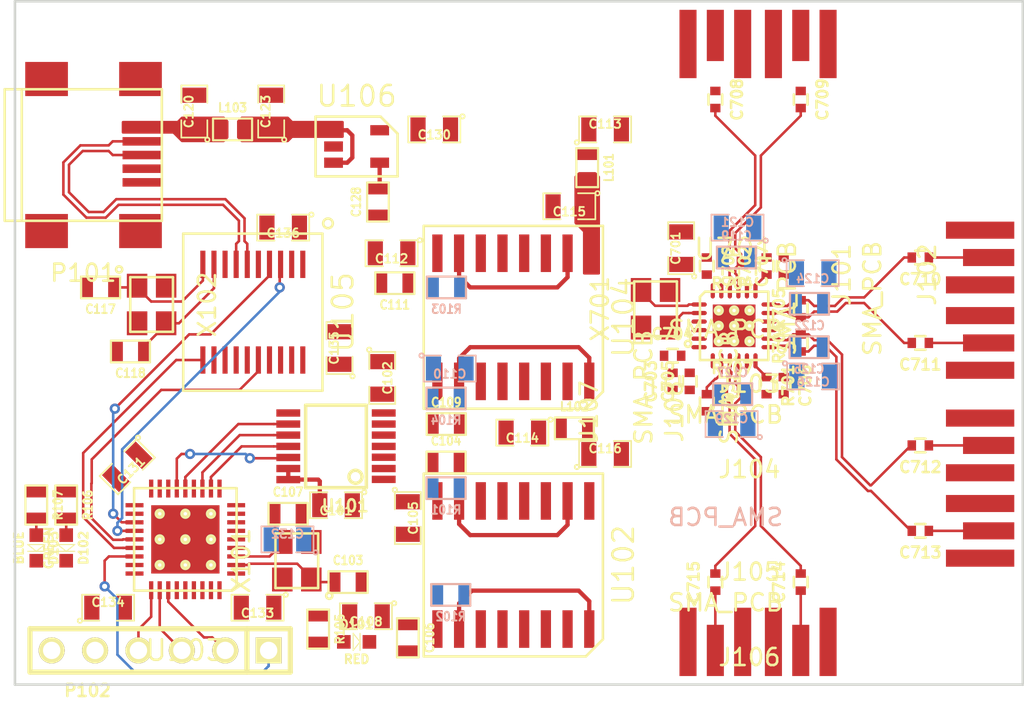
<source format=kicad_pcb>
(kicad_pcb (version 4) (host pcbnew 4.0.5)

  (general
    (links 253)
    (no_connects 180)
    (area 138.924999 84.924999 198.075001 125.075001)
    (thickness 1.6)
    (drawings 4)
    (tracks 297)
    (zones 0)
    (modules 91)
    (nets 92)
  )

  (page A4)
  (layers
    (0 F.Cu signal)
    (1 In1.Cu signal)
    (2 In2.Cu signal)
    (31 B.Cu signal)
    (32 B.Adhes user)
    (33 F.Adhes user)
    (34 B.Paste user)
    (35 F.Paste user)
    (36 B.SilkS user)
    (37 F.SilkS user)
    (38 B.Mask user)
    (39 F.Mask user)
    (40 Dwgs.User user)
    (41 Cmts.User user)
    (42 Eco1.User user)
    (43 Eco2.User user)
    (44 Edge.Cuts user)
    (45 Margin user)
    (46 B.CrtYd user)
    (47 F.CrtYd user)
    (48 B.Fab user)
    (49 F.Fab user hide)
  )

  (setup
    (last_trace_width 0.15)
    (trace_clearance 0.15)
    (zone_clearance 0.508)
    (zone_45_only no)
    (trace_min 0.15)
    (segment_width 0.2)
    (edge_width 0.15)
    (via_size 0.6)
    (via_drill 0.3)
    (via_min_size 0.6)
    (via_min_drill 0.3)
    (uvia_size 0.3)
    (uvia_drill 0.1)
    (uvias_allowed no)
    (uvia_min_size 0.2)
    (uvia_min_drill 0.1)
    (pcb_text_width 0.3)
    (pcb_text_size 1.5 1.5)
    (mod_edge_width 0.15)
    (mod_text_size 1 1)
    (mod_text_width 0.15)
    (pad_size 1.524 1.524)
    (pad_drill 0.762)
    (pad_to_mask_clearance 0)
    (aux_axis_origin 0 0)
    (visible_elements 7FFFFFFF)
    (pcbplotparams
      (layerselection 0x00030_80000001)
      (usegerberextensions false)
      (excludeedgelayer true)
      (linewidth 0.100000)
      (plotframeref false)
      (viasonmask false)
      (mode 1)
      (useauxorigin false)
      (hpglpennumber 1)
      (hpglpenspeed 20)
      (hpglpendiameter 15)
      (hpglpenoverlay 2)
      (psnegative false)
      (psa4output false)
      (plotreference true)
      (plotvalue true)
      (plotinvisibletext false)
      (padsonsilk false)
      (subtractmaskfromsilk false)
      (outputformat 1)
      (mirror false)
      (drillshape 1)
      (scaleselection 1)
      (outputdirectory ""))
  )

  (net 0 "")
  (net 1 GND)
  (net 2 +3V3)
  (net 3 "Net-(C103-Pad1)")
  (net 4 /DAC0)
  (net 5 /DAC1)
  (net 6 "Net-(C107-Pad1)")
  (net 7 /DAC2)
  (net 8 /DAC3)
  (net 9 +5V)
  (net 10 /PSU23)
  (net 11 /PSU01)
  (net 12 "Net-(C117-Pad1)")
  (net 13 "Net-(C118-Pad1)")
  (net 14 /VddO0)
  (net 15 /VddO1)
  (net 16 /VddO2)
  (net 17 /VddO3)
  (net 18 /SI5338/clk0_1_P)
  (net 19 /SI5338/CLK0_P)
  (net 20 /SI5338/clk0_1_N)
  (net 21 /SI5338/CLK0_N)
  (net 22 /SI5338/clk1_1_P)
  (net 23 /SI5338/CLK1_P)
  (net 24 /SI5338/clk1_1_N)
  (net 25 /SI5338/CLK1_N)
  (net 26 /SI5338/clk2_1_P)
  (net 27 /SI5338/CLK2_P)
  (net 28 /SI5338/clk2_1_N)
  (net 29 /SI5338/CLK2_N)
  (net 30 /SI5338/clk3_1_P)
  (net 31 /SI5338/CLK3_N)
  (net 32 /SI5338/clk3_1_N)
  (net 33 /SI5338/CLK3_P)
  (net 34 /SCL)
  (net 35 /SDA)
  (net 36 /5338_INT)
  (net 37 "Net-(U103-Pad4)")
  (net 38 "Net-(U103-Pad10)")
  (net 39 /CS_DAC)
  (net 40 /SCK_DAC)
  (net 41 "Net-(U103-Pad13)")
  (net 42 /MOSI_DAC)
  (net 43 /CLR_DAC)
  (net 44 "Net-(U103-Pad16)")
  (net 45 "Net-(U103-Pad17)")
  (net 46 "Net-(U103-Pad20)")
  (net 47 /US1_TX)
  (net 48 /US1_RX)
  (net 49 /US1_CTS)
  (net 50 /US1_RTS)
  (net 51 "Net-(U103-Pad31)")
  (net 52 "Net-(U103-Pad32)")
  (net 53 "Net-(U701-Pad1)")
  (net 54 "Net-(U701-Pad2)")
  (net 55 "Net-(U701-Pad5)")
  (net 56 /D_N)
  (net 57 /D_P)
  (net 58 "Net-(P101-Pad4)")
  (net 59 "Net-(U101-Pad1)")
  (net 60 "Net-(U101-Pad8)")
  (net 61 "Net-(U102-Pad3)")
  (net 62 "Net-(U102-Pad6)")
  (net 63 "Net-(U104-Pad3)")
  (net 64 "Net-(U104-Pad6)")
  (net 65 "Net-(U105-Pad20)")
  (net 66 "Net-(U105-Pad1)")
  (net 67 "Net-(U105-Pad2)")
  (net 68 "Net-(U105-Pad18)")
  (net 69 "Net-(U105-Pad17)")
  (net 70 "Net-(U105-Pad15)")
  (net 71 "Net-(U105-Pad14)")
  (net 72 "Net-(U105-Pad13)")
  (net 73 "Net-(U105-Pad12)")
  (net 74 "Net-(U102-Pad15)")
  (net 75 "Net-(U102-Pad14)")
  (net 76 "Net-(U102-Pad11)")
  (net 77 "Net-(U104-Pad15)")
  (net 78 "Net-(U104-Pad14)")
  (net 79 "Net-(U104-Pad11)")
  (net 80 "Net-(R105-Pad1)")
  (net 81 "Net-(R106-Pad1)")
  (net 82 "Net-(R107-Pad1)")
  (net 83 /TMS)
  (net 84 /TCK)
  (net 85 /TDI)
  (net 86 /TDO)
  (net 87 "Net-(D101-PadA)")
  (net 88 "Net-(D102-PadA)")
  (net 89 "Net-(D103-PadA)")
  (net 90 /5V01)
  (net 91 /L_N)

  (net_class Default "Ceci est la Netclass par défaut"
    (clearance 0.15)
    (trace_width 0.15)
    (via_dia 0.6)
    (via_drill 0.3)
    (uvia_dia 0.3)
    (uvia_drill 0.1)
    (add_net /5338_INT)
    (add_net /CLR_DAC)
    (add_net /CS_DAC)
    (add_net /D_N)
    (add_net /D_P)
    (add_net /MOSI_DAC)
    (add_net /SCK_DAC)
    (add_net /SCL)
    (add_net /SDA)
    (add_net /SI5338/CLK0_N)
    (add_net /SI5338/CLK0_P)
    (add_net /SI5338/CLK1_N)
    (add_net /SI5338/CLK1_P)
    (add_net /SI5338/CLK2_N)
    (add_net /SI5338/CLK2_P)
    (add_net /SI5338/CLK3_N)
    (add_net /SI5338/CLK3_P)
    (add_net /SI5338/clk0_1_N)
    (add_net /SI5338/clk0_1_P)
    (add_net /SI5338/clk1_1_N)
    (add_net /SI5338/clk1_1_P)
    (add_net /SI5338/clk2_1_N)
    (add_net /SI5338/clk2_1_P)
    (add_net /SI5338/clk3_1_N)
    (add_net /SI5338/clk3_1_P)
    (add_net /TCK)
    (add_net /TDI)
    (add_net /TDO)
    (add_net /TMS)
    (add_net /US1_CTS)
    (add_net /US1_RTS)
    (add_net /US1_RX)
    (add_net /US1_TX)
    (add_net "Net-(C103-Pad1)")
    (add_net "Net-(C107-Pad1)")
    (add_net "Net-(C117-Pad1)")
    (add_net "Net-(C118-Pad1)")
    (add_net "Net-(D101-PadA)")
    (add_net "Net-(D102-PadA)")
    (add_net "Net-(D103-PadA)")
    (add_net "Net-(P101-Pad4)")
    (add_net "Net-(R105-Pad1)")
    (add_net "Net-(R106-Pad1)")
    (add_net "Net-(R107-Pad1)")
    (add_net "Net-(U101-Pad1)")
    (add_net "Net-(U101-Pad8)")
    (add_net "Net-(U102-Pad11)")
    (add_net "Net-(U102-Pad14)")
    (add_net "Net-(U102-Pad15)")
    (add_net "Net-(U102-Pad3)")
    (add_net "Net-(U102-Pad6)")
    (add_net "Net-(U103-Pad10)")
    (add_net "Net-(U103-Pad13)")
    (add_net "Net-(U103-Pad16)")
    (add_net "Net-(U103-Pad17)")
    (add_net "Net-(U103-Pad20)")
    (add_net "Net-(U103-Pad31)")
    (add_net "Net-(U103-Pad32)")
    (add_net "Net-(U103-Pad4)")
    (add_net "Net-(U104-Pad11)")
    (add_net "Net-(U104-Pad14)")
    (add_net "Net-(U104-Pad15)")
    (add_net "Net-(U104-Pad3)")
    (add_net "Net-(U104-Pad6)")
    (add_net "Net-(U105-Pad1)")
    (add_net "Net-(U105-Pad12)")
    (add_net "Net-(U105-Pad13)")
    (add_net "Net-(U105-Pad14)")
    (add_net "Net-(U105-Pad15)")
    (add_net "Net-(U105-Pad17)")
    (add_net "Net-(U105-Pad18)")
    (add_net "Net-(U105-Pad2)")
    (add_net "Net-(U105-Pad20)")
    (add_net "Net-(U701-Pad1)")
    (add_net "Net-(U701-Pad2)")
    (add_net "Net-(U701-Pad5)")
  )

  (net_class POWER ""
    (clearance 0.15)
    (trace_width 0.25)
    (via_dia 0.6)
    (via_drill 0.3)
    (uvia_dia 0.3)
    (uvia_drill 0.1)
    (add_net +3V3)
    (add_net +5V)
    (add_net /5V01)
    (add_net /DAC0)
    (add_net /DAC1)
    (add_net /DAC2)
    (add_net /DAC3)
    (add_net /L_N)
    (add_net /PSU01)
    (add_net /PSU23)
    (add_net /VddO0)
    (add_net /VddO1)
    (add_net /VddO2)
    (add_net /VddO3)
    (add_net GND)
  )

  (module QFN:QFN36_6x6_0.5mm (layer F.Cu) (tedit 0) (tstamp 58AE325D)
    (at 148.975 116.5 180)
    (path /58AEB95D)
    (fp_text reference U103 (at 0 -6.5 180) (layer F.SilkS)
      (effects (font (size 1.2 1.2) (thickness 0.15)))
    )
    (fp_text value STM32F103TB-QFN36 (at 0 6.5 180) (layer F.Fab)
      (effects (font (size 1.2 1.2) (thickness 0.15)))
    )
    (fp_line (start -2.7 -3) (end -3 -2.7) (layer F.SilkS) (width 0.15))
    (fp_line (start -3 -2.7) (end -3 3) (layer F.SilkS) (width 0.15))
    (fp_line (start -3 3) (end 3 3) (layer F.SilkS) (width 0.15))
    (fp_line (start 3 3) (end 3 -3) (layer F.SilkS) (width 0.15))
    (fp_line (start 3 -3) (end -2.7 -3) (layer F.SilkS) (width 0.15))
    (pad 37 smd rect (at 0 0 180) (size 4 4) (layers F.Cu F.Mask)
      (net 1 GND))
    (pad 37 thru_hole circle (at -1.5 -1.5 180) (size 0.6 0.6) (drill 0.2) (layers *.Cu *.Mask F.SilkS)
      (net 1 GND))
    (pad 37 thru_hole circle (at -1.5 0 180) (size 0.6 0.6) (drill 0.2) (layers *.Cu *.Mask F.SilkS)
      (net 1 GND))
    (pad 37 thru_hole circle (at -1.5 1.5 180) (size 0.6 0.6) (drill 0.2) (layers *.Cu *.Mask F.SilkS)
      (net 1 GND))
    (pad 37 thru_hole circle (at 0 -1.5 180) (size 0.6 0.6) (drill 0.2) (layers *.Cu *.Mask F.SilkS)
      (net 1 GND))
    (pad 37 thru_hole circle (at 0 0 180) (size 0.6 0.6) (drill 0.2) (layers *.Cu *.Mask F.SilkS)
      (net 1 GND))
    (pad 37 thru_hole circle (at 0 1.5 180) (size 0.6 0.6) (drill 0.2) (layers *.Cu *.Mask F.SilkS)
      (net 1 GND))
    (pad 37 thru_hole circle (at 1.5 -1.5 180) (size 0.6 0.6) (drill 0.2) (layers *.Cu *.Mask F.SilkS)
      (net 1 GND))
    (pad 37 thru_hole circle (at 1.5 0 180) (size 0.6 0.6) (drill 0.2) (layers *.Cu *.Mask F.SilkS)
      (net 1 GND))
    (pad 37 thru_hole circle (at 1.5 1.5 180) (size 0.6 0.6) (drill 0.2) (layers *.Cu *.Mask F.SilkS)
      (net 1 GND))
    (pad ~ smd rect (at -1.646446 -1.646446 180) (size 0.707106 0.707106) (layers F.Paste))
    (pad ~ smd rect (at -1.646446 -0.548815 180) (size 0.707106 0.707106) (layers F.Paste))
    (pad ~ smd rect (at -1.646446 0.548815 180) (size 0.707106 0.707106) (layers F.Paste))
    (pad ~ smd rect (at -1.646446 1.646446 180) (size 0.707106 0.707106) (layers F.Paste))
    (pad ~ smd rect (at -0.548815 -1.646446 180) (size 0.707106 0.707106) (layers F.Paste))
    (pad ~ smd rect (at -0.548815 -0.548815 180) (size 0.707106 0.707106) (layers F.Paste))
    (pad ~ smd rect (at -0.548815 0.548815 180) (size 0.707106 0.707106) (layers F.Paste))
    (pad ~ smd rect (at -0.548815 1.646446 180) (size 0.707106 0.707106) (layers F.Paste))
    (pad ~ smd rect (at 0.548815 -1.646446 180) (size 0.707106 0.707106) (layers F.Paste))
    (pad ~ smd rect (at 0.548815 -0.548815 180) (size 0.707106 0.707106) (layers F.Paste))
    (pad ~ smd rect (at 0.548815 0.548815 180) (size 0.707106 0.707106) (layers F.Paste))
    (pad ~ smd rect (at 0.548815 1.646446 180) (size 0.707106 0.707106) (layers F.Paste))
    (pad ~ smd rect (at 1.646446 -1.646446 180) (size 0.707106 0.707106) (layers F.Paste))
    (pad ~ smd rect (at 1.646446 -0.548815 180) (size 0.707106 0.707106) (layers F.Paste))
    (pad ~ smd rect (at 1.646446 0.548815 180) (size 0.707106 0.707106) (layers F.Paste))
    (pad ~ smd rect (at 1.646446 1.646446 180) (size 0.707106 0.707106) (layers F.Paste))
    (pad 1 smd rect (at -2.975 -2 180) (size 1.05 0.25) (layers F.Cu F.Paste F.Mask)
      (net 2 +3V3))
    (pad 2 smd rect (at -2.975 -1.5 180) (size 1.05 0.25) (layers F.Cu F.Paste F.Mask)
      (net 3 "Net-(C103-Pad1)"))
    (pad 3 smd rect (at -2.975 -1 180) (size 1.05 0.25) (layers F.Cu F.Paste F.Mask)
      (net 6 "Net-(C107-Pad1)"))
    (pad 4 smd rect (at -2.975 -0.5 180) (size 1.05 0.25) (layers F.Cu F.Paste F.Mask)
      (net 37 "Net-(U103-Pad4)"))
    (pad 5 smd rect (at -2.975 0 180) (size 1.05 0.25) (layers F.Cu F.Paste F.Mask)
      (net 1 GND))
    (pad 6 smd rect (at -2.975 0.5 180) (size 1.05 0.25) (layers F.Cu F.Paste F.Mask)
      (net 2 +3V3))
    (pad 7 smd rect (at -2.975 1 180) (size 1.05 0.25) (layers F.Cu F.Paste F.Mask)
      (net 80 "Net-(R105-Pad1)"))
    (pad 8 smd rect (at -2.975 1.5 180) (size 1.05 0.25) (layers F.Cu F.Paste F.Mask)
      (net 81 "Net-(R106-Pad1)"))
    (pad 9 smd rect (at -2.975 2 180) (size 1.05 0.25) (layers F.Cu F.Paste F.Mask)
      (net 82 "Net-(R107-Pad1)"))
    (pad 10 smd rect (at -2 2.975 180) (size 0.25 1.05) (layers F.Cu F.Paste F.Mask)
      (net 38 "Net-(U103-Pad10)"))
    (pad 11 smd rect (at -1.5 2.975 180) (size 0.25 1.05) (layers F.Cu F.Paste F.Mask)
      (net 39 /CS_DAC))
    (pad 12 smd rect (at -1 2.975 180) (size 0.25 1.05) (layers F.Cu F.Paste F.Mask)
      (net 40 /SCK_DAC))
    (pad 13 smd rect (at -0.5 2.975 180) (size 0.25 1.05) (layers F.Cu F.Paste F.Mask)
      (net 41 "Net-(U103-Pad13)"))
    (pad 14 smd rect (at 0 2.975 180) (size 0.25 1.05) (layers F.Cu F.Paste F.Mask)
      (net 42 /MOSI_DAC))
    (pad 15 smd rect (at 0.5 2.975 180) (size 0.25 1.05) (layers F.Cu F.Paste F.Mask)
      (net 43 /CLR_DAC))
    (pad 16 smd rect (at 1 2.975 180) (size 0.25 1.05) (layers F.Cu F.Paste F.Mask)
      (net 44 "Net-(U103-Pad16)"))
    (pad 17 smd rect (at 1.5 2.975 180) (size 0.25 1.05) (layers F.Cu F.Paste F.Mask)
      (net 45 "Net-(U103-Pad17)"))
    (pad 18 smd rect (at 2 2.975 180) (size 0.25 1.05) (layers F.Cu F.Paste F.Mask)
      (net 1 GND))
    (pad 19 smd rect (at 2.975 2 180) (size 1.05 0.25) (layers F.Cu F.Paste F.Mask)
      (net 2 +3V3))
    (pad 20 smd rect (at 2.975 1.5 180) (size 1.05 0.25) (layers F.Cu F.Paste F.Mask)
      (net 46 "Net-(U103-Pad20)"))
    (pad 21 smd rect (at 2.975 1 180) (size 1.05 0.25) (layers F.Cu F.Paste F.Mask)
      (net 47 /US1_TX))
    (pad 22 smd rect (at 2.975 0.5 180) (size 1.05 0.25) (layers F.Cu F.Paste F.Mask)
      (net 48 /US1_RX))
    (pad 23 smd rect (at 2.975 0 180) (size 1.05 0.25) (layers F.Cu F.Paste F.Mask)
      (net 49 /US1_CTS))
    (pad 24 smd rect (at 2.975 -0.5 180) (size 1.05 0.25) (layers F.Cu F.Paste F.Mask)
      (net 50 /US1_RTS))
    (pad 25 smd rect (at 2.975 -1 180) (size 1.05 0.25) (layers F.Cu F.Paste F.Mask)
      (net 83 /TMS))
    (pad 26 smd rect (at 2.975 -1.5 180) (size 1.05 0.25) (layers F.Cu F.Paste F.Mask)
      (net 1 GND))
    (pad 27 smd rect (at 2.975 -2 180) (size 1.05 0.25) (layers F.Cu F.Paste F.Mask)
      (net 2 +3V3))
    (pad 28 smd rect (at 2 -2.975 180) (size 0.25 1.05) (layers F.Cu F.Paste F.Mask)
      (net 84 /TCK))
    (pad 29 smd rect (at 1.5 -2.975 180) (size 0.25 1.05) (layers F.Cu F.Paste F.Mask)
      (net 85 /TDI))
    (pad 30 smd rect (at 1 -2.975 180) (size 0.25 1.05) (layers F.Cu F.Paste F.Mask)
      (net 86 /TDO))
    (pad 31 smd rect (at 0.5 -2.975 180) (size 0.25 1.05) (layers F.Cu F.Paste F.Mask)
      (net 51 "Net-(U103-Pad31)"))
    (pad 32 smd rect (at 0 -2.975 180) (size 0.25 1.05) (layers F.Cu F.Paste F.Mask)
      (net 52 "Net-(U103-Pad32)"))
    (pad 33 smd rect (at -0.5 -2.975 180) (size 0.25 1.05) (layers F.Cu F.Paste F.Mask)
      (net 34 /SCL))
    (pad 34 smd rect (at -1 -2.975 180) (size 0.25 1.05) (layers F.Cu F.Paste F.Mask)
      (net 35 /SDA))
    (pad 35 smd rect (at -1.5 -2.975 180) (size 0.25 1.05) (layers F.Cu F.Paste F.Mask)
      (net 1 GND))
    (pad 36 smd rect (at -2 -2.975 180) (size 0.25 1.05) (layers F.Cu F.Paste F.Mask)
      (net 1 GND))
  )

  (module QFN:QFN24_4x4_9vias (layer F.Cu) (tedit 0) (tstamp 58AE3293)
    (at 181.1 104)
    (path /58AB73A8/5718D49A)
    (fp_text reference U701 (at 0 -4.5) (layer F.SilkS)
      (effects (font (size 1.2 1.2) (thickness 0.15)))
    )
    (fp_text value Si5338 (at 0 4.5) (layer F.Fab)
      (effects (font (size 1.2 1.2) (thickness 0.15)))
    )
    (fp_line (start -1.7 -2) (end -2 -1.7) (layer F.SilkS) (width 0.15))
    (fp_line (start -2 -1.7) (end -2 2) (layer F.SilkS) (width 0.15))
    (fp_line (start -2 2) (end 2 2) (layer F.SilkS) (width 0.15))
    (fp_line (start 2 2) (end 2 -2) (layer F.SilkS) (width 0.15))
    (fp_line (start 2 -2) (end -1.7 -2) (layer F.SilkS) (width 0.15))
    (pad 25 smd rect (at 0 0) (size 2.5 2.5) (layers F.Cu F.Mask)
      (net 1 GND))
    (pad 25 thru_hole circle (at -0.9 -0.9) (size 0.6 0.6) (drill 0.2) (layers *.Cu *.Mask F.SilkS)
      (net 1 GND))
    (pad 25 thru_hole circle (at -0.9 0) (size 0.6 0.6) (drill 0.2) (layers *.Cu *.Mask F.SilkS)
      (net 1 GND))
    (pad 25 thru_hole circle (at -0.9 0.9) (size 0.6 0.6) (drill 0.2) (layers *.Cu *.Mask F.SilkS)
      (net 1 GND))
    (pad 25 thru_hole circle (at 0 -0.9) (size 0.6 0.6) (drill 0.2) (layers *.Cu *.Mask F.SilkS)
      (net 1 GND))
    (pad 25 thru_hole circle (at 0 0) (size 0.6 0.6) (drill 0.2) (layers *.Cu *.Mask F.SilkS)
      (net 1 GND))
    (pad 25 thru_hole circle (at 0 0.9) (size 0.6 0.6) (drill 0.2) (layers *.Cu *.Mask F.SilkS)
      (net 1 GND))
    (pad 25 thru_hole circle (at 0.9 -0.9) (size 0.6 0.6) (drill 0.2) (layers *.Cu *.Mask F.SilkS)
      (net 1 GND))
    (pad 25 thru_hole circle (at 0.9 0) (size 0.6 0.6) (drill 0.2) (layers *.Cu *.Mask F.SilkS)
      (net 1 GND))
    (pad 25 thru_hole circle (at 0.9 0.9) (size 0.6 0.6) (drill 0.2) (layers *.Cu *.Mask F.SilkS)
      (net 1 GND))
    (pad ~ smd rect (at -1.029029 -1.029029) (size 0.441941 0.441941) (layers F.Paste))
    (pad ~ smd rect (at -1.029029 -0.343009) (size 0.441941 0.441941) (layers F.Paste))
    (pad ~ smd rect (at -1.029029 0.343009) (size 0.441941 0.441941) (layers F.Paste))
    (pad ~ smd rect (at -1.029029 1.029029) (size 0.441941 0.441941) (layers F.Paste))
    (pad ~ smd rect (at -0.343009 -1.029029) (size 0.441941 0.441941) (layers F.Paste))
    (pad ~ smd rect (at -0.343009 -0.343009) (size 0.441941 0.441941) (layers F.Paste))
    (pad ~ smd rect (at -0.343009 0.343009) (size 0.441941 0.441941) (layers F.Paste))
    (pad ~ smd rect (at -0.343009 1.029029) (size 0.441941 0.441941) (layers F.Paste))
    (pad ~ smd rect (at 0.343009 -1.029029) (size 0.441941 0.441941) (layers F.Paste))
    (pad ~ smd rect (at 0.343009 -0.343009) (size 0.441941 0.441941) (layers F.Paste))
    (pad ~ smd rect (at 0.343009 0.343009) (size 0.441941 0.441941) (layers F.Paste))
    (pad ~ smd rect (at 0.343009 1.029029) (size 0.441941 0.441941) (layers F.Paste))
    (pad ~ smd rect (at 1.029029 -1.029029) (size 0.441941 0.441941) (layers F.Paste))
    (pad ~ smd rect (at 1.029029 -0.343009) (size 0.441941 0.441941) (layers F.Paste))
    (pad ~ smd rect (at 1.029029 0.343009) (size 0.441941 0.441941) (layers F.Paste))
    (pad ~ smd rect (at 1.029029 1.029029) (size 0.441941 0.441941) (layers F.Paste))
    (pad 1 smd oval (at -2.05 -1.25) (size 0.9 0.25) (layers F.Cu F.Paste F.Mask)
      (net 53 "Net-(U701-Pad1)"))
    (pad 2 smd oval (at -2.05 -0.75) (size 0.9 0.25) (layers F.Cu F.Paste F.Mask)
      (net 54 "Net-(U701-Pad2)"))
    (pad 3 smd oval (at -2.05 -0.25) (size 0.9 0.25) (layers F.Cu F.Paste F.Mask)
      (net 1 GND))
    (pad 4 smd oval (at -2.05 0.25) (size 0.9 0.25) (layers F.Cu F.Paste F.Mask)
      (net 1 GND))
    (pad 5 smd oval (at -2.05 0.75) (size 0.9 0.25) (layers F.Cu F.Paste F.Mask)
      (net 55 "Net-(U701-Pad5)"))
    (pad 6 smd oval (at -2.05 1.25) (size 0.9 0.25) (layers F.Cu F.Paste F.Mask)
      (net 1 GND))
    (pad 7 smd oval (at -1.25 2.05) (size 0.25 0.9) (layers F.Cu F.Paste F.Mask)
      (net 2 +3V3))
    (pad 8 smd oval (at -0.75 2.05) (size 0.25 0.9) (layers F.Cu F.Paste F.Mask)
      (net 36 /5338_INT))
    (pad 9 smd oval (at -0.25 2.05) (size 0.25 0.9) (layers F.Cu F.Paste F.Mask)
      (net 32 /SI5338/clk3_1_N))
    (pad 10 smd oval (at 0.25 2.05) (size 0.25 0.9) (layers F.Cu F.Paste F.Mask)
      (net 30 /SI5338/clk3_1_P))
    (pad 11 smd oval (at 0.75 2.05) (size 0.25 0.9) (layers F.Cu F.Paste F.Mask)
      (net 17 /VddO3))
    (pad 12 smd oval (at 1.25 2.05) (size 0.25 0.9) (layers F.Cu F.Paste F.Mask)
      (net 34 /SCL))
    (pad 13 smd oval (at 2.05 1.25) (size 0.9 0.25) (layers F.Cu F.Paste F.Mask)
      (net 28 /SI5338/clk2_1_N))
    (pad 14 smd oval (at 2.05 0.75) (size 0.9 0.25) (layers F.Cu F.Paste F.Mask)
      (net 26 /SI5338/clk2_1_P))
    (pad 15 smd oval (at 2.05 0.25) (size 0.9 0.25) (layers F.Cu F.Paste F.Mask)
      (net 16 /VddO2))
    (pad 16 smd oval (at 2.05 -0.25) (size 0.9 0.25) (layers F.Cu F.Paste F.Mask)
      (net 15 /VddO1))
    (pad 17 smd oval (at 2.05 -0.75) (size 0.9 0.25) (layers F.Cu F.Paste F.Mask)
      (net 24 /SI5338/clk1_1_N))
    (pad 18 smd oval (at 2.05 -1.25) (size 0.9 0.25) (layers F.Cu F.Paste F.Mask)
      (net 22 /SI5338/clk1_1_P))
    (pad 19 smd oval (at 1.25 -2.05) (size 0.25 0.9) (layers F.Cu F.Paste F.Mask)
      (net 35 /SDA))
    (pad 20 smd oval (at 0.75 -2.05) (size 0.25 0.9) (layers F.Cu F.Paste F.Mask)
      (net 14 /VddO0))
    (pad 21 smd oval (at 0.25 -2.05) (size 0.25 0.9) (layers F.Cu F.Paste F.Mask)
      (net 20 /SI5338/clk0_1_N))
    (pad 22 smd oval (at -0.25 -2.05) (size 0.25 0.9) (layers F.Cu F.Paste F.Mask)
      (net 18 /SI5338/clk0_1_P))
    (pad 23 smd oval (at -0.75 -2.05) (size 0.25 0.9) (layers F.Cu F.Paste F.Mask)
      (net 1 GND))
    (pad 24 smd oval (at -1.25 -2.05) (size 0.25 0.9) (layers F.Cu F.Paste F.Mask)
      (net 2 +3V3))
  )

  (module Xtal_SMD:xtal_3.2x2.5 (layer F.Cu) (tedit 54DF5DC4) (tstamp 58AE329B)
    (at 176.5 103 90)
    (path /58AB73A8/57189E2E)
    (fp_text reference X701 (at 0 -3.25 90) (layer F.SilkS)
      (effects (font (size 1 1) (thickness 0.15)))
    )
    (fp_text value 25MHz (at 8.75 -4.5 90) (layer F.SilkS) hide
      (effects (font (size 1 1) (thickness 0.15)))
    )
    (fp_circle (center -2.05 1.9) (end -1.95 2.05) (layer F.SilkS) (width 0.15))
    (fp_line (start -1.6 -1.25) (end 1.6 -1.25) (layer F.SilkS) (width 0.15))
    (fp_line (start 1.6 -1.25) (end 1.6 1.25) (layer F.SilkS) (width 0.15))
    (fp_line (start 1.6 1.25) (end -1.6 1.25) (layer F.SilkS) (width 0.15))
    (fp_line (start -1.6 1.25) (end -1.6 -1.25) (layer F.SilkS) (width 0.15))
    (pad 1 smd rect (at -1.1 0.85 90) (size 1.4 1.2) (layers F.Cu F.Paste F.Mask)
      (net 54 "Net-(U701-Pad2)"))
    (pad 2 smd rect (at 1.1 0.85 90) (size 1.4 1.2) (layers F.Cu F.Paste F.Mask)
      (net 1 GND))
    (pad 3 smd rect (at 1.1 -0.85 90) (size 1.4 1.2) (layers F.Cu F.Paste F.Mask)
      (net 53 "Net-(U701-Pad1)"))
    (pad 4 smd rect (at -1.1 -0.85 90) (size 1.4 1.2) (layers F.Cu F.Paste F.Mask)
      (net 1 GND))
  )

  (module Connectors_RF:Border_Antenna (layer F.Cu) (tedit 58AE2D5C) (tstamp 58AE5F87)
    (at 180 87 270)
    (path /58B1D21E)
    (fp_text reference J101 (at 14 -7.4 270) (layer F.SilkS)
      (effects (font (size 1 1) (thickness 0.15)))
    )
    (fp_text value SMA_PCB (at 15.4 -4.2 270) (layer F.SilkS)
      (effects (font (size 1 1) (thickness 0.15)))
    )
    (pad 1 smd rect (at 0 0 270) (size 3 1) (layers F.Cu F.Paste F.Mask)
      (net 19 /SI5338/CLK0_P))
    (pad 2 smd rect (at 0.5 -1.6 270) (size 4 1) (layers F.Cu F.Paste F.Mask)
      (net 1 GND))
    (pad 2 smd rect (at 0.5 1.6 270) (size 4 1) (layers F.Cu F.Paste F.Mask)
      (net 1 GND))
  )

  (module Connectors_RF:Border_Antenna (layer F.Cu) (tedit 58AE2D5C) (tstamp 58AE5F8E)
    (at 185 87 270)
    (path /58B1E176)
    (fp_text reference J102 (at 14 -7.4 270) (layer F.SilkS)
      (effects (font (size 1 1) (thickness 0.15)))
    )
    (fp_text value SMA_PCB (at 15.4 -4.2 270) (layer F.SilkS)
      (effects (font (size 1 1) (thickness 0.15)))
    )
    (pad 1 smd rect (at 0 0 270) (size 3 1) (layers F.Cu F.Paste F.Mask)
      (net 21 /SI5338/CLK0_N))
    (pad 2 smd rect (at 0.5 -1.6 270) (size 4 1) (layers F.Cu F.Paste F.Mask)
      (net 1 GND))
    (pad 2 smd rect (at 0.5 1.6 270) (size 4 1) (layers F.Cu F.Paste F.Mask)
      (net 1 GND))
  )

  (module Connectors_RF:Border_Antenna (layer F.Cu) (tedit 58AE2D5C) (tstamp 58AE5F95)
    (at 196 100 180)
    (path /58B1EAF9)
    (fp_text reference J103 (at 14 -7.4 180) (layer F.SilkS)
      (effects (font (size 1 1) (thickness 0.15)))
    )
    (fp_text value SMA_PCB (at 15.4 -4.2 180) (layer F.SilkS)
      (effects (font (size 1 1) (thickness 0.15)))
    )
    (pad 1 smd rect (at 0 0 180) (size 3 1) (layers F.Cu F.Paste F.Mask)
      (net 23 /SI5338/CLK1_P))
    (pad 2 smd rect (at 0.5 -1.6 180) (size 4 1) (layers F.Cu F.Paste F.Mask)
      (net 1 GND))
    (pad 2 smd rect (at 0.5 1.6 180) (size 4 1) (layers F.Cu F.Paste F.Mask)
      (net 1 GND))
  )

  (module Connectors_RF:Border_Antenna (layer F.Cu) (tedit 58AE2D5C) (tstamp 58AE5F9C)
    (at 196 105 180)
    (path /58B1EAFF)
    (fp_text reference J104 (at 14 -7.4 180) (layer F.SilkS)
      (effects (font (size 1 1) (thickness 0.15)))
    )
    (fp_text value SMA_PCB (at 15.4 -4.2 180) (layer F.SilkS)
      (effects (font (size 1 1) (thickness 0.15)))
    )
    (pad 1 smd rect (at 0 0 180) (size 3 1) (layers F.Cu F.Paste F.Mask)
      (net 25 /SI5338/CLK1_N))
    (pad 2 smd rect (at 0.5 -1.6 180) (size 4 1) (layers F.Cu F.Paste F.Mask)
      (net 1 GND))
    (pad 2 smd rect (at 0.5 1.6 180) (size 4 1) (layers F.Cu F.Paste F.Mask)
      (net 1 GND))
  )

  (module Connectors_RF:Border_Antenna (layer F.Cu) (tedit 58AE2D5C) (tstamp 58AE5FA3)
    (at 196 111 180)
    (path /58B1EED5)
    (fp_text reference J105 (at 14 -7.4 180) (layer F.SilkS)
      (effects (font (size 1 1) (thickness 0.15)))
    )
    (fp_text value SMA_PCB (at 15.4 -4.2 180) (layer B.SilkS)
      (effects (font (size 1 1) (thickness 0.15)) (justify mirror))
    )
    (pad 1 smd rect (at 0 0 180) (size 3 1) (layers F.Cu F.Paste F.Mask)
      (net 27 /SI5338/CLK2_P))
    (pad 2 smd rect (at 0.5 -1.6 180) (size 4 1) (layers F.Cu F.Paste F.Mask)
      (net 1 GND))
    (pad 2 smd rect (at 0.5 1.6 180) (size 4 1) (layers F.Cu F.Paste F.Mask)
      (net 1 GND))
  )

  (module Connectors_RF:Border_Antenna (layer F.Cu) (tedit 58AE2D5C) (tstamp 58AE5FAA)
    (at 196 116 180)
    (path /58B1EEDB)
    (fp_text reference J106 (at 14 -7.4 180) (layer F.SilkS)
      (effects (font (size 1 1) (thickness 0.15)))
    )
    (fp_text value SMA_PCB (at 15.4 -4.2 180) (layer F.SilkS)
      (effects (font (size 1 1) (thickness 0.15)))
    )
    (pad 1 smd rect (at 0 0 180) (size 3 1) (layers F.Cu F.Paste F.Mask)
      (net 29 /SI5338/CLK2_N))
    (pad 2 smd rect (at 0.5 -1.6 180) (size 4 1) (layers F.Cu F.Paste F.Mask)
      (net 1 GND))
    (pad 2 smd rect (at 0.5 1.6 180) (size 4 1) (layers F.Cu F.Paste F.Mask)
      (net 1 GND))
  )

  (module Connectors_RF:Border_Antenna (layer F.Cu) (tedit 58AE2D5C) (tstamp 58AE5FB1)
    (at 180 123 90)
    (path /58B1EEE1)
    (fp_text reference J107 (at 14 -7.4 90) (layer F.SilkS)
      (effects (font (size 1 1) (thickness 0.15)))
    )
    (fp_text value SMA_PCB (at 15.4 -4.2 90) (layer F.SilkS)
      (effects (font (size 1 1) (thickness 0.15)))
    )
    (pad 1 smd rect (at 0 0 90) (size 3 1) (layers F.Cu F.Paste F.Mask)
      (net 33 /SI5338/CLK3_P))
    (pad 2 smd rect (at 0.5 -1.6 90) (size 4 1) (layers F.Cu F.Paste F.Mask)
      (net 1 GND))
    (pad 2 smd rect (at 0.5 1.6 90) (size 4 1) (layers F.Cu F.Paste F.Mask)
      (net 1 GND))
  )

  (module Connectors_RF:Border_Antenna (layer F.Cu) (tedit 58AE2D5C) (tstamp 58AE5FB8)
    (at 185 123 90)
    (path /58B1EEE7)
    (fp_text reference J108 (at 14 -7.4 90) (layer F.SilkS)
      (effects (font (size 1 1) (thickness 0.15)))
    )
    (fp_text value SMA_PCB (at 15.4 -4.2 90) (layer F.SilkS)
      (effects (font (size 1 1) (thickness 0.15)))
    )
    (pad 1 smd rect (at 0 0 90) (size 3 1) (layers F.Cu F.Paste F.Mask)
      (net 31 /SI5338/CLK3_N))
    (pad 2 smd rect (at 0.5 -1.6 90) (size 4 1) (layers F.Cu F.Paste F.Mask)
      (net 1 GND))
    (pad 2 smd rect (at 0.5 1.6 90) (size 4 1) (layers F.Cu F.Paste F.Mask)
      (net 1 GND))
  )

  (module Connectors:USB_Mini-B (layer F.Cu) (tedit 5543E571) (tstamp 58AE5FC7)
    (at 143 94)
    (descr "USB Mini-B 5-pin SMD connector")
    (tags "USB USB_B USB_Mini connector")
    (path /58AEF4E6)
    (attr smd)
    (fp_text reference P101 (at 0 6.90118) (layer F.SilkS)
      (effects (font (size 1 1) (thickness 0.15)))
    )
    (fp_text value USB_OTG (at 0 -7.0993) (layer F.Fab)
      (effects (font (size 1 1) (thickness 0.15)))
    )
    (fp_line (start -4.85 -5.7) (end 4.85 -5.7) (layer F.CrtYd) (width 0.05))
    (fp_line (start 4.85 -5.7) (end 4.85 5.7) (layer F.CrtYd) (width 0.05))
    (fp_line (start 4.85 5.7) (end -4.85 5.7) (layer F.CrtYd) (width 0.05))
    (fp_line (start -4.85 5.7) (end -4.85 -5.7) (layer F.CrtYd) (width 0.05))
    (fp_line (start -3.59918 -3.85064) (end -3.59918 3.85064) (layer F.SilkS) (width 0.15))
    (fp_line (start -4.59994 -3.85064) (end -4.59994 3.85064) (layer F.SilkS) (width 0.15))
    (fp_line (start -4.59994 3.85064) (end 4.59994 3.85064) (layer F.SilkS) (width 0.15))
    (fp_line (start 4.59994 3.85064) (end 4.59994 -3.85064) (layer F.SilkS) (width 0.15))
    (fp_line (start 4.59994 -3.85064) (end -4.59994 -3.85064) (layer F.SilkS) (width 0.15))
    (pad 1 smd rect (at 3.44932 -1.6002) (size 2.30124 0.50038) (layers F.Cu F.Paste F.Mask)
      (net 9 +5V))
    (pad 2 smd rect (at 3.44932 -0.8001) (size 2.30124 0.50038) (layers F.Cu F.Paste F.Mask)
      (net 56 /D_N))
    (pad 3 smd rect (at 3.44932 0) (size 2.30124 0.50038) (layers F.Cu F.Paste F.Mask)
      (net 57 /D_P))
    (pad 4 smd rect (at 3.44932 0.8001) (size 2.30124 0.50038) (layers F.Cu F.Paste F.Mask)
      (net 58 "Net-(P101-Pad4)"))
    (pad 5 smd rect (at 3.44932 1.6002) (size 2.30124 0.50038) (layers F.Cu F.Paste F.Mask)
      (net 1 GND))
    (pad 6 smd rect (at 3.35026 -4.45008) (size 2.49936 1.99898) (layers F.Cu F.Paste F.Mask)
      (net 1 GND))
    (pad 6 smd rect (at -2.14884 -4.45008) (size 2.49936 1.99898) (layers F.Cu F.Paste F.Mask)
      (net 1 GND))
    (pad 6 smd rect (at 3.35026 4.45008) (size 2.49936 1.99898) (layers F.Cu F.Paste F.Mask)
      (net 1 GND))
    (pad 6 smd rect (at -2.14884 4.45008) (size 2.49936 1.99898) (layers F.Cu F.Paste F.Mask)
      (net 1 GND))
    (pad "" np_thru_hole circle (at 0.8509 -2.19964) (size 0.89916 0.89916) (drill 0.89916) (layers *.Cu *.Mask))
    (pad "" np_thru_hole circle (at 0.8509 2.19964) (size 0.89916 0.89916) (drill 0.89916) (layers *.Cu *.Mask))
  )

  (module SSOP:SSOP14 (layer F.Cu) (tedit 54CD91F2) (tstamp 58AE5FD9)
    (at 157.794 111.0569 90)
    (path /58AF1800)
    (attr smd)
    (fp_text reference U101 (at -3.48 0.54 360) (layer F.SilkS)
      (effects (font (size 0.7 0.7) (thickness 0.152)))
    )
    (fp_text value MAX5713/4/5-TSSOP14 (at 0 0.508 90) (layer F.SilkS) hide
      (effects (font (size 0.762 0.762) (thickness 0.1905)))
    )
    (fp_line (start -2.413 -1.778) (end 2.413 -1.778) (layer F.SilkS) (width 0.2032))
    (fp_line (start 2.413 -1.778) (end 2.413 1.778) (layer F.SilkS) (width 0.2032))
    (fp_line (start 2.413 1.778) (end -2.413 1.778) (layer F.SilkS) (width 0.2032))
    (fp_line (start -2.413 1.778) (end -2.413 -1.778) (layer F.SilkS) (width 0.2032))
    (fp_circle (center -1.778 1.143) (end -2.159 1.143) (layer F.SilkS) (width 0.2032))
    (pad 1 smd rect (at -1.9304 2.794 90) (size 0.4318 1.397) (layers F.Cu F.Paste F.Mask)
      (net 59 "Net-(U101-Pad1)"))
    (pad 2 smd rect (at -1.2954 2.794 90) (size 0.4318 1.397) (layers F.Cu F.Paste F.Mask)
      (net 4 /DAC0))
    (pad 3 smd rect (at -0.635 2.794 90) (size 0.4318 1.397) (layers F.Cu F.Paste F.Mask)
      (net 5 /DAC1))
    (pad 4 smd rect (at 0 2.794 90) (size 0.4318 1.397) (layers F.Cu F.Paste F.Mask)
      (net 1 GND))
    (pad 5 smd rect (at 0.6604 2.794 90) (size 0.4318 1.397) (layers F.Cu F.Paste F.Mask)
      (net 8 /DAC3))
    (pad 6 smd rect (at 1.3081 2.794 90) (size 0.4318 1.397) (layers F.Cu F.Paste F.Mask)
      (net 7 /DAC2))
    (pad 7 smd rect (at 1.9558 2.794 90) (size 0.4318 1.397) (layers F.Cu F.Paste F.Mask)
      (net 2 +3V3))
    (pad 8 smd rect (at 1.9558 -2.794 90) (size 0.4318 1.397) (layers F.Cu F.Paste F.Mask)
      (net 60 "Net-(U101-Pad8)"))
    (pad 9 smd rect (at 1.3081 -2.794 90) (size 0.4318 1.397) (layers F.Cu F.Paste F.Mask)
      (net 42 /MOSI_DAC))
    (pad 10 smd rect (at 0.6604 -2.794 90) (size 0.4318 1.397) (layers F.Cu F.Paste F.Mask)
      (net 40 /SCK_DAC))
    (pad 11 smd rect (at 0 -2.794 90) (size 0.4318 1.397) (layers F.Cu F.Paste F.Mask)
      (net 39 /CS_DAC))
    (pad 12 smd rect (at -0.6477 -2.794 90) (size 0.4318 1.397) (layers F.Cu F.Paste F.Mask)
      (net 43 /CLR_DAC))
    (pad 13 smd rect (at -1.2954 -2.794 90) (size 0.4318 1.397) (layers F.Cu F.Paste F.Mask)
      (net 2 +3V3))
    (pad 14 smd rect (at -1.9431 -2.794 90) (size 0.4318 1.397) (layers F.Cu F.Paste F.Mask)
      (net 2 +3V3))
    (model smd/cms_so14.wrl
      (at (xyz 0 0 0))
      (scale (xyz 0.25 0.35 0.25))
      (rotate (xyz 0 0 0))
    )
  )

  (module SOIC:SOIC-16-10.3x7.5 (layer F.Cu) (tedit 0) (tstamp 58AE5FF2)
    (at 168.175 118 180)
    (path /58ADC290)
    (fp_text reference U102 (at -6.445 0 270) (layer F.SilkS)
      (effects (font (size 1.2 1.2) (thickness 0.15)))
    )
    (fp_text value TCA0372BDW-SOIC16 (at 0 0 180) (layer F.Fab)
      (effects (font (size 1.2 1.2) (thickness 0.15)))
    )
    (fp_line (start -4.245 -5.35) (end -5.245 -4.35) (layer F.SilkS) (width 0.15))
    (fp_line (start -5.245 -4.35) (end -5.245 5.35) (layer F.SilkS) (width 0.15))
    (fp_line (start -5.245 5.35) (end 5.245 5.35) (layer F.SilkS) (width 0.15))
    (fp_line (start 5.245 5.35) (end 5.245 -5.35) (layer F.SilkS) (width 0.15))
    (fp_line (start 5.245 -5.35) (end -4.245 -5.35) (layer F.SilkS) (width 0.15))
    (pad 16 smd rect (at -4.445 -3.75 180) (size 0.6 2.2) (layers F.Cu F.Paste F.Mask)
      (net 15 /VddO1))
    (pad 1 smd rect (at -4.445 3.75 180) (size 0.6 2.2) (layers F.Cu F.Paste F.Mask)
      (net 11 /PSU01))
    (pad 15 smd rect (at -3.175 -3.75 180) (size 0.6 2.2) (layers F.Cu F.Paste F.Mask)
      (net 74 "Net-(U102-Pad15)"))
    (pad 2 smd rect (at -3.175 3.75 180) (size 0.6 2.2) (layers F.Cu F.Paste F.Mask)
      (net 14 /VddO0))
    (pad 14 smd rect (at -1.905 -3.75 180) (size 0.6 2.2) (layers F.Cu F.Paste F.Mask)
      (net 75 "Net-(U102-Pad14)"))
    (pad 3 smd rect (at -1.905 3.75 180) (size 0.6 2.2) (layers F.Cu F.Paste F.Mask)
      (net 61 "Net-(U102-Pad3)"))
    (pad 13 smd rect (at -0.635 -3.75 180) (size 0.6 2.2) (layers F.Cu F.Paste F.Mask)
      (net 1 GND))
    (pad 4 smd rect (at -0.635 3.75 180) (size 0.6 2.2) (layers F.Cu F.Paste F.Mask)
      (net 1 GND))
    (pad 12 smd rect (at 0.635 -3.75 180) (size 0.6 2.2) (layers F.Cu F.Paste F.Mask)
      (net 1 GND))
    (pad 5 smd rect (at 0.635 3.75 180) (size 0.6 2.2) (layers F.Cu F.Paste F.Mask)
      (net 1 GND))
    (pad 11 smd rect (at 1.905 -3.75 180) (size 0.6 2.2) (layers F.Cu F.Paste F.Mask)
      (net 76 "Net-(U102-Pad11)"))
    (pad 6 smd rect (at 1.905 3.75 180) (size 0.6 2.2) (layers F.Cu F.Paste F.Mask)
      (net 62 "Net-(U102-Pad6)"))
    (pad 10 smd rect (at 3.175 -3.75 180) (size 0.6 2.2) (layers F.Cu F.Paste F.Mask)
      (net 15 /VddO1))
    (pad 7 smd rect (at 3.175 3.75 180) (size 0.6 2.2) (layers F.Cu F.Paste F.Mask)
      (net 14 /VddO0))
    (pad 9 smd rect (at 4.445 -3.75 180) (size 0.6 2.2) (layers F.Cu F.Paste F.Mask)
      (net 5 /DAC1))
    (pad 8 smd rect (at 4.445 3.75 180) (size 0.6 2.2) (layers F.Cu F.Paste F.Mask)
      (net 4 /DAC0))
  )

  (module SOIC:SOIC-16-10.3x7.5 (layer F.Cu) (tedit 0) (tstamp 58AE600B)
    (at 168.175 103.5 180)
    (path /58AC566E)
    (fp_text reference U104 (at -6.445 0 270) (layer F.SilkS)
      (effects (font (size 1.2 1.2) (thickness 0.15)))
    )
    (fp_text value TCA0372BDW-SOIC16 (at 0 0 180) (layer F.Fab)
      (effects (font (size 1.2 1.2) (thickness 0.15)))
    )
    (fp_line (start -4.245 -5.35) (end -5.245 -4.35) (layer F.SilkS) (width 0.15))
    (fp_line (start -5.245 -4.35) (end -5.245 5.35) (layer F.SilkS) (width 0.15))
    (fp_line (start -5.245 5.35) (end 5.245 5.35) (layer F.SilkS) (width 0.15))
    (fp_line (start 5.245 5.35) (end 5.245 -5.35) (layer F.SilkS) (width 0.15))
    (fp_line (start 5.245 -5.35) (end -4.245 -5.35) (layer F.SilkS) (width 0.15))
    (pad 16 smd rect (at -4.445 -3.75 180) (size 0.6 2.2) (layers F.Cu F.Paste F.Mask)
      (net 17 /VddO3))
    (pad 1 smd rect (at -4.445 3.75 180) (size 0.6 2.2) (layers F.Cu F.Paste F.Mask)
      (net 10 /PSU23))
    (pad 15 smd rect (at -3.175 -3.75 180) (size 0.6 2.2) (layers F.Cu F.Paste F.Mask)
      (net 77 "Net-(U104-Pad15)"))
    (pad 2 smd rect (at -3.175 3.75 180) (size 0.6 2.2) (layers F.Cu F.Paste F.Mask)
      (net 16 /VddO2))
    (pad 14 smd rect (at -1.905 -3.75 180) (size 0.6 2.2) (layers F.Cu F.Paste F.Mask)
      (net 78 "Net-(U104-Pad14)"))
    (pad 3 smd rect (at -1.905 3.75 180) (size 0.6 2.2) (layers F.Cu F.Paste F.Mask)
      (net 63 "Net-(U104-Pad3)"))
    (pad 13 smd rect (at -0.635 -3.75 180) (size 0.6 2.2) (layers F.Cu F.Paste F.Mask)
      (net 1 GND))
    (pad 4 smd rect (at -0.635 3.75 180) (size 0.6 2.2) (layers F.Cu F.Paste F.Mask)
      (net 1 GND))
    (pad 12 smd rect (at 0.635 -3.75 180) (size 0.6 2.2) (layers F.Cu F.Paste F.Mask)
      (net 1 GND))
    (pad 5 smd rect (at 0.635 3.75 180) (size 0.6 2.2) (layers F.Cu F.Paste F.Mask)
      (net 1 GND))
    (pad 11 smd rect (at 1.905 -3.75 180) (size 0.6 2.2) (layers F.Cu F.Paste F.Mask)
      (net 79 "Net-(U104-Pad11)"))
    (pad 6 smd rect (at 1.905 3.75 180) (size 0.6 2.2) (layers F.Cu F.Paste F.Mask)
      (net 64 "Net-(U104-Pad6)"))
    (pad 10 smd rect (at 3.175 -3.75 180) (size 0.6 2.2) (layers F.Cu F.Paste F.Mask)
      (net 17 /VddO3))
    (pad 7 smd rect (at 3.175 3.75 180) (size 0.6 2.2) (layers F.Cu F.Paste F.Mask)
      (net 16 /VddO2))
    (pad 9 smd rect (at 4.445 -3.75 180) (size 0.6 2.2) (layers F.Cu F.Paste F.Mask)
      (net 7 /DAC2))
    (pad 8 smd rect (at 4.445 3.75 180) (size 0.6 2.2) (layers F.Cu F.Paste F.Mask)
      (net 8 /DAC3))
  )

  (module SSOP:SSOP-20 (layer F.Cu) (tedit 5714EF8E) (tstamp 58AE6023)
    (at 152.925 103.2 180)
    (path /58AEDD9F)
    (fp_text reference U105 (at -5.275 0 270) (layer F.SilkS)
      (effects (font (size 1.2 1.2) (thickness 0.15)))
    )
    (fp_text value CH340T-SSOP20 (at 0 0 180) (layer F.Fab)
      (effects (font (size 1.2 1.2) (thickness 0.15)))
    )
    (fp_circle (center -4.4 5.2) (end -4.2 5.4) (layer F.SilkS) (width 0.15))
    (fp_line (start -4.075 -4.6) (end -4.075 4.6) (layer F.SilkS) (width 0.15))
    (fp_line (start -4.075 4.6) (end 4.075 4.6) (layer F.SilkS) (width 0.15))
    (fp_line (start 4.075 4.6) (end 4.075 -4.6) (layer F.SilkS) (width 0.15))
    (fp_line (start 4.075 -4.6) (end -4.075 -4.6) (layer F.SilkS) (width 0.15))
    (pad 20 smd rect (at -2.925 -2.8 180) (size 0.3 1.6) (layers F.Cu F.Paste F.Mask)
      (net 65 "Net-(U105-Pad20)"))
    (pad 1 smd rect (at -2.925 2.8 180) (size 0.3 1.6) (layers F.Cu F.Paste F.Mask)
      (net 66 "Net-(U105-Pad1)"))
    (pad 19 smd rect (at -2.275 -2.8 180) (size 0.3 1.6) (layers F.Cu F.Paste F.Mask)
      (net 2 +3V3))
    (pad 2 smd rect (at -2.275 2.8 180) (size 0.3 1.6) (layers F.Cu F.Paste F.Mask)
      (net 67 "Net-(U105-Pad2)"))
    (pad 18 smd rect (at -1.625 -2.8 180) (size 0.3 1.6) (layers F.Cu F.Paste F.Mask)
      (net 68 "Net-(U105-Pad18)"))
    (pad 3 smd rect (at -1.625 2.8 180) (size 0.3 1.6) (layers F.Cu F.Paste F.Mask)
      (net 48 /US1_RX))
    (pad 17 smd rect (at -0.975 -2.8 180) (size 0.3 1.6) (layers F.Cu F.Paste F.Mask)
      (net 69 "Net-(U105-Pad17)"))
    (pad 4 smd rect (at -0.975 2.8 180) (size 0.3 1.6) (layers F.Cu F.Paste F.Mask)
      (net 47 /US1_TX))
    (pad 16 smd rect (at -0.325 -2.8 180) (size 0.3 1.6) (layers F.Cu F.Paste F.Mask)
      (net 49 /US1_CTS))
    (pad 5 smd rect (at -0.325 2.8 180) (size 0.3 1.6) (layers F.Cu F.Paste F.Mask)
      (net 2 +3V3))
    (pad 15 smd rect (at 0.325 -2.8 180) (size 0.3 1.6) (layers F.Cu F.Paste F.Mask)
      (net 70 "Net-(U105-Pad15)"))
    (pad 6 smd rect (at 0.325 2.8 180) (size 0.3 1.6) (layers F.Cu F.Paste F.Mask)
      (net 57 /D_P))
    (pad 14 smd rect (at 0.975 -2.8 180) (size 0.3 1.6) (layers F.Cu F.Paste F.Mask)
      (net 71 "Net-(U105-Pad14)"))
    (pad 7 smd rect (at 0.975 2.8 180) (size 0.3 1.6) (layers F.Cu F.Paste F.Mask)
      (net 56 /D_N))
    (pad 13 smd rect (at 1.625 -2.8 180) (size 0.3 1.6) (layers F.Cu F.Paste F.Mask)
      (net 72 "Net-(U105-Pad13)"))
    (pad 8 smd rect (at 1.625 2.8 180) (size 0.3 1.6) (layers F.Cu F.Paste F.Mask)
      (net 1 GND))
    (pad 12 smd rect (at 2.275 -2.8 180) (size 0.3 1.6) (layers F.Cu F.Paste F.Mask)
      (net 73 "Net-(U105-Pad12)"))
    (pad 9 smd rect (at 2.275 2.8 180) (size 0.3 1.6) (layers F.Cu F.Paste F.Mask)
      (net 13 "Net-(C118-Pad1)"))
    (pad 11 smd rect (at 2.925 -2.8 180) (size 0.3 1.6) (layers F.Cu F.Paste F.Mask)
      (net 50 /US1_RTS))
    (pad 10 smd rect (at 2.925 2.8 180) (size 0.3 1.6) (layers F.Cu F.Paste F.Mask)
      (net 12 "Net-(C117-Pad1)"))
  )

  (module Xtal_SMD:xtal_3.2x2.5 (layer F.Cu) (tedit 54DF5DC4) (tstamp 58AE6035)
    (at 155.5 117.75 90)
    (path /58B10A6E)
    (fp_text reference X101 (at 0 -3.25 90) (layer F.SilkS)
      (effects (font (size 1 1) (thickness 0.15)))
    )
    (fp_text value 8MHz (at 8.75 -4.5 90) (layer F.SilkS) hide
      (effects (font (size 1 1) (thickness 0.15)))
    )
    (fp_circle (center -2.05 1.9) (end -1.95 2.05) (layer F.SilkS) (width 0.15))
    (fp_line (start -1.6 -1.25) (end 1.6 -1.25) (layer F.SilkS) (width 0.15))
    (fp_line (start 1.6 -1.25) (end 1.6 1.25) (layer F.SilkS) (width 0.15))
    (fp_line (start 1.6 1.25) (end -1.6 1.25) (layer F.SilkS) (width 0.15))
    (fp_line (start -1.6 1.25) (end -1.6 -1.25) (layer F.SilkS) (width 0.15))
    (pad 1 smd rect (at -1.1 0.85 90) (size 1.4 1.2) (layers F.Cu F.Paste F.Mask)
      (net 3 "Net-(C103-Pad1)"))
    (pad 2 smd rect (at 1.1 0.85 90) (size 1.4 1.2) (layers F.Cu F.Paste F.Mask)
      (net 1 GND))
    (pad 3 smd rect (at 1.1 -0.85 90) (size 1.4 1.2) (layers F.Cu F.Paste F.Mask)
      (net 6 "Net-(C107-Pad1)"))
    (pad 4 smd rect (at -1.1 -0.85 90) (size 1.4 1.2) (layers F.Cu F.Paste F.Mask)
      (net 1 GND))
  )

  (module Xtal_SMD:xtal_3.2x2.5 (layer F.Cu) (tedit 54DF5DC4) (tstamp 58AE603D)
    (at 147 102.75 270)
    (path /58AF46FB)
    (fp_text reference X102 (at 0 -3.25 270) (layer F.SilkS)
      (effects (font (size 1 1) (thickness 0.15)))
    )
    (fp_text value 12MHz (at 8.75 -4.5 270) (layer F.SilkS) hide
      (effects (font (size 1 1) (thickness 0.15)))
    )
    (fp_circle (center -2.05 1.9) (end -1.95 2.05) (layer F.SilkS) (width 0.15))
    (fp_line (start -1.6 -1.25) (end 1.6 -1.25) (layer F.SilkS) (width 0.15))
    (fp_line (start 1.6 -1.25) (end 1.6 1.25) (layer F.SilkS) (width 0.15))
    (fp_line (start 1.6 1.25) (end -1.6 1.25) (layer F.SilkS) (width 0.15))
    (fp_line (start -1.6 1.25) (end -1.6 -1.25) (layer F.SilkS) (width 0.15))
    (pad 1 smd rect (at -1.1 0.85 270) (size 1.4 1.2) (layers F.Cu F.Paste F.Mask)
      (net 12 "Net-(C117-Pad1)"))
    (pad 2 smd rect (at 1.1 0.85 270) (size 1.4 1.2) (layers F.Cu F.Paste F.Mask)
      (net 1 GND))
    (pad 3 smd rect (at 1.1 -0.85 270) (size 1.4 1.2) (layers F.Cu F.Paste F.Mask)
      (net 13 "Net-(C118-Pad1)"))
    (pad 4 smd rect (at -1.1 -0.85 270) (size 1.4 1.2) (layers F.Cu F.Paste F.Mask)
      (net 1 GND))
  )

  (module Connectors_254mm:pin_array_6x1 (layer F.Cu) (tedit 54CD7EB5) (tstamp 58AFF227)
    (at 147.5 123 180)
    (descr "Connecteur 6 pins")
    (tags "CONN DEV")
    (path /58B060A0)
    (fp_text reference P102 (at 4.25 -2.35 180) (layer F.SilkS)
      (effects (font (size 0.7 0.7) (thickness 0.152)))
    )
    (fp_text value CONN_01X06 (at 0 2.159 180) (layer F.SilkS) hide
      (effects (font (size 1.016 0.889) (thickness 0.2032)))
    )
    (fp_line (start -7.62 1.27) (end -7.62 -1.27) (layer F.SilkS) (width 0.3048))
    (fp_line (start -7.62 -1.27) (end 7.62 -1.27) (layer F.SilkS) (width 0.3048))
    (fp_line (start 7.62 -1.27) (end 7.62 1.27) (layer F.SilkS) (width 0.3048))
    (fp_line (start 7.62 1.27) (end -7.62 1.27) (layer F.SilkS) (width 0.3048))
    (fp_line (start -5.08 1.27) (end -5.08 -1.27) (layer F.SilkS) (width 0.3048))
    (pad 1 thru_hole rect (at -6.35 0 180) (size 1.524 1.524) (drill 1.016) (layers *.Cu *.Mask F.SilkS)
      (net 83 /TMS))
    (pad 2 thru_hole circle (at -3.81 0 180) (size 1.524 1.524) (drill 1.016) (layers *.Cu *.Mask F.SilkS)
      (net 86 /TDO))
    (pad 3 thru_hole circle (at -1.27 0 180) (size 1.524 1.524) (drill 1.016) (layers *.Cu *.Mask F.SilkS)
      (net 85 /TDI))
    (pad 4 thru_hole circle (at 1.27 0 180) (size 1.524 1.524) (drill 1.016) (layers *.Cu *.Mask F.SilkS)
      (net 84 /TCK))
    (pad 5 thru_hole circle (at 3.81 0 180) (size 1.524 1.524) (drill 1.016) (layers *.Cu *.Mask F.SilkS)
      (net 2 +3V3))
    (pad 6 thru_hole circle (at 6.35 0 180) (size 1.524 1.524) (drill 1.016) (layers *.Cu *.Mask F.SilkS)
      (net 1 GND))
    (model pin_array/pins_array_6x1.wrl
      (at (xyz 0 0 0))
      (scale (xyz 1 1 1))
      (rotate (xyz 0 0 0))
    )
  )

  (module General_SMD:SM0805 (layer F.Cu) (tedit 54EC8E63) (tstamp 58AFFB43)
    (at 157.7975 114.5 180)
    (path /58B070D6)
    (attr smd)
    (fp_text reference C101 (at 0 -0.3175 180) (layer F.SilkS)
      (effects (font (size 0.50038 0.50038) (thickness 0.10922)))
    )
    (fp_text value 100n (at 0 0.381 180) (layer F.SilkS) hide
      (effects (font (size 0.50038 0.50038) (thickness 0.10922)))
    )
    (fp_circle (center -1.651 0.762) (end -1.651 0.635) (layer F.SilkS) (width 0.09906))
    (fp_line (start -0.508 0.762) (end -1.524 0.762) (layer F.SilkS) (width 0.09906))
    (fp_line (start -1.524 0.762) (end -1.524 -0.762) (layer F.SilkS) (width 0.09906))
    (fp_line (start -1.524 -0.762) (end -0.508 -0.762) (layer F.SilkS) (width 0.09906))
    (fp_line (start 0.508 -0.762) (end 1.524 -0.762) (layer F.SilkS) (width 0.09906))
    (fp_line (start 1.524 -0.762) (end 1.524 0.762) (layer F.SilkS) (width 0.09906))
    (fp_line (start 1.524 0.762) (end 0.508 0.762) (layer F.SilkS) (width 0.09906))
    (pad 1 smd rect (at -0.9525 0 180) (size 0.889 1.397) (layers F.Cu F.Paste F.Mask)
      (net 1 GND))
    (pad 2 smd rect (at 0.9525 0 180) (size 0.889 1.397) (layers F.Cu F.Paste F.Mask)
      (net 2 +3V3))
    (model smd/chip_cms.wrl
      (at (xyz 0 0 0))
      (scale (xyz 0.1 0.1 0.1))
      (rotate (xyz 0 0 0))
    )
  )

  (module General_SMD:SM0805 (layer F.Cu) (tedit 54EC8E63) (tstamp 58AFFB4F)
    (at 160.5 107.0475 270)
    (path /58B071DE)
    (attr smd)
    (fp_text reference C102 (at 0 -0.3175 270) (layer F.SilkS)
      (effects (font (size 0.50038 0.50038) (thickness 0.10922)))
    )
    (fp_text value 100n (at 0 0.381 270) (layer F.SilkS) hide
      (effects (font (size 0.50038 0.50038) (thickness 0.10922)))
    )
    (fp_circle (center -1.651 0.762) (end -1.651 0.635) (layer F.SilkS) (width 0.09906))
    (fp_line (start -0.508 0.762) (end -1.524 0.762) (layer F.SilkS) (width 0.09906))
    (fp_line (start -1.524 0.762) (end -1.524 -0.762) (layer F.SilkS) (width 0.09906))
    (fp_line (start -1.524 -0.762) (end -0.508 -0.762) (layer F.SilkS) (width 0.09906))
    (fp_line (start 0.508 -0.762) (end 1.524 -0.762) (layer F.SilkS) (width 0.09906))
    (fp_line (start 1.524 -0.762) (end 1.524 0.762) (layer F.SilkS) (width 0.09906))
    (fp_line (start 1.524 0.762) (end 0.508 0.762) (layer F.SilkS) (width 0.09906))
    (pad 1 smd rect (at -0.9525 0 270) (size 0.889 1.397) (layers F.Cu F.Paste F.Mask)
      (net 1 GND))
    (pad 2 smd rect (at 0.9525 0 270) (size 0.889 1.397) (layers F.Cu F.Paste F.Mask)
      (net 2 +3V3))
    (model smd/chip_cms.wrl
      (at (xyz 0 0 0))
      (scale (xyz 0.1 0.1 0.1))
      (rotate (xyz 0 0 0))
    )
  )

  (module General_SMD:SM0603 (layer F.Cu) (tedit 54EC8D93) (tstamp 58AFFB5B)
    (at 158.5 119)
    (path /58B11C23)
    (attr smd)
    (fp_text reference C103 (at 0 -1.27) (layer F.SilkS)
      (effects (font (size 0.508 0.4572) (thickness 0.1143)))
    )
    (fp_text value 10p (at 0 0) (layer F.SilkS) hide
      (effects (font (size 0.508 0.4572) (thickness 0.1143)))
    )
    (fp_line (start -1.143 -0.635) (end 1.143 -0.635) (layer F.SilkS) (width 0.127))
    (fp_line (start 1.143 -0.635) (end 1.143 0.635) (layer F.SilkS) (width 0.127))
    (fp_line (start 1.143 0.635) (end -1.143 0.635) (layer F.SilkS) (width 0.127))
    (fp_line (start -1.143 0.635) (end -1.143 -0.635) (layer F.SilkS) (width 0.127))
    (pad 1 smd rect (at -0.762 0) (size 0.635 1.143) (layers F.Cu F.Paste F.Mask)
      (net 3 "Net-(C103-Pad1)"))
    (pad 2 smd rect (at 0.762 0) (size 0.635 1.143) (layers F.Cu F.Paste F.Mask)
      (net 1 GND))
    (model smd\resistors\R0603.wrl
      (at (xyz 0 0 0.001))
      (scale (xyz 0.5 0.5 0.5))
      (rotate (xyz 0 0 0))
    )
  )

  (module General_SMD:SM0603 (layer F.Cu) (tedit 54EC8D93) (tstamp 58AFFB64)
    (at 164.238 112)
    (path /58B1A00A)
    (attr smd)
    (fp_text reference C104 (at 0 -1.27) (layer F.SilkS)
      (effects (font (size 0.508 0.4572) (thickness 0.1143)))
    )
    (fp_text value CAP_0603 (at 0 0) (layer F.SilkS) hide
      (effects (font (size 0.508 0.4572) (thickness 0.1143)))
    )
    (fp_line (start -1.143 -0.635) (end 1.143 -0.635) (layer F.SilkS) (width 0.127))
    (fp_line (start 1.143 -0.635) (end 1.143 0.635) (layer F.SilkS) (width 0.127))
    (fp_line (start 1.143 0.635) (end -1.143 0.635) (layer F.SilkS) (width 0.127))
    (fp_line (start -1.143 0.635) (end -1.143 -0.635) (layer F.SilkS) (width 0.127))
    (pad 1 smd rect (at -0.762 0) (size 0.635 1.143) (layers F.Cu F.Paste F.Mask)
      (net 4 /DAC0))
    (pad 2 smd rect (at 0.762 0) (size 0.635 1.143) (layers F.Cu F.Paste F.Mask)
      (net 1 GND))
    (model smd\resistors\R0603.wrl
      (at (xyz 0 0 0.001))
      (scale (xyz 0.5 0.5 0.5))
      (rotate (xyz 0 0 0))
    )
  )

  (module General_SMD:SM0805 (layer F.Cu) (tedit 54EC8E63) (tstamp 58AFFB6D)
    (at 162 115.25 270)
    (path /58B1B3FC)
    (attr smd)
    (fp_text reference C105 (at 0 -0.3175 270) (layer F.SilkS)
      (effects (font (size 0.50038 0.50038) (thickness 0.10922)))
    )
    (fp_text value CAP_0805 (at 0 0.381 270) (layer F.SilkS) hide
      (effects (font (size 0.50038 0.50038) (thickness 0.10922)))
    )
    (fp_circle (center -1.651 0.762) (end -1.651 0.635) (layer F.SilkS) (width 0.09906))
    (fp_line (start -0.508 0.762) (end -1.524 0.762) (layer F.SilkS) (width 0.09906))
    (fp_line (start -1.524 0.762) (end -1.524 -0.762) (layer F.SilkS) (width 0.09906))
    (fp_line (start -1.524 -0.762) (end -0.508 -0.762) (layer F.SilkS) (width 0.09906))
    (fp_line (start 0.508 -0.762) (end 1.524 -0.762) (layer F.SilkS) (width 0.09906))
    (fp_line (start 1.524 -0.762) (end 1.524 0.762) (layer F.SilkS) (width 0.09906))
    (fp_line (start 1.524 0.762) (end 0.508 0.762) (layer F.SilkS) (width 0.09906))
    (pad 1 smd rect (at -0.9525 0 270) (size 0.889 1.397) (layers F.Cu F.Paste F.Mask)
      (net 4 /DAC0))
    (pad 2 smd rect (at 0.9525 0 270) (size 0.889 1.397) (layers F.Cu F.Paste F.Mask)
      (net 1 GND))
    (model smd/chip_cms.wrl
      (at (xyz 0 0 0))
      (scale (xyz 0.1 0.1 0.1))
      (rotate (xyz 0 0 0))
    )
  )

  (module General_SMD:SM0603 (layer F.Cu) (tedit 54EC8D93) (tstamp 58AFFB79)
    (at 162 122.262 270)
    (path /58B1B00F)
    (attr smd)
    (fp_text reference C106 (at 0 -1.27 270) (layer F.SilkS)
      (effects (font (size 0.508 0.4572) (thickness 0.1143)))
    )
    (fp_text value CAP_0603 (at 0 0 270) (layer F.SilkS) hide
      (effects (font (size 0.508 0.4572) (thickness 0.1143)))
    )
    (fp_line (start -1.143 -0.635) (end 1.143 -0.635) (layer F.SilkS) (width 0.127))
    (fp_line (start 1.143 -0.635) (end 1.143 0.635) (layer F.SilkS) (width 0.127))
    (fp_line (start 1.143 0.635) (end -1.143 0.635) (layer F.SilkS) (width 0.127))
    (fp_line (start -1.143 0.635) (end -1.143 -0.635) (layer F.SilkS) (width 0.127))
    (pad 1 smd rect (at -0.762 0 270) (size 0.635 1.143) (layers F.Cu F.Paste F.Mask)
      (net 5 /DAC1))
    (pad 2 smd rect (at 0.762 0 270) (size 0.635 1.143) (layers F.Cu F.Paste F.Mask)
      (net 1 GND))
    (model smd\resistors\R0603.wrl
      (at (xyz 0 0 0.001))
      (scale (xyz 0.5 0.5 0.5))
      (rotate (xyz 0 0 0))
    )
  )

  (module General_SMD:SM0603 (layer F.Cu) (tedit 54EC8D93) (tstamp 58AFFB82)
    (at 154.988 115)
    (path /58B125A0)
    (attr smd)
    (fp_text reference C107 (at 0 -1.27) (layer F.SilkS)
      (effects (font (size 0.508 0.4572) (thickness 0.1143)))
    )
    (fp_text value 10p (at 0 0) (layer F.SilkS) hide
      (effects (font (size 0.508 0.4572) (thickness 0.1143)))
    )
    (fp_line (start -1.143 -0.635) (end 1.143 -0.635) (layer F.SilkS) (width 0.127))
    (fp_line (start 1.143 -0.635) (end 1.143 0.635) (layer F.SilkS) (width 0.127))
    (fp_line (start 1.143 0.635) (end -1.143 0.635) (layer F.SilkS) (width 0.127))
    (fp_line (start -1.143 0.635) (end -1.143 -0.635) (layer F.SilkS) (width 0.127))
    (pad 1 smd rect (at -0.762 0) (size 0.635 1.143) (layers F.Cu F.Paste F.Mask)
      (net 6 "Net-(C107-Pad1)"))
    (pad 2 smd rect (at 0.762 0) (size 0.635 1.143) (layers F.Cu F.Paste F.Mask)
      (net 1 GND))
    (model smd\resistors\R0603.wrl
      (at (xyz 0 0 0.001))
      (scale (xyz 0.5 0.5 0.5))
      (rotate (xyz 0 0 0))
    )
  )

  (module General_SMD:SM0805 (layer F.Cu) (tedit 54EC8E63) (tstamp 58AFFB8B)
    (at 159.5475 121 180)
    (path /58B1B485)
    (attr smd)
    (fp_text reference C108 (at 0 -0.3175 180) (layer F.SilkS)
      (effects (font (size 0.50038 0.50038) (thickness 0.10922)))
    )
    (fp_text value CAP_0805 (at 0 0.381 180) (layer F.SilkS) hide
      (effects (font (size 0.50038 0.50038) (thickness 0.10922)))
    )
    (fp_circle (center -1.651 0.762) (end -1.651 0.635) (layer F.SilkS) (width 0.09906))
    (fp_line (start -0.508 0.762) (end -1.524 0.762) (layer F.SilkS) (width 0.09906))
    (fp_line (start -1.524 0.762) (end -1.524 -0.762) (layer F.SilkS) (width 0.09906))
    (fp_line (start -1.524 -0.762) (end -0.508 -0.762) (layer F.SilkS) (width 0.09906))
    (fp_line (start 0.508 -0.762) (end 1.524 -0.762) (layer F.SilkS) (width 0.09906))
    (fp_line (start 1.524 -0.762) (end 1.524 0.762) (layer F.SilkS) (width 0.09906))
    (fp_line (start 1.524 0.762) (end 0.508 0.762) (layer F.SilkS) (width 0.09906))
    (pad 1 smd rect (at -0.9525 0 180) (size 0.889 1.397) (layers F.Cu F.Paste F.Mask)
      (net 5 /DAC1))
    (pad 2 smd rect (at 0.9525 0 180) (size 0.889 1.397) (layers F.Cu F.Paste F.Mask)
      (net 1 GND))
    (model smd/chip_cms.wrl
      (at (xyz 0 0 0))
      (scale (xyz 0.1 0.1 0.1))
      (rotate (xyz 0 0 0))
    )
  )

  (module General_SMD:SM0603 (layer F.Cu) (tedit 54EC8D93) (tstamp 58AFFB97)
    (at 164.25 109.75)
    (path /58B1B1E7)
    (attr smd)
    (fp_text reference C109 (at 0 -1.27) (layer F.SilkS)
      (effects (font (size 0.508 0.4572) (thickness 0.1143)))
    )
    (fp_text value CAP_0603 (at 0 0) (layer F.SilkS) hide
      (effects (font (size 0.508 0.4572) (thickness 0.1143)))
    )
    (fp_line (start -1.143 -0.635) (end 1.143 -0.635) (layer F.SilkS) (width 0.127))
    (fp_line (start 1.143 -0.635) (end 1.143 0.635) (layer F.SilkS) (width 0.127))
    (fp_line (start 1.143 0.635) (end -1.143 0.635) (layer F.SilkS) (width 0.127))
    (fp_line (start -1.143 0.635) (end -1.143 -0.635) (layer F.SilkS) (width 0.127))
    (pad 1 smd rect (at -0.762 0) (size 0.635 1.143) (layers F.Cu F.Paste F.Mask)
      (net 7 /DAC2))
    (pad 2 smd rect (at 0.762 0) (size 0.635 1.143) (layers F.Cu F.Paste F.Mask)
      (net 1 GND))
    (model smd\resistors\R0603.wrl
      (at (xyz 0 0 0.001))
      (scale (xyz 0.5 0.5 0.5))
      (rotate (xyz 0 0 0))
    )
  )

  (module General_SMD:SM0805 (layer B.Cu) (tedit 54EC8E63) (tstamp 58AFFBA0)
    (at 164.4525 106.5)
    (path /58B1B59A)
    (attr smd)
    (fp_text reference C110 (at 0 0.3175) (layer B.SilkS)
      (effects (font (size 0.50038 0.50038) (thickness 0.10922)) (justify mirror))
    )
    (fp_text value CAP_0805 (at 0 -0.381) (layer B.SilkS) hide
      (effects (font (size 0.50038 0.50038) (thickness 0.10922)) (justify mirror))
    )
    (fp_circle (center -1.651 -0.762) (end -1.651 -0.635) (layer B.SilkS) (width 0.09906))
    (fp_line (start -0.508 -0.762) (end -1.524 -0.762) (layer B.SilkS) (width 0.09906))
    (fp_line (start -1.524 -0.762) (end -1.524 0.762) (layer B.SilkS) (width 0.09906))
    (fp_line (start -1.524 0.762) (end -0.508 0.762) (layer B.SilkS) (width 0.09906))
    (fp_line (start 0.508 0.762) (end 1.524 0.762) (layer B.SilkS) (width 0.09906))
    (fp_line (start 1.524 0.762) (end 1.524 -0.762) (layer B.SilkS) (width 0.09906))
    (fp_line (start 1.524 -0.762) (end 0.508 -0.762) (layer B.SilkS) (width 0.09906))
    (pad 1 smd rect (at -0.9525 0) (size 0.889 1.397) (layers B.Cu B.Paste B.Mask)
      (net 7 /DAC2))
    (pad 2 smd rect (at 0.9525 0) (size 0.889 1.397) (layers B.Cu B.Paste B.Mask)
      (net 1 GND))
    (model smd/chip_cms.wrl
      (at (xyz 0 0 0))
      (scale (xyz 0.1 0.1 0.1))
      (rotate (xyz 0 0 0))
    )
  )

  (module General_SMD:SM0603 (layer F.Cu) (tedit 54EC8D93) (tstamp 58AFFBAC)
    (at 161.238 101.5 180)
    (path /58B1B26D)
    (attr smd)
    (fp_text reference C111 (at 0 -1.27 180) (layer F.SilkS)
      (effects (font (size 0.508 0.4572) (thickness 0.1143)))
    )
    (fp_text value CAP_0603 (at 0 0 180) (layer F.SilkS) hide
      (effects (font (size 0.508 0.4572) (thickness 0.1143)))
    )
    (fp_line (start -1.143 -0.635) (end 1.143 -0.635) (layer F.SilkS) (width 0.127))
    (fp_line (start 1.143 -0.635) (end 1.143 0.635) (layer F.SilkS) (width 0.127))
    (fp_line (start 1.143 0.635) (end -1.143 0.635) (layer F.SilkS) (width 0.127))
    (fp_line (start -1.143 0.635) (end -1.143 -0.635) (layer F.SilkS) (width 0.127))
    (pad 1 smd rect (at -0.762 0 180) (size 0.635 1.143) (layers F.Cu F.Paste F.Mask)
      (net 8 /DAC3))
    (pad 2 smd rect (at 0.762 0 180) (size 0.635 1.143) (layers F.Cu F.Paste F.Mask)
      (net 1 GND))
    (model smd\resistors\R0603.wrl
      (at (xyz 0 0 0.001))
      (scale (xyz 0.5 0.5 0.5))
      (rotate (xyz 0 0 0))
    )
  )

  (module General_SMD:SM0805 (layer F.Cu) (tedit 54EC8E63) (tstamp 58AFFBB5)
    (at 161.0475 99.75 180)
    (path /58B1B6B9)
    (attr smd)
    (fp_text reference C112 (at 0 -0.3175 180) (layer F.SilkS)
      (effects (font (size 0.50038 0.50038) (thickness 0.10922)))
    )
    (fp_text value CAP_0805 (at 0 0.381 180) (layer F.SilkS) hide
      (effects (font (size 0.50038 0.50038) (thickness 0.10922)))
    )
    (fp_circle (center -1.651 0.762) (end -1.651 0.635) (layer F.SilkS) (width 0.09906))
    (fp_line (start -0.508 0.762) (end -1.524 0.762) (layer F.SilkS) (width 0.09906))
    (fp_line (start -1.524 0.762) (end -1.524 -0.762) (layer F.SilkS) (width 0.09906))
    (fp_line (start -1.524 -0.762) (end -0.508 -0.762) (layer F.SilkS) (width 0.09906))
    (fp_line (start 0.508 -0.762) (end 1.524 -0.762) (layer F.SilkS) (width 0.09906))
    (fp_line (start 1.524 -0.762) (end 1.524 0.762) (layer F.SilkS) (width 0.09906))
    (fp_line (start 1.524 0.762) (end 0.508 0.762) (layer F.SilkS) (width 0.09906))
    (pad 1 smd rect (at -0.9525 0 180) (size 0.889 1.397) (layers F.Cu F.Paste F.Mask)
      (net 8 /DAC3))
    (pad 2 smd rect (at 0.9525 0 180) (size 0.889 1.397) (layers F.Cu F.Paste F.Mask)
      (net 1 GND))
    (model smd/chip_cms.wrl
      (at (xyz 0 0 0))
      (scale (xyz 0.1 0.1 0.1))
      (rotate (xyz 0 0 0))
    )
  )

  (module General_SMD:SM0805 (layer F.Cu) (tedit 54EC8E63) (tstamp 58AFFBC1)
    (at 173.5475 92.5)
    (path /58B0A1F2)
    (attr smd)
    (fp_text reference C113 (at 0 -0.3175) (layer F.SilkS)
      (effects (font (size 0.50038 0.50038) (thickness 0.10922)))
    )
    (fp_text value 1u (at 0 0.381) (layer F.SilkS) hide
      (effects (font (size 0.50038 0.50038) (thickness 0.10922)))
    )
    (fp_circle (center -1.651 0.762) (end -1.651 0.635) (layer F.SilkS) (width 0.09906))
    (fp_line (start -0.508 0.762) (end -1.524 0.762) (layer F.SilkS) (width 0.09906))
    (fp_line (start -1.524 0.762) (end -1.524 -0.762) (layer F.SilkS) (width 0.09906))
    (fp_line (start -1.524 -0.762) (end -0.508 -0.762) (layer F.SilkS) (width 0.09906))
    (fp_line (start 0.508 -0.762) (end 1.524 -0.762) (layer F.SilkS) (width 0.09906))
    (fp_line (start 1.524 -0.762) (end 1.524 0.762) (layer F.SilkS) (width 0.09906))
    (fp_line (start 1.524 0.762) (end 0.508 0.762) (layer F.SilkS) (width 0.09906))
    (pad 1 smd rect (at -0.9525 0) (size 0.889 1.397) (layers F.Cu F.Paste F.Mask)
      (net 9 +5V))
    (pad 2 smd rect (at 0.9525 0) (size 0.889 1.397) (layers F.Cu F.Paste F.Mask)
      (net 1 GND))
    (model smd/chip_cms.wrl
      (at (xyz 0 0 0))
      (scale (xyz 0.1 0.1 0.1))
      (rotate (xyz 0 0 0))
    )
  )

  (module General_SMD:SM0805 (layer F.Cu) (tedit 54EC8E63) (tstamp 58AFFBCD)
    (at 168.7025 110.25 180)
    (path /58B0D17B)
    (attr smd)
    (fp_text reference C114 (at 0 -0.3175 180) (layer F.SilkS)
      (effects (font (size 0.50038 0.50038) (thickness 0.10922)))
    )
    (fp_text value 1u (at 0 0.381 180) (layer F.SilkS) hide
      (effects (font (size 0.50038 0.50038) (thickness 0.10922)))
    )
    (fp_circle (center -1.651 0.762) (end -1.651 0.635) (layer F.SilkS) (width 0.09906))
    (fp_line (start -0.508 0.762) (end -1.524 0.762) (layer F.SilkS) (width 0.09906))
    (fp_line (start -1.524 0.762) (end -1.524 -0.762) (layer F.SilkS) (width 0.09906))
    (fp_line (start -1.524 -0.762) (end -0.508 -0.762) (layer F.SilkS) (width 0.09906))
    (fp_line (start 0.508 -0.762) (end 1.524 -0.762) (layer F.SilkS) (width 0.09906))
    (fp_line (start 1.524 -0.762) (end 1.524 0.762) (layer F.SilkS) (width 0.09906))
    (fp_line (start 1.524 0.762) (end 0.508 0.762) (layer F.SilkS) (width 0.09906))
    (pad 1 smd rect (at -0.9525 0 180) (size 0.889 1.397) (layers F.Cu F.Paste F.Mask)
      (net 9 +5V))
    (pad 2 smd rect (at 0.9525 0 180) (size 0.889 1.397) (layers F.Cu F.Paste F.Mask)
      (net 1 GND))
    (model smd/chip_cms.wrl
      (at (xyz 0 0 0))
      (scale (xyz 0.1 0.1 0.1))
      (rotate (xyz 0 0 0))
    )
  )

  (module General_SMD:SM0805 (layer F.Cu) (tedit 54EC8E63) (tstamp 58AFFBD9)
    (at 171.4525 97 180)
    (path /58B0A1DC)
    (attr smd)
    (fp_text reference C115 (at 0 -0.3175 180) (layer F.SilkS)
      (effects (font (size 0.50038 0.50038) (thickness 0.10922)))
    )
    (fp_text value 1u (at 0 0.381 180) (layer F.SilkS) hide
      (effects (font (size 0.50038 0.50038) (thickness 0.10922)))
    )
    (fp_circle (center -1.651 0.762) (end -1.651 0.635) (layer F.SilkS) (width 0.09906))
    (fp_line (start -0.508 0.762) (end -1.524 0.762) (layer F.SilkS) (width 0.09906))
    (fp_line (start -1.524 0.762) (end -1.524 -0.762) (layer F.SilkS) (width 0.09906))
    (fp_line (start -1.524 -0.762) (end -0.508 -0.762) (layer F.SilkS) (width 0.09906))
    (fp_line (start 0.508 -0.762) (end 1.524 -0.762) (layer F.SilkS) (width 0.09906))
    (fp_line (start 1.524 -0.762) (end 1.524 0.762) (layer F.SilkS) (width 0.09906))
    (fp_line (start 1.524 0.762) (end 0.508 0.762) (layer F.SilkS) (width 0.09906))
    (pad 1 smd rect (at -0.9525 0 180) (size 0.889 1.397) (layers F.Cu F.Paste F.Mask)
      (net 10 /PSU23))
    (pad 2 smd rect (at 0.9525 0 180) (size 0.889 1.397) (layers F.Cu F.Paste F.Mask)
      (net 1 GND))
    (model smd/chip_cms.wrl
      (at (xyz 0 0 0))
      (scale (xyz 0.1 0.1 0.1))
      (rotate (xyz 0 0 0))
    )
  )

  (module General_SMD:SM0805 (layer F.Cu) (tedit 54EC8E63) (tstamp 58AFFBE5)
    (at 173.5475 111.5)
    (path /58B0D168)
    (attr smd)
    (fp_text reference C116 (at 0 -0.3175) (layer F.SilkS)
      (effects (font (size 0.50038 0.50038) (thickness 0.10922)))
    )
    (fp_text value 1u (at 0 0.381) (layer F.SilkS) hide
      (effects (font (size 0.50038 0.50038) (thickness 0.10922)))
    )
    (fp_circle (center -1.651 0.762) (end -1.651 0.635) (layer F.SilkS) (width 0.09906))
    (fp_line (start -0.508 0.762) (end -1.524 0.762) (layer F.SilkS) (width 0.09906))
    (fp_line (start -1.524 0.762) (end -1.524 -0.762) (layer F.SilkS) (width 0.09906))
    (fp_line (start -1.524 -0.762) (end -0.508 -0.762) (layer F.SilkS) (width 0.09906))
    (fp_line (start 0.508 -0.762) (end 1.524 -0.762) (layer F.SilkS) (width 0.09906))
    (fp_line (start 1.524 -0.762) (end 1.524 0.762) (layer F.SilkS) (width 0.09906))
    (fp_line (start 1.524 0.762) (end 0.508 0.762) (layer F.SilkS) (width 0.09906))
    (pad 1 smd rect (at -0.9525 0) (size 0.889 1.397) (layers F.Cu F.Paste F.Mask)
      (net 11 /PSU01))
    (pad 2 smd rect (at 0.9525 0) (size 0.889 1.397) (layers F.Cu F.Paste F.Mask)
      (net 1 GND))
    (model smd/chip_cms.wrl
      (at (xyz 0 0 0))
      (scale (xyz 0.1 0.1 0.1))
      (rotate (xyz 0 0 0))
    )
  )

  (module General_SMD:SM0603 (layer F.Cu) (tedit 54EC8D93) (tstamp 58AFFBF1)
    (at 144.012 101.75 180)
    (path /58AF5571)
    (attr smd)
    (fp_text reference C117 (at 0 -1.27 180) (layer F.SilkS)
      (effects (font (size 0.508 0.4572) (thickness 0.1143)))
    )
    (fp_text value 10p (at 0 0 180) (layer F.SilkS) hide
      (effects (font (size 0.508 0.4572) (thickness 0.1143)))
    )
    (fp_line (start -1.143 -0.635) (end 1.143 -0.635) (layer F.SilkS) (width 0.127))
    (fp_line (start 1.143 -0.635) (end 1.143 0.635) (layer F.SilkS) (width 0.127))
    (fp_line (start 1.143 0.635) (end -1.143 0.635) (layer F.SilkS) (width 0.127))
    (fp_line (start -1.143 0.635) (end -1.143 -0.635) (layer F.SilkS) (width 0.127))
    (pad 1 smd rect (at -0.762 0 180) (size 0.635 1.143) (layers F.Cu F.Paste F.Mask)
      (net 12 "Net-(C117-Pad1)"))
    (pad 2 smd rect (at 0.762 0 180) (size 0.635 1.143) (layers F.Cu F.Paste F.Mask)
      (net 1 GND))
    (model smd\resistors\R0603.wrl
      (at (xyz 0 0 0.001))
      (scale (xyz 0.5 0.5 0.5))
      (rotate (xyz 0 0 0))
    )
  )

  (module General_SMD:SM0603 (layer F.Cu) (tedit 54EC8D93) (tstamp 58AFFBFA)
    (at 145.762 105.5 180)
    (path /58AF5630)
    (attr smd)
    (fp_text reference C118 (at 0 -1.27 180) (layer F.SilkS)
      (effects (font (size 0.508 0.4572) (thickness 0.1143)))
    )
    (fp_text value 10p (at 0 0 180) (layer F.SilkS) hide
      (effects (font (size 0.508 0.4572) (thickness 0.1143)))
    )
    (fp_line (start -1.143 -0.635) (end 1.143 -0.635) (layer F.SilkS) (width 0.127))
    (fp_line (start 1.143 -0.635) (end 1.143 0.635) (layer F.SilkS) (width 0.127))
    (fp_line (start 1.143 0.635) (end -1.143 0.635) (layer F.SilkS) (width 0.127))
    (fp_line (start -1.143 0.635) (end -1.143 -0.635) (layer F.SilkS) (width 0.127))
    (pad 1 smd rect (at -0.762 0 180) (size 0.635 1.143) (layers F.Cu F.Paste F.Mask)
      (net 13 "Net-(C118-Pad1)"))
    (pad 2 smd rect (at 0.762 0 180) (size 0.635 1.143) (layers F.Cu F.Paste F.Mask)
      (net 1 GND))
    (model smd\resistors\R0603.wrl
      (at (xyz 0 0 0.001))
      (scale (xyz 0.5 0.5 0.5))
      (rotate (xyz 0 0 0))
    )
  )

  (module General_SMD:SM0603 (layer B.Cu) (tedit 54EC8D93) (tstamp 58AFFC03)
    (at 181.238 100 180)
    (path /58B18490)
    (attr smd)
    (fp_text reference C119 (at 0 1.27 180) (layer B.SilkS)
      (effects (font (size 0.508 0.4572) (thickness 0.1143)) (justify mirror))
    )
    (fp_text value CAP_0603 (at 0 0 180) (layer B.SilkS) hide
      (effects (font (size 0.508 0.4572) (thickness 0.1143)) (justify mirror))
    )
    (fp_line (start -1.143 0.635) (end 1.143 0.635) (layer B.SilkS) (width 0.127))
    (fp_line (start 1.143 0.635) (end 1.143 -0.635) (layer B.SilkS) (width 0.127))
    (fp_line (start 1.143 -0.635) (end -1.143 -0.635) (layer B.SilkS) (width 0.127))
    (fp_line (start -1.143 -0.635) (end -1.143 0.635) (layer B.SilkS) (width 0.127))
    (pad 1 smd rect (at -0.762 0 180) (size 0.635 1.143) (layers B.Cu B.Paste B.Mask)
      (net 14 /VddO0))
    (pad 2 smd rect (at 0.762 0 180) (size 0.635 1.143) (layers B.Cu B.Paste B.Mask)
      (net 1 GND))
    (model smd\resistors\R0603.wrl
      (at (xyz 0 0 0.001))
      (scale (xyz 0.5 0.5 0.5))
      (rotate (xyz 0 0 0))
    )
  )

  (module General_SMD:SM0805 (layer F.Cu) (tedit 54EC8E63) (tstamp 58AFFC0C)
    (at 149.5 91.4525 90)
    (path /58AFE17F)
    (attr smd)
    (fp_text reference C120 (at 0 -0.3175 90) (layer F.SilkS)
      (effects (font (size 0.50038 0.50038) (thickness 0.10922)))
    )
    (fp_text value 1u (at 0 0.381 90) (layer F.SilkS) hide
      (effects (font (size 0.50038 0.50038) (thickness 0.10922)))
    )
    (fp_circle (center -1.651 0.762) (end -1.651 0.635) (layer F.SilkS) (width 0.09906))
    (fp_line (start -0.508 0.762) (end -1.524 0.762) (layer F.SilkS) (width 0.09906))
    (fp_line (start -1.524 0.762) (end -1.524 -0.762) (layer F.SilkS) (width 0.09906))
    (fp_line (start -1.524 -0.762) (end -0.508 -0.762) (layer F.SilkS) (width 0.09906))
    (fp_line (start 0.508 -0.762) (end 1.524 -0.762) (layer F.SilkS) (width 0.09906))
    (fp_line (start 1.524 -0.762) (end 1.524 0.762) (layer F.SilkS) (width 0.09906))
    (fp_line (start 1.524 0.762) (end 0.508 0.762) (layer F.SilkS) (width 0.09906))
    (pad 1 smd rect (at -0.9525 0 90) (size 0.889 1.397) (layers F.Cu F.Paste F.Mask)
      (net 9 +5V))
    (pad 2 smd rect (at 0.9525 0 90) (size 0.889 1.397) (layers F.Cu F.Paste F.Mask)
      (net 1 GND))
    (model smd/chip_cms.wrl
      (at (xyz 0 0 0))
      (scale (xyz 0.1 0.1 0.1))
      (rotate (xyz 0 0 0))
    )
  )

  (module General_SMD:SM0805 (layer B.Cu) (tedit 54EC8E63) (tstamp 58AFFC18)
    (at 181.2975 98.25 180)
    (path /58B184A8)
    (attr smd)
    (fp_text reference C121 (at 0 0.3175 180) (layer B.SilkS)
      (effects (font (size 0.50038 0.50038) (thickness 0.10922)) (justify mirror))
    )
    (fp_text value CAP_0805 (at 0 -0.381 180) (layer B.SilkS) hide
      (effects (font (size 0.50038 0.50038) (thickness 0.10922)) (justify mirror))
    )
    (fp_circle (center -1.651 -0.762) (end -1.651 -0.635) (layer B.SilkS) (width 0.09906))
    (fp_line (start -0.508 -0.762) (end -1.524 -0.762) (layer B.SilkS) (width 0.09906))
    (fp_line (start -1.524 -0.762) (end -1.524 0.762) (layer B.SilkS) (width 0.09906))
    (fp_line (start -1.524 0.762) (end -0.508 0.762) (layer B.SilkS) (width 0.09906))
    (fp_line (start 0.508 0.762) (end 1.524 0.762) (layer B.SilkS) (width 0.09906))
    (fp_line (start 1.524 0.762) (end 1.524 -0.762) (layer B.SilkS) (width 0.09906))
    (fp_line (start 1.524 -0.762) (end 0.508 -0.762) (layer B.SilkS) (width 0.09906))
    (pad 1 smd rect (at -0.9525 0 180) (size 0.889 1.397) (layers B.Cu B.Paste B.Mask)
      (net 14 /VddO0))
    (pad 2 smd rect (at 0.9525 0 180) (size 0.889 1.397) (layers B.Cu B.Paste B.Mask)
      (net 1 GND))
    (model smd/chip_cms.wrl
      (at (xyz 0 0 0))
      (scale (xyz 0.1 0.1 0.1))
      (rotate (xyz 0 0 0))
    )
  )

  (module General_SMD:SM0603 (layer B.Cu) (tedit 54EC8D93) (tstamp 58AFFC24)
    (at 185.512 102.709216)
    (path /58B18496)
    (attr smd)
    (fp_text reference C122 (at 0 1.27) (layer B.SilkS)
      (effects (font (size 0.508 0.4572) (thickness 0.1143)) (justify mirror))
    )
    (fp_text value CAP_0603 (at 0 0) (layer B.SilkS) hide
      (effects (font (size 0.508 0.4572) (thickness 0.1143)) (justify mirror))
    )
    (fp_line (start -1.143 0.635) (end 1.143 0.635) (layer B.SilkS) (width 0.127))
    (fp_line (start 1.143 0.635) (end 1.143 -0.635) (layer B.SilkS) (width 0.127))
    (fp_line (start 1.143 -0.635) (end -1.143 -0.635) (layer B.SilkS) (width 0.127))
    (fp_line (start -1.143 -0.635) (end -1.143 0.635) (layer B.SilkS) (width 0.127))
    (pad 1 smd rect (at -0.762 0) (size 0.635 1.143) (layers B.Cu B.Paste B.Mask)
      (net 15 /VddO1))
    (pad 2 smd rect (at 0.762 0) (size 0.635 1.143) (layers B.Cu B.Paste B.Mask)
      (net 1 GND))
    (model smd\resistors\R0603.wrl
      (at (xyz 0 0 0.001))
      (scale (xyz 0.5 0.5 0.5))
      (rotate (xyz 0 0 0))
    )
  )

  (module General_SMD:SM0805 (layer F.Cu) (tedit 54EC8E63) (tstamp 58AFFC2D)
    (at 154 91.4525 90)
    (path /58AFD137)
    (attr smd)
    (fp_text reference C123 (at 0 -0.3175 90) (layer F.SilkS)
      (effects (font (size 0.50038 0.50038) (thickness 0.10922)))
    )
    (fp_text value 1u (at 0 0.381 90) (layer F.SilkS) hide
      (effects (font (size 0.50038 0.50038) (thickness 0.10922)))
    )
    (fp_circle (center -1.651 0.762) (end -1.651 0.635) (layer F.SilkS) (width 0.09906))
    (fp_line (start -0.508 0.762) (end -1.524 0.762) (layer F.SilkS) (width 0.09906))
    (fp_line (start -1.524 0.762) (end -1.524 -0.762) (layer F.SilkS) (width 0.09906))
    (fp_line (start -1.524 -0.762) (end -0.508 -0.762) (layer F.SilkS) (width 0.09906))
    (fp_line (start 0.508 -0.762) (end 1.524 -0.762) (layer F.SilkS) (width 0.09906))
    (fp_line (start 1.524 -0.762) (end 1.524 0.762) (layer F.SilkS) (width 0.09906))
    (fp_line (start 1.524 0.762) (end 0.508 0.762) (layer F.SilkS) (width 0.09906))
    (pad 1 smd rect (at -0.9525 0 90) (size 0.889 1.397) (layers F.Cu F.Paste F.Mask)
      (net 90 /5V01))
    (pad 2 smd rect (at 0.9525 0 90) (size 0.889 1.397) (layers F.Cu F.Paste F.Mask)
      (net 1 GND))
    (model smd/chip_cms.wrl
      (at (xyz 0 0 0))
      (scale (xyz 0.1 0.1 0.1))
      (rotate (xyz 0 0 0))
    )
  )

  (module General_SMD:SM0805 (layer B.Cu) (tedit 54EC8E63) (tstamp 58AFFC39)
    (at 185.698553 100.917685)
    (path /58B184AE)
    (attr smd)
    (fp_text reference C124 (at 0 0.3175) (layer B.SilkS)
      (effects (font (size 0.50038 0.50038) (thickness 0.10922)) (justify mirror))
    )
    (fp_text value CAP_0805 (at 0 -0.381) (layer B.SilkS) hide
      (effects (font (size 0.50038 0.50038) (thickness 0.10922)) (justify mirror))
    )
    (fp_circle (center -1.651 -0.762) (end -1.651 -0.635) (layer B.SilkS) (width 0.09906))
    (fp_line (start -0.508 -0.762) (end -1.524 -0.762) (layer B.SilkS) (width 0.09906))
    (fp_line (start -1.524 -0.762) (end -1.524 0.762) (layer B.SilkS) (width 0.09906))
    (fp_line (start -1.524 0.762) (end -0.508 0.762) (layer B.SilkS) (width 0.09906))
    (fp_line (start 0.508 0.762) (end 1.524 0.762) (layer B.SilkS) (width 0.09906))
    (fp_line (start 1.524 0.762) (end 1.524 -0.762) (layer B.SilkS) (width 0.09906))
    (fp_line (start 1.524 -0.762) (end 0.508 -0.762) (layer B.SilkS) (width 0.09906))
    (pad 1 smd rect (at -0.9525 0) (size 0.889 1.397) (layers B.Cu B.Paste B.Mask)
      (net 15 /VddO1))
    (pad 2 smd rect (at 0.9525 0) (size 0.889 1.397) (layers B.Cu B.Paste B.Mask)
      (net 1 GND))
    (model smd/chip_cms.wrl
      (at (xyz 0 0 0))
      (scale (xyz 0.1 0.1 0.1))
      (rotate (xyz 0 0 0))
    )
  )

  (module General_SMD:SM0603 (layer B.Cu) (tedit 54EC8D93) (tstamp 58AFFC45)
    (at 185.488 105.25)
    (path /58B1849C)
    (attr smd)
    (fp_text reference C125 (at 0 1.27) (layer B.SilkS)
      (effects (font (size 0.508 0.4572) (thickness 0.1143)) (justify mirror))
    )
    (fp_text value CAP_0603 (at 0 0) (layer B.SilkS) hide
      (effects (font (size 0.508 0.4572) (thickness 0.1143)) (justify mirror))
    )
    (fp_line (start -1.143 0.635) (end 1.143 0.635) (layer B.SilkS) (width 0.127))
    (fp_line (start 1.143 0.635) (end 1.143 -0.635) (layer B.SilkS) (width 0.127))
    (fp_line (start 1.143 -0.635) (end -1.143 -0.635) (layer B.SilkS) (width 0.127))
    (fp_line (start -1.143 -0.635) (end -1.143 0.635) (layer B.SilkS) (width 0.127))
    (pad 1 smd rect (at -0.762 0) (size 0.635 1.143) (layers B.Cu B.Paste B.Mask)
      (net 16 /VddO2))
    (pad 2 smd rect (at 0.762 0) (size 0.635 1.143) (layers B.Cu B.Paste B.Mask)
      (net 1 GND))
    (model smd\resistors\R0603.wrl
      (at (xyz 0 0 0.001))
      (scale (xyz 0.5 0.5 0.5))
      (rotate (xyz 0 0 0))
    )
  )

  (module General_SMD:SM0805 (layer B.Cu) (tedit 54EC8E63) (tstamp 58AFFC4E)
    (at 185.728553 106.962127)
    (path /58B184B4)
    (attr smd)
    (fp_text reference C126 (at 0 0.3175) (layer B.SilkS)
      (effects (font (size 0.50038 0.50038) (thickness 0.10922)) (justify mirror))
    )
    (fp_text value CAP_0805 (at 0 -0.381) (layer B.SilkS) hide
      (effects (font (size 0.50038 0.50038) (thickness 0.10922)) (justify mirror))
    )
    (fp_circle (center -1.651 -0.762) (end -1.651 -0.635) (layer B.SilkS) (width 0.09906))
    (fp_line (start -0.508 -0.762) (end -1.524 -0.762) (layer B.SilkS) (width 0.09906))
    (fp_line (start -1.524 -0.762) (end -1.524 0.762) (layer B.SilkS) (width 0.09906))
    (fp_line (start -1.524 0.762) (end -0.508 0.762) (layer B.SilkS) (width 0.09906))
    (fp_line (start 0.508 0.762) (end 1.524 0.762) (layer B.SilkS) (width 0.09906))
    (fp_line (start 1.524 0.762) (end 1.524 -0.762) (layer B.SilkS) (width 0.09906))
    (fp_line (start 1.524 -0.762) (end 0.508 -0.762) (layer B.SilkS) (width 0.09906))
    (pad 1 smd rect (at -0.9525 0) (size 0.889 1.397) (layers B.Cu B.Paste B.Mask)
      (net 16 /VddO2))
    (pad 2 smd rect (at 0.9525 0) (size 0.889 1.397) (layers B.Cu B.Paste B.Mask)
      (net 1 GND))
    (model smd/chip_cms.wrl
      (at (xyz 0 0 0))
      (scale (xyz 0.1 0.1 0.1))
      (rotate (xyz 0 0 0))
    )
  )

  (module General_SMD:SM0603 (layer B.Cu) (tedit 54EC8D93) (tstamp 58AFFC5A)
    (at 181.012 108 180)
    (path /58B184A2)
    (attr smd)
    (fp_text reference C127 (at 0 1.27 180) (layer B.SilkS)
      (effects (font (size 0.508 0.4572) (thickness 0.1143)) (justify mirror))
    )
    (fp_text value CAP_0603 (at 0 0 180) (layer B.SilkS) hide
      (effects (font (size 0.508 0.4572) (thickness 0.1143)) (justify mirror))
    )
    (fp_line (start -1.143 0.635) (end 1.143 0.635) (layer B.SilkS) (width 0.127))
    (fp_line (start 1.143 0.635) (end 1.143 -0.635) (layer B.SilkS) (width 0.127))
    (fp_line (start 1.143 -0.635) (end -1.143 -0.635) (layer B.SilkS) (width 0.127))
    (fp_line (start -1.143 -0.635) (end -1.143 0.635) (layer B.SilkS) (width 0.127))
    (pad 1 smd rect (at -0.762 0 180) (size 0.635 1.143) (layers B.Cu B.Paste B.Mask)
      (net 17 /VddO3))
    (pad 2 smd rect (at 0.762 0 180) (size 0.635 1.143) (layers B.Cu B.Paste B.Mask)
      (net 1 GND))
    (model smd\resistors\R0603.wrl
      (at (xyz 0 0 0.001))
      (scale (xyz 0.5 0.5 0.5))
      (rotate (xyz 0 0 0))
    )
  )

  (module General_SMD:SM0603 (layer F.Cu) (tedit 54EC8D93) (tstamp 58AFFC63)
    (at 160.25 96.75 90)
    (path /58AFC7CB)
    (attr smd)
    (fp_text reference C128 (at 0 -1.27 90) (layer F.SilkS)
      (effects (font (size 0.508 0.4572) (thickness 0.1143)))
    )
    (fp_text value 10n (at 0 0 90) (layer F.SilkS) hide
      (effects (font (size 0.508 0.4572) (thickness 0.1143)))
    )
    (fp_line (start -1.143 -0.635) (end 1.143 -0.635) (layer F.SilkS) (width 0.127))
    (fp_line (start 1.143 -0.635) (end 1.143 0.635) (layer F.SilkS) (width 0.127))
    (fp_line (start 1.143 0.635) (end -1.143 0.635) (layer F.SilkS) (width 0.127))
    (fp_line (start -1.143 0.635) (end -1.143 -0.635) (layer F.SilkS) (width 0.127))
    (pad 1 smd rect (at -0.762 0 90) (size 0.635 1.143) (layers F.Cu F.Paste F.Mask)
      (net 1 GND))
    (pad 2 smd rect (at 0.762 0 90) (size 0.635 1.143) (layers F.Cu F.Paste F.Mask)
      (net 91 /L_N))
    (model smd\resistors\R0603.wrl
      (at (xyz 0 0 0.001))
      (scale (xyz 0.5 0.5 0.5))
      (rotate (xyz 0 0 0))
    )
  )

  (module General_SMD:SM0805 (layer B.Cu) (tedit 54EC8E63) (tstamp 58AFFC6C)
    (at 180.9525 109.75 180)
    (path /58B184BA)
    (attr smd)
    (fp_text reference C129 (at 0 0.3175 180) (layer B.SilkS)
      (effects (font (size 0.50038 0.50038) (thickness 0.10922)) (justify mirror))
    )
    (fp_text value CAP_0805 (at 0 -0.381 180) (layer B.SilkS) hide
      (effects (font (size 0.50038 0.50038) (thickness 0.10922)) (justify mirror))
    )
    (fp_circle (center -1.651 -0.762) (end -1.651 -0.635) (layer B.SilkS) (width 0.09906))
    (fp_line (start -0.508 -0.762) (end -1.524 -0.762) (layer B.SilkS) (width 0.09906))
    (fp_line (start -1.524 -0.762) (end -1.524 0.762) (layer B.SilkS) (width 0.09906))
    (fp_line (start -1.524 0.762) (end -0.508 0.762) (layer B.SilkS) (width 0.09906))
    (fp_line (start 0.508 0.762) (end 1.524 0.762) (layer B.SilkS) (width 0.09906))
    (fp_line (start 1.524 0.762) (end 1.524 -0.762) (layer B.SilkS) (width 0.09906))
    (fp_line (start 1.524 -0.762) (end 0.508 -0.762) (layer B.SilkS) (width 0.09906))
    (pad 1 smd rect (at -0.9525 0 180) (size 0.889 1.397) (layers B.Cu B.Paste B.Mask)
      (net 17 /VddO3))
    (pad 2 smd rect (at 0.9525 0 180) (size 0.889 1.397) (layers B.Cu B.Paste B.Mask)
      (net 1 GND))
    (model smd/chip_cms.wrl
      (at (xyz 0 0 0))
      (scale (xyz 0.1 0.1 0.1))
      (rotate (xyz 0 0 0))
    )
  )

  (module General_SMD:SM0805 (layer F.Cu) (tedit 54EC8E63) (tstamp 58AFFC78)
    (at 163.5475 92.5 180)
    (path /58B01149)
    (attr smd)
    (fp_text reference C130 (at 0 -0.3175 180) (layer F.SilkS)
      (effects (font (size 0.50038 0.50038) (thickness 0.10922)))
    )
    (fp_text value 1u (at 0 0.381 180) (layer F.SilkS) hide
      (effects (font (size 0.50038 0.50038) (thickness 0.10922)))
    )
    (fp_circle (center -1.651 0.762) (end -1.651 0.635) (layer F.SilkS) (width 0.09906))
    (fp_line (start -0.508 0.762) (end -1.524 0.762) (layer F.SilkS) (width 0.09906))
    (fp_line (start -1.524 0.762) (end -1.524 -0.762) (layer F.SilkS) (width 0.09906))
    (fp_line (start -1.524 -0.762) (end -0.508 -0.762) (layer F.SilkS) (width 0.09906))
    (fp_line (start 0.508 -0.762) (end 1.524 -0.762) (layer F.SilkS) (width 0.09906))
    (fp_line (start 1.524 -0.762) (end 1.524 0.762) (layer F.SilkS) (width 0.09906))
    (fp_line (start 1.524 0.762) (end 0.508 0.762) (layer F.SilkS) (width 0.09906))
    (pad 1 smd rect (at -0.9525 0 180) (size 0.889 1.397) (layers F.Cu F.Paste F.Mask)
      (net 1 GND))
    (pad 2 smd rect (at 0.9525 0 180) (size 0.889 1.397) (layers F.Cu F.Paste F.Mask)
      (net 2 +3V3))
    (model smd/chip_cms.wrl
      (at (xyz 0 0 0))
      (scale (xyz 0.1 0.1 0.1))
      (rotate (xyz 0 0 0))
    )
  )

  (module General_SMD:SM0805 (layer F.Cu) (tedit 54EC8E63) (tstamp 58AFFC84)
    (at 178 99.4525 90)
    (path /58AB73A8/5718D5DD)
    (attr smd)
    (fp_text reference C701 (at 0 -0.3175 90) (layer F.SilkS)
      (effects (font (size 0.50038 0.50038) (thickness 0.10922)))
    )
    (fp_text value 10uF (at 0 0.381 90) (layer F.SilkS) hide
      (effects (font (size 0.50038 0.50038) (thickness 0.10922)))
    )
    (fp_circle (center -1.651 0.762) (end -1.651 0.635) (layer F.SilkS) (width 0.09906))
    (fp_line (start -0.508 0.762) (end -1.524 0.762) (layer F.SilkS) (width 0.09906))
    (fp_line (start -1.524 0.762) (end -1.524 -0.762) (layer F.SilkS) (width 0.09906))
    (fp_line (start -1.524 -0.762) (end -0.508 -0.762) (layer F.SilkS) (width 0.09906))
    (fp_line (start 0.508 -0.762) (end 1.524 -0.762) (layer F.SilkS) (width 0.09906))
    (fp_line (start 1.524 -0.762) (end 1.524 0.762) (layer F.SilkS) (width 0.09906))
    (fp_line (start 1.524 0.762) (end 0.508 0.762) (layer F.SilkS) (width 0.09906))
    (pad 1 smd rect (at -0.9525 0 90) (size 0.889 1.397) (layers F.Cu F.Paste F.Mask)
      (net 2 +3V3))
    (pad 2 smd rect (at 0.9525 0 90) (size 0.889 1.397) (layers F.Cu F.Paste F.Mask)
      (net 1 GND))
    (model smd/chip_cms.wrl
      (at (xyz 0 0 0))
      (scale (xyz 0.1 0.1 0.1))
      (rotate (xyz 0 0 0))
    )
  )

  (module General_SMD:SM0402 (layer F.Cu) (tedit 55C7B894) (tstamp 58AFFC90)
    (at 179.5 100.5 90)
    (path /58AB73A8/5718D661)
    (fp_text reference C702 (at 0 1.27 90) (layer F.SilkS)
      (effects (font (size 0.635 0.635) (thickness 0.15)))
    )
    (fp_text value 0.1u (at 0 -0.5 90) (layer F.Fab) hide
      (effects (font (size 1 1) (thickness 0.15)))
    )
    (fp_line (start 0.2 0.4) (end 0.3 0.4) (layer F.SilkS) (width 0.15))
    (fp_line (start 0.2 -0.4) (end 0.3 -0.4) (layer F.SilkS) (width 0.15))
    (fp_line (start -0.3 0.4) (end 0.2 0.4) (layer F.SilkS) (width 0.15))
    (fp_line (start -0.3 -0.4) (end 0.2 -0.4) (layer F.SilkS) (width 0.15))
    (pad 1 smd rect (at -0.5 0 90) (size 0.5 0.6) (layers F.Cu F.Paste F.Mask)
      (net 2 +3V3))
    (pad 2 smd rect (at 0.5 0 90) (size 0.5 0.6) (layers F.Cu F.Paste F.Mask)
      (net 1 GND))
  )

  (module General_SMD:SM0402 (layer F.Cu) (tedit 55C7B894) (tstamp 58AFFC99)
    (at 177.5 107.25 270)
    (path /58AB73A8/5718D684)
    (fp_text reference C703 (at 0 1.27 270) (layer F.SilkS)
      (effects (font (size 0.635 0.635) (thickness 0.15)))
    )
    (fp_text value 0.1u (at 0 -0.5 270) (layer F.Fab) hide
      (effects (font (size 1 1) (thickness 0.15)))
    )
    (fp_line (start 0.2 0.4) (end 0.3 0.4) (layer F.SilkS) (width 0.15))
    (fp_line (start 0.2 -0.4) (end 0.3 -0.4) (layer F.SilkS) (width 0.15))
    (fp_line (start -0.3 0.4) (end 0.2 0.4) (layer F.SilkS) (width 0.15))
    (fp_line (start -0.3 -0.4) (end 0.2 -0.4) (layer F.SilkS) (width 0.15))
    (pad 1 smd rect (at -0.5 0 270) (size 0.5 0.6) (layers F.Cu F.Paste F.Mask)
      (net 2 +3V3))
    (pad 2 smd rect (at 0.5 0 270) (size 0.5 0.6) (layers F.Cu F.Paste F.Mask)
      (net 1 GND))
  )

  (module General_SMD:SM0402 (layer F.Cu) (tedit 55C7B894) (tstamp 58AFFCA2)
    (at 177.5 105.75 180)
    (path /58AB73A8/57195702)
    (fp_text reference C704 (at 0 1.27 180) (layer F.SilkS)
      (effects (font (size 0.635 0.635) (thickness 0.15)))
    )
    (fp_text value 0.1u (at 0 -0.5 180) (layer F.Fab) hide
      (effects (font (size 1 1) (thickness 0.15)))
    )
    (fp_line (start 0.2 0.4) (end 0.3 0.4) (layer F.SilkS) (width 0.15))
    (fp_line (start 0.2 -0.4) (end 0.3 -0.4) (layer F.SilkS) (width 0.15))
    (fp_line (start -0.3 0.4) (end 0.2 0.4) (layer F.SilkS) (width 0.15))
    (fp_line (start -0.3 -0.4) (end 0.2 -0.4) (layer F.SilkS) (width 0.15))
    (pad 1 smd rect (at -0.5 0 180) (size 0.5 0.6) (layers F.Cu F.Paste F.Mask)
      (net 2 +3V3))
    (pad 2 smd rect (at 0.5 0 180) (size 0.5 0.6) (layers F.Cu F.Paste F.Mask)
      (net 1 GND))
  )

  (module General_SMD:SM0402 (layer F.Cu) (tedit 55C7B894) (tstamp 58AFFCAB)
    (at 178.5 107.25 270)
    (path /58AB73A8/5719573E)
    (fp_text reference C705 (at 0 1.27 270) (layer F.SilkS)
      (effects (font (size 0.635 0.635) (thickness 0.15)))
    )
    (fp_text value 0.1u (at 0 -0.5 270) (layer F.Fab) hide
      (effects (font (size 1 1) (thickness 0.15)))
    )
    (fp_line (start 0.2 0.4) (end 0.3 0.4) (layer F.SilkS) (width 0.15))
    (fp_line (start 0.2 -0.4) (end 0.3 -0.4) (layer F.SilkS) (width 0.15))
    (fp_line (start -0.3 0.4) (end 0.2 0.4) (layer F.SilkS) (width 0.15))
    (fp_line (start -0.3 -0.4) (end 0.2 -0.4) (layer F.SilkS) (width 0.15))
    (pad 1 smd rect (at -0.5 0 270) (size 0.5 0.6) (layers F.Cu F.Paste F.Mask)
      (net 2 +3V3))
    (pad 2 smd rect (at 0.5 0 270) (size 0.5 0.6) (layers F.Cu F.Paste F.Mask)
      (net 1 GND))
  )

  (module General_SMD:SM0402 (layer F.Cu) (tedit 55C7B894) (tstamp 58AFFCB4)
    (at 184 107.5 90)
    (path /58AB73A8/57195779)
    (fp_text reference C706 (at 0 1.27 90) (layer F.SilkS)
      (effects (font (size 0.635 0.635) (thickness 0.15)))
    )
    (fp_text value 0.1u (at 0 -0.5 90) (layer F.Fab) hide
      (effects (font (size 1 1) (thickness 0.15)))
    )
    (fp_line (start 0.2 0.4) (end 0.3 0.4) (layer F.SilkS) (width 0.15))
    (fp_line (start 0.2 -0.4) (end 0.3 -0.4) (layer F.SilkS) (width 0.15))
    (fp_line (start -0.3 0.4) (end 0.2 0.4) (layer F.SilkS) (width 0.15))
    (fp_line (start -0.3 -0.4) (end 0.2 -0.4) (layer F.SilkS) (width 0.15))
    (pad 1 smd rect (at -0.5 0 90) (size 0.5 0.6) (layers F.Cu F.Paste F.Mask)
      (net 2 +3V3))
    (pad 2 smd rect (at 0.5 0 90) (size 0.5 0.6) (layers F.Cu F.Paste F.Mask)
      (net 1 GND))
  )

  (module General_SMD:SM0402 (layer F.Cu) (tedit 55C7B894) (tstamp 58AFFCBD)
    (at 184 100.5 270)
    (path /58AB73A8/571957BF)
    (fp_text reference C707 (at 0 1.27 270) (layer F.SilkS)
      (effects (font (size 0.635 0.635) (thickness 0.15)))
    )
    (fp_text value 0.1u (at 0 -0.5 270) (layer F.Fab) hide
      (effects (font (size 1 1) (thickness 0.15)))
    )
    (fp_line (start 0.2 0.4) (end 0.3 0.4) (layer F.SilkS) (width 0.15))
    (fp_line (start 0.2 -0.4) (end 0.3 -0.4) (layer F.SilkS) (width 0.15))
    (fp_line (start -0.3 0.4) (end 0.2 0.4) (layer F.SilkS) (width 0.15))
    (fp_line (start -0.3 -0.4) (end 0.2 -0.4) (layer F.SilkS) (width 0.15))
    (pad 1 smd rect (at -0.5 0 270) (size 0.5 0.6) (layers F.Cu F.Paste F.Mask)
      (net 2 +3V3))
    (pad 2 smd rect (at 0.5 0 270) (size 0.5 0.6) (layers F.Cu F.Paste F.Mask)
      (net 1 GND))
  )

  (module General_SMD:SM0402 (layer F.Cu) (tedit 55C7B894) (tstamp 58AFFCC6)
    (at 180 90.75 90)
    (path /58AB73A8/57197BB9)
    (fp_text reference C708 (at 0 1.27 90) (layer F.SilkS)
      (effects (font (size 0.635 0.635) (thickness 0.15)))
    )
    (fp_text value 0.1u (at 0 -0.5 90) (layer F.Fab) hide
      (effects (font (size 1 1) (thickness 0.15)))
    )
    (fp_line (start 0.2 0.4) (end 0.3 0.4) (layer F.SilkS) (width 0.15))
    (fp_line (start 0.2 -0.4) (end 0.3 -0.4) (layer F.SilkS) (width 0.15))
    (fp_line (start -0.3 0.4) (end 0.2 0.4) (layer F.SilkS) (width 0.15))
    (fp_line (start -0.3 -0.4) (end 0.2 -0.4) (layer F.SilkS) (width 0.15))
    (pad 1 smd rect (at -0.5 0 90) (size 0.5 0.6) (layers F.Cu F.Paste F.Mask)
      (net 18 /SI5338/clk0_1_P))
    (pad 2 smd rect (at 0.5 0 90) (size 0.5 0.6) (layers F.Cu F.Paste F.Mask)
      (net 19 /SI5338/CLK0_P))
  )

  (module General_SMD:SM0402 (layer F.Cu) (tedit 55C7B894) (tstamp 58AFFCCF)
    (at 185 90.75 90)
    (path /58AB73A8/57197C15)
    (fp_text reference C709 (at 0 1.27 90) (layer F.SilkS)
      (effects (font (size 0.635 0.635) (thickness 0.15)))
    )
    (fp_text value 0.1u (at 0 -0.5 90) (layer F.Fab) hide
      (effects (font (size 1 1) (thickness 0.15)))
    )
    (fp_line (start 0.2 0.4) (end 0.3 0.4) (layer F.SilkS) (width 0.15))
    (fp_line (start 0.2 -0.4) (end 0.3 -0.4) (layer F.SilkS) (width 0.15))
    (fp_line (start -0.3 0.4) (end 0.2 0.4) (layer F.SilkS) (width 0.15))
    (fp_line (start -0.3 -0.4) (end 0.2 -0.4) (layer F.SilkS) (width 0.15))
    (pad 1 smd rect (at -0.5 0 90) (size 0.5 0.6) (layers F.Cu F.Paste F.Mask)
      (net 20 /SI5338/clk0_1_N))
    (pad 2 smd rect (at 0.5 0 90) (size 0.5 0.6) (layers F.Cu F.Paste F.Mask)
      (net 21 /SI5338/CLK0_N))
  )

  (module General_SMD:SM0402 (layer F.Cu) (tedit 55C7B894) (tstamp 58AFFCD8)
    (at 192 100)
    (path /58AB73A8/57197C71)
    (fp_text reference C710 (at 0 1.27) (layer F.SilkS)
      (effects (font (size 0.635 0.635) (thickness 0.15)))
    )
    (fp_text value 0.1u (at 0 -0.5) (layer F.Fab) hide
      (effects (font (size 1 1) (thickness 0.15)))
    )
    (fp_line (start 0.2 0.4) (end 0.3 0.4) (layer F.SilkS) (width 0.15))
    (fp_line (start 0.2 -0.4) (end 0.3 -0.4) (layer F.SilkS) (width 0.15))
    (fp_line (start -0.3 0.4) (end 0.2 0.4) (layer F.SilkS) (width 0.15))
    (fp_line (start -0.3 -0.4) (end 0.2 -0.4) (layer F.SilkS) (width 0.15))
    (pad 1 smd rect (at -0.5 0) (size 0.5 0.6) (layers F.Cu F.Paste F.Mask)
      (net 22 /SI5338/clk1_1_P))
    (pad 2 smd rect (at 0.5 0) (size 0.5 0.6) (layers F.Cu F.Paste F.Mask)
      (net 23 /SI5338/CLK1_P))
  )

  (module General_SMD:SM0402 (layer F.Cu) (tedit 55C7B894) (tstamp 58AFFCE1)
    (at 192 105)
    (path /58AB73A8/57197CCA)
    (fp_text reference C711 (at 0 1.27) (layer F.SilkS)
      (effects (font (size 0.635 0.635) (thickness 0.15)))
    )
    (fp_text value 0.1u (at 0 -0.5) (layer F.Fab) hide
      (effects (font (size 1 1) (thickness 0.15)))
    )
    (fp_line (start 0.2 0.4) (end 0.3 0.4) (layer F.SilkS) (width 0.15))
    (fp_line (start 0.2 -0.4) (end 0.3 -0.4) (layer F.SilkS) (width 0.15))
    (fp_line (start -0.3 0.4) (end 0.2 0.4) (layer F.SilkS) (width 0.15))
    (fp_line (start -0.3 -0.4) (end 0.2 -0.4) (layer F.SilkS) (width 0.15))
    (pad 1 smd rect (at -0.5 0) (size 0.5 0.6) (layers F.Cu F.Paste F.Mask)
      (net 24 /SI5338/clk1_1_N))
    (pad 2 smd rect (at 0.5 0) (size 0.5 0.6) (layers F.Cu F.Paste F.Mask)
      (net 25 /SI5338/CLK1_N))
  )

  (module General_SMD:SM0402 (layer F.Cu) (tedit 55C7B894) (tstamp 58AFFCEA)
    (at 192 111)
    (path /58AB73A8/57197D34)
    (fp_text reference C712 (at 0 1.27) (layer F.SilkS)
      (effects (font (size 0.635 0.635) (thickness 0.15)))
    )
    (fp_text value 0.1u (at 0 -0.5) (layer F.Fab) hide
      (effects (font (size 1 1) (thickness 0.15)))
    )
    (fp_line (start 0.2 0.4) (end 0.3 0.4) (layer F.SilkS) (width 0.15))
    (fp_line (start 0.2 -0.4) (end 0.3 -0.4) (layer F.SilkS) (width 0.15))
    (fp_line (start -0.3 0.4) (end 0.2 0.4) (layer F.SilkS) (width 0.15))
    (fp_line (start -0.3 -0.4) (end 0.2 -0.4) (layer F.SilkS) (width 0.15))
    (pad 1 smd rect (at -0.5 0) (size 0.5 0.6) (layers F.Cu F.Paste F.Mask)
      (net 26 /SI5338/clk2_1_P))
    (pad 2 smd rect (at 0.5 0) (size 0.5 0.6) (layers F.Cu F.Paste F.Mask)
      (net 27 /SI5338/CLK2_P))
  )

  (module General_SMD:SM0402 (layer F.Cu) (tedit 55C7B894) (tstamp 58AFFCF3)
    (at 192 116)
    (path /58AB73A8/57197D8F)
    (fp_text reference C713 (at 0 1.27) (layer F.SilkS)
      (effects (font (size 0.635 0.635) (thickness 0.15)))
    )
    (fp_text value 0.1u (at 0 -0.5) (layer F.Fab) hide
      (effects (font (size 1 1) (thickness 0.15)))
    )
    (fp_line (start 0.2 0.4) (end 0.3 0.4) (layer F.SilkS) (width 0.15))
    (fp_line (start 0.2 -0.4) (end 0.3 -0.4) (layer F.SilkS) (width 0.15))
    (fp_line (start -0.3 0.4) (end 0.2 0.4) (layer F.SilkS) (width 0.15))
    (fp_line (start -0.3 -0.4) (end 0.2 -0.4) (layer F.SilkS) (width 0.15))
    (pad 1 smd rect (at -0.5 0) (size 0.5 0.6) (layers F.Cu F.Paste F.Mask)
      (net 28 /SI5338/clk2_1_N))
    (pad 2 smd rect (at 0.5 0) (size 0.5 0.6) (layers F.Cu F.Paste F.Mask)
      (net 29 /SI5338/CLK2_N))
  )

  (module General_SMD:SM0402 (layer F.Cu) (tedit 55C7B894) (tstamp 58AFFCFC)
    (at 185 119 270)
    (path /58AB73A8/57197DFD)
    (fp_text reference C714 (at 0 1.27 270) (layer F.SilkS)
      (effects (font (size 0.635 0.635) (thickness 0.15)))
    )
    (fp_text value 0.1u (at 0 -0.5 270) (layer F.Fab) hide
      (effects (font (size 1 1) (thickness 0.15)))
    )
    (fp_line (start 0.2 0.4) (end 0.3 0.4) (layer F.SilkS) (width 0.15))
    (fp_line (start 0.2 -0.4) (end 0.3 -0.4) (layer F.SilkS) (width 0.15))
    (fp_line (start -0.3 0.4) (end 0.2 0.4) (layer F.SilkS) (width 0.15))
    (fp_line (start -0.3 -0.4) (end 0.2 -0.4) (layer F.SilkS) (width 0.15))
    (pad 1 smd rect (at -0.5 0 270) (size 0.5 0.6) (layers F.Cu F.Paste F.Mask)
      (net 30 /SI5338/clk3_1_P))
    (pad 2 smd rect (at 0.5 0 270) (size 0.5 0.6) (layers F.Cu F.Paste F.Mask)
      (net 31 /SI5338/CLK3_N))
  )

  (module General_SMD:SM0402 (layer F.Cu) (tedit 55C7B894) (tstamp 58AFFD05)
    (at 180 119 270)
    (path /58AB73A8/57197E6A)
    (fp_text reference C715 (at 0 1.27 270) (layer F.SilkS)
      (effects (font (size 0.635 0.635) (thickness 0.15)))
    )
    (fp_text value 0.1u (at 0 -0.5 270) (layer F.Fab) hide
      (effects (font (size 1 1) (thickness 0.15)))
    )
    (fp_line (start 0.2 0.4) (end 0.3 0.4) (layer F.SilkS) (width 0.15))
    (fp_line (start 0.2 -0.4) (end 0.3 -0.4) (layer F.SilkS) (width 0.15))
    (fp_line (start -0.3 0.4) (end 0.2 0.4) (layer F.SilkS) (width 0.15))
    (fp_line (start -0.3 -0.4) (end 0.2 -0.4) (layer F.SilkS) (width 0.15))
    (pad 1 smd rect (at -0.5 0 270) (size 0.5 0.6) (layers F.Cu F.Paste F.Mask)
      (net 32 /SI5338/clk3_1_N))
    (pad 2 smd rect (at 0.5 0 270) (size 0.5 0.6) (layers F.Cu F.Paste F.Mask)
      (net 33 /SI5338/CLK3_P))
  )

  (module General_SMD:SM0603 (layer F.Cu) (tedit 54EC8D93) (tstamp 58AFFD29)
    (at 172.5 94.738 270)
    (path /58B0A1E9)
    (attr smd)
    (fp_text reference L101 (at 0 -1.27 270) (layer F.SilkS)
      (effects (font (size 0.508 0.4572) (thickness 0.1143)))
    )
    (fp_text value IND_0603 (at 0 0 270) (layer F.SilkS) hide
      (effects (font (size 0.508 0.4572) (thickness 0.1143)))
    )
    (fp_line (start -1.143 -0.635) (end 1.143 -0.635) (layer F.SilkS) (width 0.127))
    (fp_line (start 1.143 -0.635) (end 1.143 0.635) (layer F.SilkS) (width 0.127))
    (fp_line (start 1.143 0.635) (end -1.143 0.635) (layer F.SilkS) (width 0.127))
    (fp_line (start -1.143 0.635) (end -1.143 -0.635) (layer F.SilkS) (width 0.127))
    (pad 1 smd rect (at -0.762 0 270) (size 0.635 1.143) (layers F.Cu F.Paste F.Mask)
      (net 9 +5V))
    (pad 2 smd rect (at 0.762 0 270) (size 0.635 1.143) (layers F.Cu F.Paste F.Mask)
      (net 10 /PSU23))
    (model smd\resistors\R0603.wrl
      (at (xyz 0 0 0.001))
      (scale (xyz 0.5 0.5 0.5))
      (rotate (xyz 0 0 0))
    )
  )

  (module General_SMD:SM0603 (layer F.Cu) (tedit 54EC8D93) (tstamp 58AFFD32)
    (at 171.75 110)
    (path /58B0D175)
    (attr smd)
    (fp_text reference L102 (at 0 -1.27) (layer F.SilkS)
      (effects (font (size 0.508 0.4572) (thickness 0.1143)))
    )
    (fp_text value IND_0603 (at 0 0) (layer F.SilkS) hide
      (effects (font (size 0.508 0.4572) (thickness 0.1143)))
    )
    (fp_line (start -1.143 -0.635) (end 1.143 -0.635) (layer F.SilkS) (width 0.127))
    (fp_line (start 1.143 -0.635) (end 1.143 0.635) (layer F.SilkS) (width 0.127))
    (fp_line (start 1.143 0.635) (end -1.143 0.635) (layer F.SilkS) (width 0.127))
    (fp_line (start -1.143 0.635) (end -1.143 -0.635) (layer F.SilkS) (width 0.127))
    (pad 1 smd rect (at -0.762 0) (size 0.635 1.143) (layers F.Cu F.Paste F.Mask)
      (net 9 +5V))
    (pad 2 smd rect (at 0.762 0) (size 0.635 1.143) (layers F.Cu F.Paste F.Mask)
      (net 11 /PSU01))
    (model smd\resistors\R0603.wrl
      (at (xyz 0 0 0.001))
      (scale (xyz 0.5 0.5 0.5))
      (rotate (xyz 0 0 0))
    )
  )

  (module General_SMD:SM0603 (layer F.Cu) (tedit 54EC8D93) (tstamp 58AFFD3B)
    (at 151.738 92.5)
    (path /58AFDA2F)
    (attr smd)
    (fp_text reference L103 (at 0 -1.27) (layer F.SilkS)
      (effects (font (size 0.508 0.4572) (thickness 0.1143)))
    )
    (fp_text value IND_0603 (at 0 0) (layer F.SilkS) hide
      (effects (font (size 0.508 0.4572) (thickness 0.1143)))
    )
    (fp_line (start -1.143 -0.635) (end 1.143 -0.635) (layer F.SilkS) (width 0.127))
    (fp_line (start 1.143 -0.635) (end 1.143 0.635) (layer F.SilkS) (width 0.127))
    (fp_line (start 1.143 0.635) (end -1.143 0.635) (layer F.SilkS) (width 0.127))
    (fp_line (start -1.143 0.635) (end -1.143 -0.635) (layer F.SilkS) (width 0.127))
    (pad 1 smd rect (at -0.762 0) (size 0.635 1.143) (layers F.Cu F.Paste F.Mask)
      (net 9 +5V))
    (pad 2 smd rect (at 0.762 0) (size 0.635 1.143) (layers F.Cu F.Paste F.Mask)
      (net 90 /5V01))
    (model smd\resistors\R0603.wrl
      (at (xyz 0 0 0.001))
      (scale (xyz 0.5 0.5 0.5))
      (rotate (xyz 0 0 0))
    )
  )

  (module General_SMD:SM0603 (layer B.Cu) (tedit 54EC8D93) (tstamp 58AFFD44)
    (at 164.238 113.5)
    (path /58B04664)
    (attr smd)
    (fp_text reference R101 (at 0 1.27) (layer B.SilkS)
      (effects (font (size 0.508 0.4572) (thickness 0.1143)) (justify mirror))
    )
    (fp_text value 1M (at 0 0) (layer B.SilkS) hide
      (effects (font (size 0.508 0.4572) (thickness 0.1143)) (justify mirror))
    )
    (fp_line (start -1.143 0.635) (end 1.143 0.635) (layer B.SilkS) (width 0.127))
    (fp_line (start 1.143 0.635) (end 1.143 -0.635) (layer B.SilkS) (width 0.127))
    (fp_line (start 1.143 -0.635) (end -1.143 -0.635) (layer B.SilkS) (width 0.127))
    (fp_line (start -1.143 -0.635) (end -1.143 0.635) (layer B.SilkS) (width 0.127))
    (pad 1 smd rect (at -0.762 0) (size 0.635 1.143) (layers B.Cu B.Paste B.Mask)
      (net 4 /DAC0))
    (pad 2 smd rect (at 0.762 0) (size 0.635 1.143) (layers B.Cu B.Paste B.Mask)
      (net 1 GND))
    (model smd\resistors\R0603.wrl
      (at (xyz 0 0 0.001))
      (scale (xyz 0.5 0.5 0.5))
      (rotate (xyz 0 0 0))
    )
  )

  (module General_SMD:SM0603 (layer B.Cu) (tedit 54EC8D93) (tstamp 58AFFD4D)
    (at 164.512 119.75)
    (path /58B0465E)
    (attr smd)
    (fp_text reference R102 (at 0 1.27) (layer B.SilkS)
      (effects (font (size 0.508 0.4572) (thickness 0.1143)) (justify mirror))
    )
    (fp_text value 1M (at 0 0) (layer B.SilkS) hide
      (effects (font (size 0.508 0.4572) (thickness 0.1143)) (justify mirror))
    )
    (fp_line (start -1.143 0.635) (end 1.143 0.635) (layer B.SilkS) (width 0.127))
    (fp_line (start 1.143 0.635) (end 1.143 -0.635) (layer B.SilkS) (width 0.127))
    (fp_line (start 1.143 -0.635) (end -1.143 -0.635) (layer B.SilkS) (width 0.127))
    (fp_line (start -1.143 -0.635) (end -1.143 0.635) (layer B.SilkS) (width 0.127))
    (pad 1 smd rect (at -0.762 0) (size 0.635 1.143) (layers B.Cu B.Paste B.Mask)
      (net 5 /DAC1))
    (pad 2 smd rect (at 0.762 0) (size 0.635 1.143) (layers B.Cu B.Paste B.Mask)
      (net 1 GND))
    (model smd\resistors\R0603.wrl
      (at (xyz 0 0 0.001))
      (scale (xyz 0.5 0.5 0.5))
      (rotate (xyz 0 0 0))
    )
  )

  (module General_SMD:SM0603 locked (layer B.Cu) (tedit 54EC8D93) (tstamp 58AFFD56)
    (at 164.262 101.75)
    (path /58B04473)
    (attr smd)
    (fp_text reference R103 (at 0 1.27) (layer B.SilkS)
      (effects (font (size 0.508 0.4572) (thickness 0.1143)) (justify mirror))
    )
    (fp_text value 1M (at 0 0) (layer B.SilkS) hide
      (effects (font (size 0.508 0.4572) (thickness 0.1143)) (justify mirror))
    )
    (fp_line (start -1.143 0.635) (end 1.143 0.635) (layer B.SilkS) (width 0.127))
    (fp_line (start 1.143 0.635) (end 1.143 -0.635) (layer B.SilkS) (width 0.127))
    (fp_line (start 1.143 -0.635) (end -1.143 -0.635) (layer B.SilkS) (width 0.127))
    (fp_line (start -1.143 -0.635) (end -1.143 0.635) (layer B.SilkS) (width 0.127))
    (pad 1 smd rect (at -0.762 0) (size 0.635 1.143) (layers B.Cu B.Paste B.Mask)
      (net 7 /DAC2))
    (pad 2 smd rect (at 0.762 0) (size 0.635 1.143) (layers B.Cu B.Paste B.Mask)
      (net 1 GND))
    (model smd\resistors\R0603.wrl
      (at (xyz 0 0 0.001))
      (scale (xyz 0.5 0.5 0.5))
      (rotate (xyz 0 0 0))
    )
  )

  (module General_SMD:SM0603 (layer B.Cu) (tedit 54EC8D93) (tstamp 58AFFD5F)
    (at 164.238 108.25)
    (path /58B04002)
    (attr smd)
    (fp_text reference R104 (at 0 1.27) (layer B.SilkS)
      (effects (font (size 0.508 0.4572) (thickness 0.1143)) (justify mirror))
    )
    (fp_text value 1M (at 0 0) (layer B.SilkS) hide
      (effects (font (size 0.508 0.4572) (thickness 0.1143)) (justify mirror))
    )
    (fp_line (start -1.143 0.635) (end 1.143 0.635) (layer B.SilkS) (width 0.127))
    (fp_line (start 1.143 0.635) (end 1.143 -0.635) (layer B.SilkS) (width 0.127))
    (fp_line (start 1.143 -0.635) (end -1.143 -0.635) (layer B.SilkS) (width 0.127))
    (fp_line (start -1.143 -0.635) (end -1.143 0.635) (layer B.SilkS) (width 0.127))
    (pad 1 smd rect (at -0.762 0) (size 0.635 1.143) (layers B.Cu B.Paste B.Mask)
      (net 8 /DAC3))
    (pad 2 smd rect (at 0.762 0) (size 0.635 1.143) (layers B.Cu B.Paste B.Mask)
      (net 1 GND))
    (model smd\resistors\R0603.wrl
      (at (xyz 0 0 0.001))
      (scale (xyz 0.5 0.5 0.5))
      (rotate (xyz 0 0 0))
    )
  )

  (module General_SMD:SM0603 (layer F.Cu) (tedit 54EC8D93) (tstamp 58AFFD68)
    (at 156.75 121.75 270)
    (path /58B04926)
    (attr smd)
    (fp_text reference R105 (at 0 -1.27 270) (layer F.SilkS)
      (effects (font (size 0.508 0.4572) (thickness 0.1143)))
    )
    (fp_text value RES_0603 (at 0 0 270) (layer F.SilkS) hide
      (effects (font (size 0.508 0.4572) (thickness 0.1143)))
    )
    (fp_line (start -1.143 -0.635) (end 1.143 -0.635) (layer F.SilkS) (width 0.127))
    (fp_line (start 1.143 -0.635) (end 1.143 0.635) (layer F.SilkS) (width 0.127))
    (fp_line (start 1.143 0.635) (end -1.143 0.635) (layer F.SilkS) (width 0.127))
    (fp_line (start -1.143 0.635) (end -1.143 -0.635) (layer F.SilkS) (width 0.127))
    (pad 1 smd rect (at -0.762 0 270) (size 0.635 1.143) (layers F.Cu F.Paste F.Mask)
      (net 80 "Net-(R105-Pad1)"))
    (pad 2 smd rect (at 0.762 0 270) (size 0.635 1.143) (layers F.Cu F.Paste F.Mask)
      (net 87 "Net-(D101-PadA)"))
    (model smd\resistors\R0603.wrl
      (at (xyz 0 0 0.001))
      (scale (xyz 0.5 0.5 0.5))
      (rotate (xyz 0 0 0))
    )
  )

  (module General_SMD:SM0603 (layer F.Cu) (tedit 54EC8D93) (tstamp 58AFFD71)
    (at 142 114.488 270)
    (path /58B04A39)
    (attr smd)
    (fp_text reference R106 (at 0 -1.27 270) (layer F.SilkS)
      (effects (font (size 0.508 0.4572) (thickness 0.1143)))
    )
    (fp_text value RES_0603 (at 0 0 270) (layer F.SilkS) hide
      (effects (font (size 0.508 0.4572) (thickness 0.1143)))
    )
    (fp_line (start -1.143 -0.635) (end 1.143 -0.635) (layer F.SilkS) (width 0.127))
    (fp_line (start 1.143 -0.635) (end 1.143 0.635) (layer F.SilkS) (width 0.127))
    (fp_line (start 1.143 0.635) (end -1.143 0.635) (layer F.SilkS) (width 0.127))
    (fp_line (start -1.143 0.635) (end -1.143 -0.635) (layer F.SilkS) (width 0.127))
    (pad 1 smd rect (at -0.762 0 270) (size 0.635 1.143) (layers F.Cu F.Paste F.Mask)
      (net 81 "Net-(R106-Pad1)"))
    (pad 2 smd rect (at 0.762 0 270) (size 0.635 1.143) (layers F.Cu F.Paste F.Mask)
      (net 88 "Net-(D102-PadA)"))
    (model smd\resistors\R0603.wrl
      (at (xyz 0 0 0.001))
      (scale (xyz 0.5 0.5 0.5))
      (rotate (xyz 0 0 0))
    )
  )

  (module General_SMD:SM0603 (layer F.Cu) (tedit 54EC8D93) (tstamp 58AFFD7A)
    (at 140.25 114.488 270)
    (path /58B04B22)
    (attr smd)
    (fp_text reference R107 (at 0 -1.27 270) (layer F.SilkS)
      (effects (font (size 0.508 0.4572) (thickness 0.1143)))
    )
    (fp_text value RES_0603 (at 0 0 270) (layer F.SilkS) hide
      (effects (font (size 0.508 0.4572) (thickness 0.1143)))
    )
    (fp_line (start -1.143 -0.635) (end 1.143 -0.635) (layer F.SilkS) (width 0.127))
    (fp_line (start 1.143 -0.635) (end 1.143 0.635) (layer F.SilkS) (width 0.127))
    (fp_line (start 1.143 0.635) (end -1.143 0.635) (layer F.SilkS) (width 0.127))
    (fp_line (start -1.143 0.635) (end -1.143 -0.635) (layer F.SilkS) (width 0.127))
    (pad 1 smd rect (at -0.762 0 270) (size 0.635 1.143) (layers F.Cu F.Paste F.Mask)
      (net 82 "Net-(R107-Pad1)"))
    (pad 2 smd rect (at 0.762 0 270) (size 0.635 1.143) (layers F.Cu F.Paste F.Mask)
      (net 89 "Net-(D103-PadA)"))
    (model smd\resistors\R0603.wrl
      (at (xyz 0 0 0.001))
      (scale (xyz 0.5 0.5 0.5))
      (rotate (xyz 0 0 0))
    )
  )

  (module General_SMD:SM0402 (layer F.Cu) (tedit 55C7B894) (tstamp 58AFFD83)
    (at 183 107.5 90)
    (path /58AB73A8/5718E909)
    (fp_text reference R701 (at 0 1.27 90) (layer F.SilkS)
      (effects (font (size 0.635 0.635) (thickness 0.15)))
    )
    (fp_text value 10k (at 0 -0.5 90) (layer F.Fab) hide
      (effects (font (size 1 1) (thickness 0.15)))
    )
    (fp_line (start 0.2 0.4) (end 0.3 0.4) (layer F.SilkS) (width 0.15))
    (fp_line (start 0.2 -0.4) (end 0.3 -0.4) (layer F.SilkS) (width 0.15))
    (fp_line (start -0.3 0.4) (end 0.2 0.4) (layer F.SilkS) (width 0.15))
    (fp_line (start -0.3 -0.4) (end 0.2 -0.4) (layer F.SilkS) (width 0.15))
    (pad 1 smd rect (at -0.5 0 90) (size 0.5 0.6) (layers F.Cu F.Paste F.Mask)
      (net 2 +3V3))
    (pad 2 smd rect (at 0.5 0 90) (size 0.5 0.6) (layers F.Cu F.Paste F.Mask)
      (net 34 /SCL))
  )

  (module General_SMD:SM0402 (layer F.Cu) (tedit 55C7B894) (tstamp 58AFFD8C)
    (at 183 100.5 270)
    (path /58AB73A8/5718E96C)
    (fp_text reference R702 (at 0 1.27 270) (layer F.SilkS)
      (effects (font (size 0.635 0.635) (thickness 0.15)))
    )
    (fp_text value 10k (at 0 -0.5 270) (layer F.Fab) hide
      (effects (font (size 1 1) (thickness 0.15)))
    )
    (fp_line (start 0.2 0.4) (end 0.3 0.4) (layer F.SilkS) (width 0.15))
    (fp_line (start 0.2 -0.4) (end 0.3 -0.4) (layer F.SilkS) (width 0.15))
    (fp_line (start -0.3 0.4) (end 0.2 0.4) (layer F.SilkS) (width 0.15))
    (fp_line (start -0.3 -0.4) (end 0.2 -0.4) (layer F.SilkS) (width 0.15))
    (pad 1 smd rect (at -0.5 0 270) (size 0.5 0.6) (layers F.Cu F.Paste F.Mask)
      (net 2 +3V3))
    (pad 2 smd rect (at 0.5 0 270) (size 0.5 0.6) (layers F.Cu F.Paste F.Mask)
      (net 35 /SDA))
  )

  (module General_SMD:SM0402 (layer F.Cu) (tedit 55C7B894) (tstamp 58AFFD95)
    (at 179.5 108.5 90)
    (path /58AB73A8/571964C6)
    (fp_text reference R703 (at 0 1.27 90) (layer F.SilkS)
      (effects (font (size 0.635 0.635) (thickness 0.15)))
    )
    (fp_text value 4.7k (at 0 -0.5 90) (layer F.Fab) hide
      (effects (font (size 1 1) (thickness 0.15)))
    )
    (fp_line (start 0.2 0.4) (end 0.3 0.4) (layer F.SilkS) (width 0.15))
    (fp_line (start 0.2 -0.4) (end 0.3 -0.4) (layer F.SilkS) (width 0.15))
    (fp_line (start -0.3 0.4) (end 0.2 0.4) (layer F.SilkS) (width 0.15))
    (fp_line (start -0.3 -0.4) (end 0.2 -0.4) (layer F.SilkS) (width 0.15))
    (pad 1 smd rect (at -0.5 0 90) (size 0.5 0.6) (layers F.Cu F.Paste F.Mask)
      (net 2 +3V3))
    (pad 2 smd rect (at 0.5 0 90) (size 0.5 0.6) (layers F.Cu F.Paste F.Mask)
      (net 36 /5338_INT))
  )

  (module General_SMD:SM0402 (layer F.Cu) (tedit 55C7B894) (tstamp 58AFFD9E)
    (at 181 100.25)
    (path /58AB73A8/571979A8)
    (fp_text reference R704 (at 0 1.27) (layer F.SilkS)
      (effects (font (size 0.635 0.635) (thickness 0.15)))
    )
    (fp_text value 100 (at 0 -0.5) (layer F.Fab) hide
      (effects (font (size 1 1) (thickness 0.15)))
    )
    (fp_line (start 0.2 0.4) (end 0.3 0.4) (layer F.SilkS) (width 0.15))
    (fp_line (start 0.2 -0.4) (end 0.3 -0.4) (layer F.SilkS) (width 0.15))
    (fp_line (start -0.3 0.4) (end 0.2 0.4) (layer F.SilkS) (width 0.15))
    (fp_line (start -0.3 -0.4) (end 0.2 -0.4) (layer F.SilkS) (width 0.15))
    (pad 1 smd rect (at -0.5 0) (size 0.5 0.6) (layers F.Cu F.Paste F.Mask)
      (net 18 /SI5338/clk0_1_P))
    (pad 2 smd rect (at 0.5 0) (size 0.5 0.6) (layers F.Cu F.Paste F.Mask)
      (net 20 /SI5338/clk0_1_N))
  )

  (module General_SMD:SM0402 (layer F.Cu) (tedit 55C7B894) (tstamp 58AFFDA7)
    (at 185 103 270)
    (path /58AB73A8/5719716A)
    (fp_text reference R705 (at 0 1.27 270) (layer F.SilkS)
      (effects (font (size 0.635 0.635) (thickness 0.15)))
    )
    (fp_text value 100 (at 0 -0.5 270) (layer F.Fab) hide
      (effects (font (size 1 1) (thickness 0.15)))
    )
    (fp_line (start 0.2 0.4) (end 0.3 0.4) (layer F.SilkS) (width 0.15))
    (fp_line (start 0.2 -0.4) (end 0.3 -0.4) (layer F.SilkS) (width 0.15))
    (fp_line (start -0.3 0.4) (end 0.2 0.4) (layer F.SilkS) (width 0.15))
    (fp_line (start -0.3 -0.4) (end 0.2 -0.4) (layer F.SilkS) (width 0.15))
    (pad 1 smd rect (at -0.5 0 270) (size 0.5 0.6) (layers F.Cu F.Paste F.Mask)
      (net 22 /SI5338/clk1_1_P))
    (pad 2 smd rect (at 0.5 0 270) (size 0.5 0.6) (layers F.Cu F.Paste F.Mask)
      (net 24 /SI5338/clk1_1_N))
  )

  (module General_SMD:SM0402 (layer F.Cu) (tedit 55C7B894) (tstamp 58AFFDB0)
    (at 185 105 270)
    (path /58AB73A8/571971D2)
    (fp_text reference R706 (at 0 1.27 270) (layer F.SilkS)
      (effects (font (size 0.635 0.635) (thickness 0.15)))
    )
    (fp_text value 100 (at 0 -0.5 270) (layer F.Fab) hide
      (effects (font (size 1 1) (thickness 0.15)))
    )
    (fp_line (start 0.2 0.4) (end 0.3 0.4) (layer F.SilkS) (width 0.15))
    (fp_line (start 0.2 -0.4) (end 0.3 -0.4) (layer F.SilkS) (width 0.15))
    (fp_line (start -0.3 0.4) (end 0.2 0.4) (layer F.SilkS) (width 0.15))
    (fp_line (start -0.3 -0.4) (end 0.2 -0.4) (layer F.SilkS) (width 0.15))
    (pad 1 smd rect (at -0.5 0 270) (size 0.5 0.6) (layers F.Cu F.Paste F.Mask)
      (net 26 /SI5338/clk2_1_P))
    (pad 2 smd rect (at 0.5 0 270) (size 0.5 0.6) (layers F.Cu F.Paste F.Mask)
      (net 28 /SI5338/clk2_1_N))
  )

  (module General_SMD:SM0402 (layer F.Cu) (tedit 55C7B894) (tstamp 58AFFDB9)
    (at 181 107.75 180)
    (path /58AB73A8/571975A0)
    (fp_text reference R707 (at 0 1.27 180) (layer F.SilkS)
      (effects (font (size 0.635 0.635) (thickness 0.15)))
    )
    (fp_text value 100 (at 0 -0.5 180) (layer F.Fab) hide
      (effects (font (size 1 1) (thickness 0.15)))
    )
    (fp_line (start 0.2 0.4) (end 0.3 0.4) (layer F.SilkS) (width 0.15))
    (fp_line (start 0.2 -0.4) (end 0.3 -0.4) (layer F.SilkS) (width 0.15))
    (fp_line (start -0.3 0.4) (end 0.2 0.4) (layer F.SilkS) (width 0.15))
    (fp_line (start -0.3 -0.4) (end 0.2 -0.4) (layer F.SilkS) (width 0.15))
    (pad 1 smd rect (at -0.5 0 180) (size 0.5 0.6) (layers F.Cu F.Paste F.Mask)
      (net 30 /SI5338/clk3_1_P))
    (pad 2 smd rect (at 0.5 0 180) (size 0.5 0.6) (layers F.Cu F.Paste F.Mask)
      (net 32 /SI5338/clk3_1_N))
  )

  (module General_SMD:LED-0603 (layer F.Cu) (tedit 571E9AD5) (tstamp 58B0046D)
    (at 159.0007 122.5)
    (descr "LED 0603 smd package")
    (tags "LED led 0603 SMD smd SMT smt smdled SMDLED smtled SMTLED")
    (path /58AFF4F4)
    (attr smd)
    (fp_text reference D101 (at 0 -1.016) (layer F.SilkS)
      (effects (font (size 0.508 0.508) (thickness 0.127)))
    )
    (fp_text value RED (at 0 1.016) (layer F.SilkS)
      (effects (font (size 0.508 0.508) (thickness 0.127)))
    )
    (fp_line (start 0.2 0) (end -0.2 -0.5) (layer F.SilkS) (width 0.0635))
    (fp_line (start -0.2 0.5) (end 0.2 0) (layer F.SilkS) (width 0.0635))
    (fp_line (start -0.2 -0.5) (end -0.2 0.5) (layer F.SilkS) (width 0.0635))
    (fp_line (start 0.20028 0.5) (end 0.2 0.14986) (layer F.SilkS) (width 0.06604))
    (fp_line (start 0.2 -0.14986) (end 0.2 0.14986) (layer F.SilkS) (width 0.06604))
    (fp_line (start 0.20028 -0.5) (end 0.2 -0.14986) (layer F.SilkS) (width 0.06604))
    (pad A smd rect (at -0.7493 0) (size 0.79756 0.79756) (layers F.Cu F.Paste F.Mask)
      (net 87 "Net-(D101-PadA)"))
    (pad K smd rect (at 0.7493 0) (size 0.79756 0.79756) (layers F.Cu F.Paste F.Mask)
      (net 1 GND))
  )

  (module General_SMD:LED-0603 (layer F.Cu) (tedit 571E9AD5) (tstamp 58B00478)
    (at 142 117 270)
    (descr "LED 0603 smd package")
    (tags "LED led 0603 SMD smd SMT smt smdled SMDLED smtled SMTLED")
    (path /58AFF5E5)
    (attr smd)
    (fp_text reference D102 (at 0 -1.016 270) (layer F.SilkS)
      (effects (font (size 0.508 0.508) (thickness 0.127)))
    )
    (fp_text value GREEN (at 0 1.016 270) (layer F.SilkS)
      (effects (font (size 0.508 0.508) (thickness 0.127)))
    )
    (fp_line (start 0.2 0) (end -0.2 -0.5) (layer F.SilkS) (width 0.0635))
    (fp_line (start -0.2 0.5) (end 0.2 0) (layer F.SilkS) (width 0.0635))
    (fp_line (start -0.2 -0.5) (end -0.2 0.5) (layer F.SilkS) (width 0.0635))
    (fp_line (start 0.20028 0.5) (end 0.2 0.14986) (layer F.SilkS) (width 0.06604))
    (fp_line (start 0.2 -0.14986) (end 0.2 0.14986) (layer F.SilkS) (width 0.06604))
    (fp_line (start 0.20028 -0.5) (end 0.2 -0.14986) (layer F.SilkS) (width 0.06604))
    (pad A smd rect (at -0.7493 0 270) (size 0.79756 0.79756) (layers F.Cu F.Paste F.Mask)
      (net 88 "Net-(D102-PadA)"))
    (pad K smd rect (at 0.7493 0 270) (size 0.79756 0.79756) (layers F.Cu F.Paste F.Mask)
      (net 1 GND))
  )

  (module General_SMD:LED-0603 (layer F.Cu) (tedit 571E9AD5) (tstamp 58B00483)
    (at 140.25 117 270)
    (descr "LED 0603 smd package")
    (tags "LED led 0603 SMD smd SMT smt smdled SMDLED smtled SMTLED")
    (path /58AFF6CE)
    (attr smd)
    (fp_text reference D103 (at 0 -1.016 270) (layer F.SilkS)
      (effects (font (size 0.508 0.508) (thickness 0.127)))
    )
    (fp_text value BLUE (at 0 1.016 270) (layer F.SilkS)
      (effects (font (size 0.508 0.508) (thickness 0.127)))
    )
    (fp_line (start 0.2 0) (end -0.2 -0.5) (layer F.SilkS) (width 0.0635))
    (fp_line (start -0.2 0.5) (end 0.2 0) (layer F.SilkS) (width 0.0635))
    (fp_line (start -0.2 -0.5) (end -0.2 0.5) (layer F.SilkS) (width 0.0635))
    (fp_line (start 0.20028 0.5) (end 0.2 0.14986) (layer F.SilkS) (width 0.06604))
    (fp_line (start 0.2 -0.14986) (end 0.2 0.14986) (layer F.SilkS) (width 0.06604))
    (fp_line (start 0.20028 -0.5) (end 0.2 -0.14986) (layer F.SilkS) (width 0.06604))
    (pad A smd rect (at -0.7493 0 270) (size 0.79756 0.79756) (layers F.Cu F.Paste F.Mask)
      (net 89 "Net-(D103-PadA)"))
    (pad K smd rect (at 0.7493 0 270) (size 0.79756 0.79756) (layers F.Cu F.Paste F.Mask)
      (net 1 GND))
  )

  (module General_SMD:SM0805 (layer F.Cu) (tedit 54EC8E63) (tstamp 58B1F7C6)
    (at 145.576481 112.25 225)
    (path /58B245E6)
    (attr smd)
    (fp_text reference C131 (at 0 -0.3175 225) (layer F.SilkS)
      (effects (font (size 0.50038 0.50038) (thickness 0.10922)))
    )
    (fp_text value 100n (at 0 0.381 225) (layer F.SilkS) hide
      (effects (font (size 0.50038 0.50038) (thickness 0.10922)))
    )
    (fp_circle (center -1.651 0.762) (end -1.651 0.635) (layer F.SilkS) (width 0.09906))
    (fp_line (start -0.508 0.762) (end -1.524 0.762) (layer F.SilkS) (width 0.09906))
    (fp_line (start -1.524 0.762) (end -1.524 -0.762) (layer F.SilkS) (width 0.09906))
    (fp_line (start -1.524 -0.762) (end -0.508 -0.762) (layer F.SilkS) (width 0.09906))
    (fp_line (start 0.508 -0.762) (end 1.524 -0.762) (layer F.SilkS) (width 0.09906))
    (fp_line (start 1.524 -0.762) (end 1.524 0.762) (layer F.SilkS) (width 0.09906))
    (fp_line (start 1.524 0.762) (end 0.508 0.762) (layer F.SilkS) (width 0.09906))
    (pad 1 smd rect (at -0.9525 0 225) (size 0.889 1.397) (layers F.Cu F.Paste F.Mask)
      (net 1 GND))
    (pad 2 smd rect (at 0.9525 0 225) (size 0.889 1.397) (layers F.Cu F.Paste F.Mask)
      (net 2 +3V3))
    (model smd/chip_cms.wrl
      (at (xyz 0 0 0))
      (scale (xyz 0.1 0.1 0.1))
      (rotate (xyz 0 0 0))
    )
  )

  (module General_SMD:SM0805 (layer B.Cu) (tedit 54EC8E63) (tstamp 58B1F7CC)
    (at 154.9525 116.5 180)
    (path /58B245F3)
    (attr smd)
    (fp_text reference C132 (at 0 0.3175 180) (layer B.SilkS)
      (effects (font (size 0.50038 0.50038) (thickness 0.10922)) (justify mirror))
    )
    (fp_text value 100n (at 0 -0.381 180) (layer B.SilkS) hide
      (effects (font (size 0.50038 0.50038) (thickness 0.10922)) (justify mirror))
    )
    (fp_circle (center -1.651 -0.762) (end -1.651 -0.635) (layer B.SilkS) (width 0.09906))
    (fp_line (start -0.508 -0.762) (end -1.524 -0.762) (layer B.SilkS) (width 0.09906))
    (fp_line (start -1.524 -0.762) (end -1.524 0.762) (layer B.SilkS) (width 0.09906))
    (fp_line (start -1.524 0.762) (end -0.508 0.762) (layer B.SilkS) (width 0.09906))
    (fp_line (start 0.508 0.762) (end 1.524 0.762) (layer B.SilkS) (width 0.09906))
    (fp_line (start 1.524 0.762) (end 1.524 -0.762) (layer B.SilkS) (width 0.09906))
    (fp_line (start 1.524 -0.762) (end 0.508 -0.762) (layer B.SilkS) (width 0.09906))
    (pad 1 smd rect (at -0.9525 0 180) (size 0.889 1.397) (layers B.Cu B.Paste B.Mask)
      (net 1 GND))
    (pad 2 smd rect (at 0.9525 0 180) (size 0.889 1.397) (layers B.Cu B.Paste B.Mask)
      (net 2 +3V3))
    (model smd/chip_cms.wrl
      (at (xyz 0 0 0))
      (scale (xyz 0.1 0.1 0.1))
      (rotate (xyz 0 0 0))
    )
  )

  (module General_SMD:SM0805 (layer F.Cu) (tedit 54EC8E63) (tstamp 58B1F7D2)
    (at 153.2025 120.5 180)
    (path /58B24735)
    (attr smd)
    (fp_text reference C133 (at 0 -0.3175 180) (layer F.SilkS)
      (effects (font (size 0.50038 0.50038) (thickness 0.10922)))
    )
    (fp_text value 100n (at 0 0.381 180) (layer F.SilkS) hide
      (effects (font (size 0.50038 0.50038) (thickness 0.10922)))
    )
    (fp_circle (center -1.651 0.762) (end -1.651 0.635) (layer F.SilkS) (width 0.09906))
    (fp_line (start -0.508 0.762) (end -1.524 0.762) (layer F.SilkS) (width 0.09906))
    (fp_line (start -1.524 0.762) (end -1.524 -0.762) (layer F.SilkS) (width 0.09906))
    (fp_line (start -1.524 -0.762) (end -0.508 -0.762) (layer F.SilkS) (width 0.09906))
    (fp_line (start 0.508 -0.762) (end 1.524 -0.762) (layer F.SilkS) (width 0.09906))
    (fp_line (start 1.524 -0.762) (end 1.524 0.762) (layer F.SilkS) (width 0.09906))
    (fp_line (start 1.524 0.762) (end 0.508 0.762) (layer F.SilkS) (width 0.09906))
    (pad 1 smd rect (at -0.9525 0 180) (size 0.889 1.397) (layers F.Cu F.Paste F.Mask)
      (net 1 GND))
    (pad 2 smd rect (at 0.9525 0 180) (size 0.889 1.397) (layers F.Cu F.Paste F.Mask)
      (net 2 +3V3))
    (model smd/chip_cms.wrl
      (at (xyz 0 0 0))
      (scale (xyz 0.1 0.1 0.1))
      (rotate (xyz 0 0 0))
    )
  )

  (module General_SMD:SM0805 (layer F.Cu) (tedit 54EC8E63) (tstamp 58B1F7D8)
    (at 144.4525 120.5)
    (path /58B24742)
    (attr smd)
    (fp_text reference C134 (at 0 -0.3175) (layer F.SilkS)
      (effects (font (size 0.50038 0.50038) (thickness 0.10922)))
    )
    (fp_text value 100n (at 0 0.381) (layer F.SilkS) hide
      (effects (font (size 0.50038 0.50038) (thickness 0.10922)))
    )
    (fp_circle (center -1.651 0.762) (end -1.651 0.635) (layer F.SilkS) (width 0.09906))
    (fp_line (start -0.508 0.762) (end -1.524 0.762) (layer F.SilkS) (width 0.09906))
    (fp_line (start -1.524 0.762) (end -1.524 -0.762) (layer F.SilkS) (width 0.09906))
    (fp_line (start -1.524 -0.762) (end -0.508 -0.762) (layer F.SilkS) (width 0.09906))
    (fp_line (start 0.508 -0.762) (end 1.524 -0.762) (layer F.SilkS) (width 0.09906))
    (fp_line (start 1.524 -0.762) (end 1.524 0.762) (layer F.SilkS) (width 0.09906))
    (fp_line (start 1.524 0.762) (end 0.508 0.762) (layer F.SilkS) (width 0.09906))
    (pad 1 smd rect (at -0.9525 0) (size 0.889 1.397) (layers F.Cu F.Paste F.Mask)
      (net 1 GND))
    (pad 2 smd rect (at 0.9525 0) (size 0.889 1.397) (layers F.Cu F.Paste F.Mask)
      (net 2 +3V3))
    (model smd/chip_cms.wrl
      (at (xyz 0 0 0))
      (scale (xyz 0.1 0.1 0.1))
      (rotate (xyz 0 0 0))
    )
  )

  (module General_SMD:SM0805 (layer F.Cu) (tedit 54EC8E63) (tstamp 58B1F7DE)
    (at 158 105.2975 90)
    (path /58B2449B)
    (attr smd)
    (fp_text reference C135 (at 0 -0.3175 90) (layer F.SilkS)
      (effects (font (size 0.50038 0.50038) (thickness 0.10922)))
    )
    (fp_text value 100n (at 0 0.381 90) (layer F.SilkS) hide
      (effects (font (size 0.50038 0.50038) (thickness 0.10922)))
    )
    (fp_circle (center -1.651 0.762) (end -1.651 0.635) (layer F.SilkS) (width 0.09906))
    (fp_line (start -0.508 0.762) (end -1.524 0.762) (layer F.SilkS) (width 0.09906))
    (fp_line (start -1.524 0.762) (end -1.524 -0.762) (layer F.SilkS) (width 0.09906))
    (fp_line (start -1.524 -0.762) (end -0.508 -0.762) (layer F.SilkS) (width 0.09906))
    (fp_line (start 0.508 -0.762) (end 1.524 -0.762) (layer F.SilkS) (width 0.09906))
    (fp_line (start 1.524 -0.762) (end 1.524 0.762) (layer F.SilkS) (width 0.09906))
    (fp_line (start 1.524 0.762) (end 0.508 0.762) (layer F.SilkS) (width 0.09906))
    (pad 1 smd rect (at -0.9525 0 90) (size 0.889 1.397) (layers F.Cu F.Paste F.Mask)
      (net 1 GND))
    (pad 2 smd rect (at 0.9525 0 90) (size 0.889 1.397) (layers F.Cu F.Paste F.Mask)
      (net 2 +3V3))
    (model smd/chip_cms.wrl
      (at (xyz 0 0 0))
      (scale (xyz 0.1 0.1 0.1))
      (rotate (xyz 0 0 0))
    )
  )

  (module General_SMD:SM0805 (layer F.Cu) (tedit 54EC8E63) (tstamp 58B1F7E4)
    (at 154.7025 98.25 180)
    (path /58B244A8)
    (attr smd)
    (fp_text reference C136 (at 0 -0.3175 180) (layer F.SilkS)
      (effects (font (size 0.50038 0.50038) (thickness 0.10922)))
    )
    (fp_text value 100n (at 0 0.381 180) (layer F.SilkS) hide
      (effects (font (size 0.50038 0.50038) (thickness 0.10922)))
    )
    (fp_circle (center -1.651 0.762) (end -1.651 0.635) (layer F.SilkS) (width 0.09906))
    (fp_line (start -0.508 0.762) (end -1.524 0.762) (layer F.SilkS) (width 0.09906))
    (fp_line (start -1.524 0.762) (end -1.524 -0.762) (layer F.SilkS) (width 0.09906))
    (fp_line (start -1.524 -0.762) (end -0.508 -0.762) (layer F.SilkS) (width 0.09906))
    (fp_line (start 0.508 -0.762) (end 1.524 -0.762) (layer F.SilkS) (width 0.09906))
    (fp_line (start 1.524 -0.762) (end 1.524 0.762) (layer F.SilkS) (width 0.09906))
    (fp_line (start 1.524 0.762) (end 0.508 0.762) (layer F.SilkS) (width 0.09906))
    (pad 1 smd rect (at -0.9525 0 180) (size 0.889 1.397) (layers F.Cu F.Paste F.Mask)
      (net 1 GND))
    (pad 2 smd rect (at 0.9525 0 180) (size 0.889 1.397) (layers F.Cu F.Paste F.Mask)
      (net 2 +3V3))
    (model smd/chip_cms.wrl
      (at (xyz 0 0 0))
      (scale (xyz 0.1 0.1 0.1))
      (rotate (xyz 0 0 0))
    )
  )

  (module SOT:SOT23-5 (layer F.Cu) (tedit 58B2D1E4) (tstamp 58B2D69D)
    (at 159 93.5 270)
    (path /58AF8BF5)
    (fp_text reference U106 (at -2.95 0 360) (layer F.SilkS)
      (effects (font (size 1.2 1.2) (thickness 0.15)))
    )
    (fp_text value REG113-XX-SOT23 (at 0 0 270) (layer F.Fab)
      (effects (font (size 1.2 1.2) (thickness 0.15)))
    )
    (fp_line (start -0.75 -2.4) (end -1.75 -1.4) (layer F.SilkS) (width 0.15))
    (fp_line (start -1.75 -1.4) (end -1.75 2.4) (layer F.SilkS) (width 0.15))
    (fp_line (start -1.75 2.4) (end 1.75 2.4) (layer F.SilkS) (width 0.15))
    (fp_line (start 1.75 2.4) (end 1.75 -2.4) (layer F.SilkS) (width 0.15))
    (fp_line (start 1.75 -2.4) (end -0.75 -2.4) (layer F.SilkS) (width 0.15))
    (pad 5 smd rect (at -0.95 -1.35 270) (size 0.6 1.1) (layers F.Cu F.Paste F.Mask)
      (net 2 +3V3))
    (pad 1 smd rect (at -0.95 1.35 270) (size 0.6 1.1) (layers F.Cu F.Paste F.Mask)
      (net 90 /5V01))
    (pad 2 smd rect (at 0 1.35 270) (size 0.6 1.1) (layers F.Cu F.Paste F.Mask)
      (net 1 GND))
    (pad 4 smd rect (at 0.95 -1.35 270) (size 0.6 1.1) (layers F.Cu F.Paste F.Mask)
      (net 91 /L_N))
    (pad 3 smd rect (at 0.95 1.35 270) (size 0.6 1.1) (layers F.Cu F.Paste F.Mask)
      (net 90 /5V01))
  )

  (gr_line (start 198 85) (end 139 85) (layer Edge.Cuts) (width 0.15))
  (gr_line (start 198 125) (end 198 85) (layer Edge.Cuts) (width 0.15))
  (gr_line (start 139 125) (end 198 125) (layer Edge.Cuts) (width 0.15))
  (gr_line (start 139 85) (end 139 125) (layer Edge.Cuts) (width 0.15))

  (segment (start 155 113) (end 156.75 113) (width 0.25) (layer F.Cu) (net 2))
  (segment (start 156.75 113) (end 156.845 113.095) (width 0.25) (layer F.Cu) (net 2))
  (segment (start 156.845 113.095) (end 156.845 114.5) (width 0.25) (layer F.Cu) (net 2))
  (segment (start 155 113) (end 155 112.3523) (width 0.25) (layer F.Cu) (net 2))
  (segment (start 157.738 119) (end 156.5 119) (width 0.15) (layer F.Cu) (net 3))
  (segment (start 156.5 119) (end 156.35 118.85) (width 0.15) (layer F.Cu) (net 3))
  (segment (start 151.95 118) (end 152.625 118) (width 0.15) (layer F.Cu) (net 3))
  (segment (start 152.625 118) (end 152.700001 117.924999) (width 0.15) (layer F.Cu) (net 3))
  (segment (start 152.700001 117.924999) (end 155.524999 117.924999) (width 0.15) (layer F.Cu) (net 3))
  (segment (start 155.524999 117.924999) (end 156.35 118.75) (width 0.15) (layer F.Cu) (net 3))
  (segment (start 156.35 118.75) (end 156.35 118.85) (width 0.15) (layer F.Cu) (net 3))
  (segment (start 154.226 115) (end 154.226 116.226) (width 0.15) (layer F.Cu) (net 6))
  (segment (start 154.226 116.226) (end 154.65 116.65) (width 0.15) (layer F.Cu) (net 6))
  (segment (start 151.95 117.5) (end 153.9 117.5) (width 0.15) (layer F.Cu) (net 6))
  (segment (start 153.9 117.5) (end 154.65 116.75) (width 0.15) (layer F.Cu) (net 6))
  (segment (start 154.65 116.75) (end 154.65 116.65) (width 0.15) (layer F.Cu) (net 6))
  (segment (start 163.75 99.77) (end 163.73 99.75) (width 0.25) (layer F.Cu) (net 8))
  (segment (start 144.774 101.75) (end 146.05 101.75) (width 0.15) (layer F.Cu) (net 12))
  (segment (start 146.05 101.75) (end 146.15 101.65) (width 0.15) (layer F.Cu) (net 12))
  (segment (start 146.15 101.65) (end 146.15 101.75) (width 0.15) (layer F.Cu) (net 12))
  (segment (start 146.15 101.75) (end 146.975001 102.575001) (width 0.15) (layer F.Cu) (net 12))
  (segment (start 146.975001 102.575001) (end 148.774999 102.575001) (width 0.15) (layer F.Cu) (net 12))
  (segment (start 148.774999 102.575001) (end 150 101.35) (width 0.15) (layer F.Cu) (net 12))
  (segment (start 150 101.35) (end 150 100.4) (width 0.15) (layer F.Cu) (net 12))
  (segment (start 146.524 105.5) (end 146.524 105.246) (width 0.15) (layer F.Cu) (net 13))
  (segment (start 146.524 105.246) (end 147.85 103.92) (width 0.15) (layer F.Cu) (net 13))
  (segment (start 147.85 103.92) (end 147.85 103.85) (width 0.15) (layer F.Cu) (net 13))
  (segment (start 147.85 103.85) (end 148.6 103.85) (width 0.15) (layer F.Cu) (net 13))
  (segment (start 148.6 103.85) (end 150.65 101.8) (width 0.15) (layer F.Cu) (net 13))
  (segment (start 150.65 101.8) (end 150.65 101.35) (width 0.15) (layer F.Cu) (net 13))
  (segment (start 150.65 101.35) (end 150.65 100.4) (width 0.15) (layer F.Cu) (net 13))
  (segment (start 165 114.25) (end 165 115.6) (width 0.25) (layer F.Cu) (net 14))
  (segment (start 165 115.6) (end 165.65 116.25) (width 0.25) (layer F.Cu) (net 14))
  (segment (start 165.65 116.25) (end 170.75 116.25) (width 0.25) (layer F.Cu) (net 14))
  (segment (start 170.75 116.25) (end 171.35 115.65) (width 0.25) (layer F.Cu) (net 14))
  (segment (start 171.35 115.65) (end 171.35 114.25) (width 0.25) (layer F.Cu) (net 14))
  (segment (start 172 119.5) (end 172.62 120.12) (width 0.25) (layer F.Cu) (net 15))
  (segment (start 172.62 120.12) (end 172.62 121.75) (width 0.25) (layer F.Cu) (net 15))
  (segment (start 165.75 119.5) (end 172 119.5) (width 0.25) (layer F.Cu) (net 15))
  (segment (start 165 120.25) (end 165.75 119.5) (width 0.25) (layer F.Cu) (net 15))
  (segment (start 165 121.75) (end 165 120.25) (width 0.25) (layer F.Cu) (net 15))
  (segment (start 165 99.75) (end 165 101.1) (width 0.25) (layer F.Cu) (net 16))
  (segment (start 171.35 101.15) (end 171.35 99.75) (width 0.25) (layer F.Cu) (net 16))
  (segment (start 165 101.1) (end 165.65 101.75) (width 0.25) (layer F.Cu) (net 16))
  (segment (start 170.75 101.75) (end 171.35 101.15) (width 0.25) (layer F.Cu) (net 16))
  (segment (start 165.65 101.75) (end 170.75 101.75) (width 0.25) (layer F.Cu) (net 16))
  (segment (start 172 105.25) (end 172.62 105.87) (width 0.25) (layer F.Cu) (net 17))
  (segment (start 172.62 105.87) (end 172.62 107.25) (width 0.25) (layer F.Cu) (net 17))
  (segment (start 165.65 105.25) (end 172 105.25) (width 0.25) (layer F.Cu) (net 17))
  (segment (start 165 107.25) (end 165 105.9) (width 0.25) (layer F.Cu) (net 17))
  (segment (start 165 105.9) (end 165.65 105.25) (width 0.25) (layer F.Cu) (net 17))
  (segment (start 182.335 96.931656) (end 182.335 94.035) (width 0.15) (layer F.Cu) (net 18))
  (segment (start 182.335 94.035) (end 180 91.7) (width 0.15) (layer F.Cu) (net 18))
  (segment (start 180 91.7) (end 180 91.25) (width 0.15) (layer F.Cu) (net 18))
  (segment (start 180.835 98.431656) (end 182.335 96.931656) (width 0.15) (layer F.Cu) (net 18))
  (segment (start 180.5 100.25) (end 180.5 99.8) (width 0.15) (layer F.Cu) (net 18))
  (segment (start 180.5 99.8) (end 180.835 99.465) (width 0.15) (layer F.Cu) (net 18))
  (segment (start 180.835 99.465) (end 180.835 98.431656) (width 0.15) (layer F.Cu) (net 18))
  (segment (start 180.935 101.168344) (end 180.835 101.068344) (width 0.15) (layer F.Cu) (net 18))
  (segment (start 180.5 100.3) (end 180.5 100.25) (width 0.15) (layer F.Cu) (net 18))
  (segment (start 180.835 101.068344) (end 180.835 100.635) (width 0.15) (layer F.Cu) (net 18))
  (segment (start 180.835 100.635) (end 180.5 100.3) (width 0.15) (layer F.Cu) (net 18))
  (segment (start 180.85 101.95) (end 180.85 101.375) (width 0.15) (layer F.Cu) (net 18))
  (segment (start 180.85 101.375) (end 180.935 101.29) (width 0.15) (layer F.Cu) (net 18))
  (segment (start 180.935 101.29) (end 180.935 101.168344) (width 0.15) (layer F.Cu) (net 18))
  (segment (start 185 91.7) (end 185 91.25) (width 0.15) (layer F.Cu) (net 20))
  (segment (start 182.665 97.068344) (end 182.665 94.035) (width 0.15) (layer F.Cu) (net 20))
  (segment (start 182.665 94.035) (end 185 91.7) (width 0.15) (layer F.Cu) (net 20))
  (segment (start 181.165 98.568344) (end 182.665 97.068344) (width 0.15) (layer F.Cu) (net 20))
  (segment (start 181.5 99.8) (end 181.165 99.465) (width 0.15) (layer F.Cu) (net 20))
  (segment (start 181.5 100.25) (end 181.5 99.8) (width 0.15) (layer F.Cu) (net 20))
  (segment (start 181.165 99.465) (end 181.165 98.568344) (width 0.15) (layer F.Cu) (net 20))
  (segment (start 181.165 100.635) (end 181.5 100.3) (width 0.15) (layer F.Cu) (net 20))
  (segment (start 181.265 101.031656) (end 181.165 100.931656) (width 0.15) (layer F.Cu) (net 20))
  (segment (start 181.165 100.931656) (end 181.165 100.635) (width 0.15) (layer F.Cu) (net 20))
  (segment (start 181.5 100.3) (end 181.5 100.25) (width 0.15) (layer F.Cu) (net 20))
  (segment (start 181.265 101.29) (end 181.265 101.031656) (width 0.15) (layer F.Cu) (net 20))
  (segment (start 181.35 101.95) (end 181.35 101.375) (width 0.15) (layer F.Cu) (net 20))
  (segment (start 181.35 101.375) (end 181.265 101.29) (width 0.15) (layer F.Cu) (net 20))
  (segment (start 183.15 102.75) (end 183.725 102.75) (width 0.15) (layer F.Cu) (net 22))
  (segment (start 183.725 102.75) (end 183.81 102.835) (width 0.15) (layer F.Cu) (net 22))
  (segment (start 183.81 102.835) (end 184.215 102.835) (width 0.15) (layer F.Cu) (net 22))
  (segment (start 184.215 102.835) (end 184.55 102.5) (width 0.15) (layer F.Cu) (net 22))
  (segment (start 184.55 102.5) (end 185 102.5) (width 0.15) (layer F.Cu) (net 22))
  (segment (start 187 102.835) (end 187.5 102.335) (width 0.15) (layer F.Cu) (net 22))
  (segment (start 187.5 102.335) (end 188.715 102.335) (width 0.15) (layer F.Cu) (net 22))
  (segment (start 188.715 102.335) (end 191.05 100) (width 0.15) (layer F.Cu) (net 22))
  (segment (start 191.05 100) (end 191.5 100) (width 0.15) (layer F.Cu) (net 22))
  (segment (start 185.785 102.835) (end 187 102.835) (width 0.15) (layer F.Cu) (net 22))
  (segment (start 185 102.5) (end 185.45 102.5) (width 0.15) (layer F.Cu) (net 22))
  (segment (start 185.45 102.5) (end 185.785 102.835) (width 0.15) (layer F.Cu) (net 22))
  (segment (start 192.5 100) (end 196 100) (width 0.15) (layer F.Cu) (net 23))
  (segment (start 183.15 103.25) (end 183.725 103.25) (width 0.15) (layer F.Cu) (net 24))
  (segment (start 183.725 103.25) (end 183.81 103.165) (width 0.15) (layer F.Cu) (net 24))
  (segment (start 183.81 103.165) (end 184.215 103.165) (width 0.15) (layer F.Cu) (net 24))
  (segment (start 184.215 103.165) (end 184.55 103.5) (width 0.15) (layer F.Cu) (net 24))
  (segment (start 184.55 103.5) (end 185 103.5) (width 0.15) (layer F.Cu) (net 24))
  (segment (start 185.785 103.165) (end 187.13669 103.165) (width 0.15) (layer F.Cu) (net 24))
  (segment (start 185 103.5) (end 185.45 103.5) (width 0.15) (layer F.Cu) (net 24))
  (segment (start 187.63669 102.665) (end 188.715 102.665) (width 0.15) (layer F.Cu) (net 24))
  (segment (start 191.05 105) (end 191.5 105) (width 0.15) (layer F.Cu) (net 24))
  (segment (start 185.45 103.5) (end 185.785 103.165) (width 0.15) (layer F.Cu) (net 24))
  (segment (start 187.13669 103.165) (end 187.63669 102.665) (width 0.15) (layer F.Cu) (net 24))
  (segment (start 188.715 102.665) (end 191.05 105) (width 0.15) (layer F.Cu) (net 24))
  (segment (start 192.5 105) (end 196 105) (width 0.15) (layer F.Cu) (net 25))
  (segment (start 187.415 111.681656) (end 189.068344 113.335) (width 0.15) (layer F.Cu) (net 26))
  (segment (start 189.068344 113.335) (end 189.115 113.335) (width 0.15) (layer F.Cu) (net 26))
  (segment (start 189.115 113.335) (end 191.45 111) (width 0.15) (layer F.Cu) (net 26))
  (segment (start 191.45 111) (end 191.5 111) (width 0.15) (layer F.Cu) (net 26))
  (segment (start 187.415 105.681656) (end 187.415 111.681656) (width 0.15) (layer F.Cu) (net 26))
  (segment (start 186.568344 104.835) (end 187.415 105.681656) (width 0.15) (layer F.Cu) (net 26))
  (segment (start 185 104.5) (end 185.45 104.5) (width 0.15) (layer F.Cu) (net 26))
  (segment (start 185.45 104.5) (end 185.785 104.835) (width 0.15) (layer F.Cu) (net 26))
  (segment (start 185.785 104.835) (end 186.568344 104.835) (width 0.15) (layer F.Cu) (net 26))
  (segment (start 183.15 104.75) (end 183.725 104.75) (width 0.15) (layer F.Cu) (net 26))
  (segment (start 183.725 104.75) (end 183.81 104.835) (width 0.15) (layer F.Cu) (net 26))
  (segment (start 183.81 104.835) (end 184.215 104.835) (width 0.15) (layer F.Cu) (net 26))
  (segment (start 184.215 104.835) (end 184.55 104.5) (width 0.15) (layer F.Cu) (net 26))
  (segment (start 184.55 104.5) (end 185 104.5) (width 0.15) (layer F.Cu) (net 26))
  (segment (start 192.5 111) (end 196 111) (width 0.15) (layer F.Cu) (net 27))
  (segment (start 187.085 111.818344) (end 188.931656 113.665) (width 0.15) (layer F.Cu) (net 28))
  (segment (start 188.931656 113.665) (end 189.115 113.665) (width 0.15) (layer F.Cu) (net 28))
  (segment (start 189.115 113.665) (end 191.45 116) (width 0.15) (layer F.Cu) (net 28))
  (segment (start 191.45 116) (end 191.5 116) (width 0.15) (layer F.Cu) (net 28))
  (segment (start 187.085 105.818344) (end 187.085 111.818344) (width 0.15) (layer F.Cu) (net 28))
  (segment (start 186.431656 105.165) (end 187.085 105.818344) (width 0.15) (layer F.Cu) (net 28))
  (segment (start 185 105.5) (end 185.45 105.5) (width 0.15) (layer F.Cu) (net 28))
  (segment (start 185.45 105.5) (end 185.785 105.165) (width 0.15) (layer F.Cu) (net 28))
  (segment (start 185.785 105.165) (end 186.431656 105.165) (width 0.15) (layer F.Cu) (net 28))
  (segment (start 183.15 105.25) (end 183.725 105.25) (width 0.15) (layer F.Cu) (net 28))
  (segment (start 183.81 105.165) (end 184.215 105.165) (width 0.15) (layer F.Cu) (net 28))
  (segment (start 183.725 105.25) (end 183.81 105.165) (width 0.15) (layer F.Cu) (net 28))
  (segment (start 184.215 105.165) (end 184.55 105.5) (width 0.15) (layer F.Cu) (net 28))
  (segment (start 184.55 105.5) (end 185 105.5) (width 0.15) (layer F.Cu) (net 28))
  (segment (start 192.5 116) (end 196 116) (width 0.15) (layer F.Cu) (net 29))
  (segment (start 181.5 107.75) (end 181.5 108.2) (width 0.15) (layer F.Cu) (net 30))
  (segment (start 181.5 108.2) (end 181.165 108.535) (width 0.15) (layer F.Cu) (net 30))
  (segment (start 181.165 108.535) (end 181.165 110.181656) (width 0.15) (layer F.Cu) (net 30))
  (segment (start 181.165 110.181656) (end 182.665 111.681656) (width 0.15) (layer F.Cu) (net 30))
  (segment (start 182.665 111.681656) (end 182.665 115.715) (width 0.15) (layer F.Cu) (net 30))
  (segment (start 182.665 115.715) (end 185 118.05) (width 0.15) (layer F.Cu) (net 30))
  (segment (start 185 118.05) (end 185 118.5) (width 0.15) (layer F.Cu) (net 30))
  (segment (start 181.265 106.968344) (end 181.165 107.068344) (width 0.15) (layer F.Cu) (net 30))
  (segment (start 181.165 107.068344) (end 181.165 107.365) (width 0.15) (layer F.Cu) (net 30))
  (segment (start 181.165 107.365) (end 181.5 107.7) (width 0.15) (layer F.Cu) (net 30))
  (segment (start 181.5 107.7) (end 181.5 107.75) (width 0.15) (layer F.Cu) (net 30))
  (segment (start 181.35 106.05) (end 181.35 106.625) (width 0.15) (layer F.Cu) (net 30))
  (segment (start 181.35 106.625) (end 181.265 106.71) (width 0.15) (layer F.Cu) (net 30))
  (segment (start 181.265 106.71) (end 181.265 106.968344) (width 0.15) (layer F.Cu) (net 30))
  (segment (start 185 119.5) (end 185 123) (width 0.15) (layer F.Cu) (net 31))
  (segment (start 180.5 107.75) (end 180.5 108.2) (width 0.15) (layer F.Cu) (net 32))
  (segment (start 182.335 111.818344) (end 182.335 115.715) (width 0.15) (layer F.Cu) (net 32))
  (segment (start 182.335 115.715) (end 180 118.05) (width 0.15) (layer F.Cu) (net 32))
  (segment (start 180.835 110.318344) (end 182.335 111.818344) (width 0.15) (layer F.Cu) (net 32))
  (segment (start 180.5 108.2) (end 180.835 108.535) (width 0.15) (layer F.Cu) (net 32))
  (segment (start 180 118.05) (end 180 118.5) (width 0.15) (layer F.Cu) (net 32))
  (segment (start 180.835 108.535) (end 180.835 110.318344) (width 0.15) (layer F.Cu) (net 32))
  (segment (start 180.835 107.365) (end 180.5 107.7) (width 0.15) (layer F.Cu) (net 32))
  (segment (start 180.935 106.831656) (end 180.835 106.931656) (width 0.15) (layer F.Cu) (net 32))
  (segment (start 180.835 106.931656) (end 180.835 107.365) (width 0.15) (layer F.Cu) (net 32))
  (segment (start 180.5 107.7) (end 180.5 107.75) (width 0.15) (layer F.Cu) (net 32))
  (segment (start 180.85 106.05) (end 180.85 106.625) (width 0.15) (layer F.Cu) (net 32))
  (segment (start 180.85 106.625) (end 180.935 106.71) (width 0.15) (layer F.Cu) (net 32))
  (segment (start 180.935 106.71) (end 180.935 106.831656) (width 0.15) (layer F.Cu) (net 32))
  (segment (start 180 119.5) (end 180 123) (width 0.15) (layer F.Cu) (net 33))
  (segment (start 182.35 106.05) (end 182.35 106.35) (width 0.15) (layer F.Cu) (net 34))
  (segment (start 182.35 106.35) (end 183 107) (width 0.15) (layer F.Cu) (net 34))
  (segment (start 182.35 101.95) (end 182.35 101.65) (width 0.15) (layer F.Cu) (net 35))
  (segment (start 182.35 101.65) (end 183 101) (width 0.15) (layer F.Cu) (net 35))
  (segment (start 180 107.1) (end 180.05 107.1) (width 0.15) (layer F.Cu) (net 36))
  (segment (start 180.05 107.1) (end 180.35 106.8) (width 0.15) (layer F.Cu) (net 36))
  (segment (start 179.5 108) (end 179.5 107.6) (width 0.15) (layer F.Cu) (net 36))
  (segment (start 179.5 107.6) (end 180 107.1) (width 0.15) (layer F.Cu) (net 36))
  (segment (start 180.35 106.05) (end 180.35 106.8) (width 0.15) (layer F.Cu) (net 36))
  (segment (start 150.475 113.525) (end 150.475 112.85) (width 0.15) (layer F.Cu) (net 39))
  (segment (start 150.475 112.85) (end 152.2681 111.0569) (width 0.15) (layer F.Cu) (net 39))
  (segment (start 152.2681 111.0569) (end 154.1515 111.0569) (width 0.15) (layer F.Cu) (net 39))
  (segment (start 154.1515 111.0569) (end 155 111.0569) (width 0.15) (layer F.Cu) (net 39))
  (segment (start 149.975 113.525) (end 149.975 112.578262) (width 0.15) (layer F.Cu) (net 40))
  (segment (start 149.975 112.578262) (end 152.156762 110.3965) (width 0.15) (layer F.Cu) (net 40))
  (segment (start 152.156762 110.3965) (end 154.1515 110.3965) (width 0.15) (layer F.Cu) (net 40))
  (segment (start 154.1515 110.3965) (end 155 110.3965) (width 0.15) (layer F.Cu) (net 40))
  (segment (start 148.975 113.525) (end 148.975 112.85) (width 0.15) (layer F.Cu) (net 42))
  (segment (start 148.975 112.85) (end 152.0762 109.7488) (width 0.15) (layer F.Cu) (net 42))
  (segment (start 154.1515 109.7488) (end 155 109.7488) (width 0.15) (layer F.Cu) (net 42))
  (segment (start 152.0762 109.7488) (end 154.1515 109.7488) (width 0.15) (layer F.Cu) (net 42))
  (segment (start 152.75 111.75) (end 154.9546 111.75) (width 0.15) (layer F.Cu) (net 43))
  (segment (start 154.9546 111.75) (end 155 111.7046) (width 0.15) (layer F.Cu) (net 43))
  (segment (start 149.25 111.5) (end 152.5 111.5) (width 0.15) (layer B.Cu) (net 43))
  (segment (start 152.5 111.5) (end 152.75 111.75) (width 0.15) (layer B.Cu) (net 43))
  (via (at 152.75 111.75) (size 0.6) (drill 0.3) (layers F.Cu B.Cu) (net 43))
  (segment (start 148.475 111.775) (end 148.75 111.5) (width 0.15) (layer F.Cu) (net 43))
  (via (at 149.25 111.5) (size 0.6) (drill 0.3) (layers F.Cu B.Cu) (net 43))
  (segment (start 148.75 111.5) (end 149.25 111.5) (width 0.15) (layer F.Cu) (net 43))
  (segment (start 148.475 113.525) (end 148.475 111.775) (width 0.15) (layer F.Cu) (net 43))
  (via (at 144.848571 108.848571) (size 0.6) (drill 0.3) (layers F.Cu B.Cu) (net 47))
  (segment (start 149.197142 104.5) (end 145.14857 108.548572) (width 0.15) (layer F.Cu) (net 47))
  (segment (start 153.9 100.4) (end 153.9 101.05) (width 0.15) (layer F.Cu) (net 47))
  (segment (start 153.9 101.05) (end 150.45 104.5) (width 0.15) (layer F.Cu) (net 47))
  (segment (start 144.75 108.947142) (end 144.848571 108.848571) (width 0.15) (layer B.Cu) (net 47))
  (segment (start 150.45 104.5) (end 149.197142 104.5) (width 0.15) (layer F.Cu) (net 47))
  (segment (start 144.75 115) (end 144.75 108.947142) (width 0.15) (layer B.Cu) (net 47))
  (segment (start 145.14857 108.548572) (end 144.848571 108.848571) (width 0.15) (layer F.Cu) (net 47))
  (segment (start 145.25 115.5) (end 145.325 115.5) (width 0.15) (layer F.Cu) (net 47))
  (segment (start 144.75 115) (end 145.25 115.5) (width 0.15) (layer F.Cu) (net 47))
  (segment (start 145.325 115.5) (end 146 115.5) (width 0.15) (layer F.Cu) (net 47))
  (via (at 144.75 115) (size 0.6) (drill 0.3) (layers F.Cu B.Cu) (net 47))
  (segment (start 154.5 101.75) (end 154.5 100.45) (width 0.15) (layer F.Cu) (net 48))
  (segment (start 154.5 100.45) (end 154.55 100.4) (width 0.15) (layer F.Cu) (net 48))
  (segment (start 145.275001 111.224999) (end 154.5 102) (width 0.15) (layer B.Cu) (net 48))
  (segment (start 154.5 102) (end 154.5 101.75) (width 0.15) (layer B.Cu) (net 48))
  (via (at 154.5 101.75) (size 0.6) (drill 0.3) (layers F.Cu B.Cu) (net 48))
  (segment (start 145 116) (end 145 115.527002) (width 0.15) (layer B.Cu) (net 48))
  (segment (start 145 115.527002) (end 145.275001 115.252001) (width 0.15) (layer B.Cu) (net 48))
  (segment (start 145.275001 115.252001) (end 145.275001 111.224999) (width 0.15) (layer B.Cu) (net 48))
  (segment (start 146 116) (end 145 116) (width 0.15) (layer F.Cu) (net 48))
  (via (at 145 116) (size 0.6) (drill 0.3) (layers F.Cu B.Cu) (net 48))
  (segment (start 153.25 106) (end 153.25 106.65) (width 0.15) (layer F.Cu) (net 49))
  (segment (start 147.564466 107.75) (end 143.494139 111.820327) (width 0.15) (layer F.Cu) (net 49))
  (segment (start 153.25 106.65) (end 152.15 107.75) (width 0.15) (layer F.Cu) (net 49))
  (segment (start 152.15 107.75) (end 147.564466 107.75) (width 0.15) (layer F.Cu) (net 49))
  (segment (start 143.494139 111.820327) (end 143.494139 113.212708) (width 0.15) (layer F.Cu) (net 49))
  (segment (start 145.325 116.5) (end 146 116.5) (width 0.15) (layer F.Cu) (net 49))
  (segment (start 143.494139 113.212708) (end 143.474549 113.232298) (width 0.15) (layer F.Cu) (net 49))
  (segment (start 143.474549 113.232298) (end 143.474549 115.251553) (width 0.15) (layer F.Cu) (net 49))
  (segment (start 143.474549 115.251553) (end 144.747998 116.525002) (width 0.15) (layer F.Cu) (net 49))
  (segment (start 144.747998 116.525002) (end 145.299998 116.525002) (width 0.15) (layer F.Cu) (net 49))
  (segment (start 145.299998 116.525002) (end 145.325 116.5) (width 0.15) (layer F.Cu) (net 49))
  (segment (start 150 106) (end 148.439619 106) (width 0.15) (layer F.Cu) (net 50))
  (segment (start 142.994596 111.445023) (end 142.994596 115.195879) (width 0.15) (layer F.Cu) (net 50))
  (segment (start 148.439619 106) (end 142.994596 111.445023) (width 0.15) (layer F.Cu) (net 50))
  (segment (start 142.994596 115.195879) (end 144.798717 117) (width 0.15) (layer F.Cu) (net 50))
  (segment (start 144.798717 117) (end 145.325 117) (width 0.15) (layer F.Cu) (net 50))
  (segment (start 145.325 117) (end 146 117) (width 0.15) (layer F.Cu) (net 50))
  (segment (start 175.65 101.9) (end 175.65 102) (width 0.15) (layer F.Cu) (net 53))
  (segment (start 175.65 102) (end 176.475001 102.825001) (width 0.15) (layer F.Cu) (net 53))
  (segment (start 176.475001 102.825001) (end 178.374999 102.825001) (width 0.15) (layer F.Cu) (net 53))
  (segment (start 178.374999 102.825001) (end 178.45 102.75) (width 0.15) (layer F.Cu) (net 53))
  (segment (start 178.45 102.75) (end 179.05 102.75) (width 0.15) (layer F.Cu) (net 53))
  (segment (start 177.35 104.1) (end 177.35 104) (width 0.15) (layer F.Cu) (net 54))
  (segment (start 178.45 103.25) (end 179.05 103.25) (width 0.15) (layer F.Cu) (net 54))
  (segment (start 177.35 104) (end 178.1 103.25) (width 0.15) (layer F.Cu) (net 54))
  (segment (start 178.1 103.25) (end 178.45 103.25) (width 0.15) (layer F.Cu) (net 54))
  (segment (start 152.11 97.843344) (end 152.11 99.04) (width 0.15) (layer F.Cu) (net 56))
  (segment (start 151.181656 96.915) (end 152.11 97.843344) (width 0.15) (layer F.Cu) (net 56))
  (segment (start 152.11 99.04) (end 151.95 99.2) (width 0.15) (layer F.Cu) (net 56))
  (segment (start 151.95 99.2) (end 151.95 100.4) (width 0.15) (layer F.Cu) (net 56))
  (segment (start 145.068344 96.915) (end 151.181656 96.915) (width 0.15) (layer F.Cu) (net 56))
  (segment (start 144.318344 97.665) (end 145.068344 96.915) (width 0.15) (layer F.Cu) (net 56))
  (segment (start 143.181656 97.665) (end 144.318344 97.665) (width 0.15) (layer F.Cu) (net 56))
  (segment (start 141.835 96.318344) (end 143.181656 97.665) (width 0.15) (layer F.Cu) (net 56))
  (segment (start 141.835 94.431656) (end 141.835 96.318344) (width 0.15) (layer F.Cu) (net 56))
  (segment (start 142.831706 93.43495) (end 141.835 94.431656) (width 0.15) (layer F.Cu) (net 56))
  (segment (start 144.48834 93.43495) (end 142.831706 93.43495) (width 0.15) (layer F.Cu) (net 56))
  (segment (start 146.44932 93.1999) (end 144.72339 93.1999) (width 0.15) (layer F.Cu) (net 56))
  (segment (start 144.72339 93.1999) (end 144.48834 93.43495) (width 0.15) (layer F.Cu) (net 56))
  (segment (start 151.318344 96.585) (end 152.44 97.706656) (width 0.15) (layer F.Cu) (net 57))
  (segment (start 152.44 97.706656) (end 152.44 99.04) (width 0.15) (layer F.Cu) (net 57))
  (segment (start 152.44 99.04) (end 152.6 99.2) (width 0.15) (layer F.Cu) (net 57))
  (segment (start 152.6 99.2) (end 152.6 100.4) (width 0.15) (layer F.Cu) (net 57))
  (segment (start 144.931656 96.585) (end 151.318344 96.585) (width 0.15) (layer F.Cu) (net 57))
  (segment (start 144.181656 97.335) (end 144.931656 96.585) (width 0.15) (layer F.Cu) (net 57))
  (segment (start 143.318344 97.335) (end 144.181656 97.335) (width 0.15) (layer F.Cu) (net 57))
  (segment (start 142.165 96.181656) (end 143.318344 97.335) (width 0.15) (layer F.Cu) (net 57))
  (segment (start 142.165 94.568344) (end 142.165 96.181656) (width 0.15) (layer F.Cu) (net 57))
  (segment (start 142.968394 93.76495) (end 142.165 94.568344) (width 0.15) (layer F.Cu) (net 57))
  (segment (start 146.44932 94) (end 144.72339 94) (width 0.15) (layer F.Cu) (net 57))
  (segment (start 144.72339 94) (end 144.48834 93.76495) (width 0.15) (layer F.Cu) (net 57))
  (segment (start 144.48834 93.76495) (end 142.968394 93.76495) (width 0.15) (layer F.Cu) (net 57))
  (segment (start 144.5 117.5) (end 146 117.5) (width 0.15) (layer F.Cu) (net 83))
  (segment (start 144.25 117.75) (end 144.5 117.5) (width 0.15) (layer F.Cu) (net 83))
  (segment (start 144.25 119.25) (end 144.25 117.75) (width 0.15) (layer F.Cu) (net 83))
  (segment (start 145 123.25) (end 145 120) (width 0.15) (layer B.Cu) (net 83))
  (segment (start 145 120) (end 144.25 119.25) (width 0.15) (layer B.Cu) (net 83))
  (via (at 144.25 119.25) (size 0.6) (drill 0.3) (layers F.Cu B.Cu) (net 83))
  (segment (start 146 124.25) (end 145 123.25) (width 0.15) (layer B.Cu) (net 83))
  (segment (start 153.512 124.25) (end 146 124.25) (width 0.15) (layer B.Cu) (net 83))
  (segment (start 153.85 123) (end 153.85 123.912) (width 0.15) (layer B.Cu) (net 83))
  (segment (start 153.85 123.912) (end 153.512 124.25) (width 0.15) (layer B.Cu) (net 83))
  (segment (start 146.23 121.77) (end 146.975 121.025) (width 0.15) (layer F.Cu) (net 84))
  (segment (start 146.975 121.025) (end 146.975 119.475) (width 0.15) (layer F.Cu) (net 84))
  (segment (start 146.23 123) (end 146.23 121.77) (width 0.15) (layer F.Cu) (net 84))
  (segment (start 148.77 123) (end 147.475 121.705) (width 0.15) (layer F.Cu) (net 85))
  (segment (start 147.475 121.705) (end 147.475 119.475) (width 0.15) (layer F.Cu) (net 85))
  (segment (start 151.31 123) (end 150.548001 122.238001) (width 0.15) (layer F.Cu) (net 86))
  (segment (start 147.975 120.15) (end 147.975 119.475) (width 0.15) (layer F.Cu) (net 86))
  (segment (start 150.548001 122.238001) (end 150.063001 122.238001) (width 0.15) (layer F.Cu) (net 86))
  (segment (start 150.063001 122.238001) (end 147.975 120.15) (width 0.15) (layer F.Cu) (net 86))
  (segment (start 142 116.2507) (end 142 115.25) (width 0.15) (layer F.Cu) (net 88))
  (segment (start 140.25 115.25) (end 140.25 116.2507) (width 0.15) (layer F.Cu) (net 89))
  (segment (start 158.75 94.15) (end 158.75 92.85) (width 0.25) (layer F.Cu) (net 90))
  (segment (start 158.75 92.85) (end 158.45 92.55) (width 0.25) (layer F.Cu) (net 90))
  (segment (start 158.45 92.55) (end 157.65 92.55) (width 0.25) (layer F.Cu) (net 90))
  (segment (start 157.65 94.45) (end 158.45 94.45) (width 0.25) (layer F.Cu) (net 90))
  (segment (start 158.45 94.45) (end 158.75 94.15) (width 0.25) (layer F.Cu) (net 90))
  (segment (start 160.35 94.45) (end 160.35 95.888) (width 0.25) (layer F.Cu) (net 91))
  (segment (start 160.35 95.888) (end 160.25 95.988) (width 0.25) (layer F.Cu) (net 91))

  (zone (net 9) (net_name +5V) (layer F.Cu) (tstamp 0) (hatch edge 0.508)
    (connect_pads yes (clearance 0.15))
    (min_thickness 0.15)
    (fill yes (arc_segments 16) (thermal_gap 0.508) (thermal_bridge_width 0.508))
    (polygon
      (pts
        (xy 145.25 92.75) (xy 148.25 92.75) (xy 148.75 93.25) (xy 151.25 93.25) (xy 151.5 93)
        (xy 151.5 92) (xy 151.25 91.75) (xy 148.75 91.75) (xy 148.5 92) (xy 145.25 92)
      )
    )
    (filled_polygon
      (pts
        (xy 151.425 92.031066) (xy 151.425 92.968934) (xy 151.218934 93.175) (xy 148.781066 93.175) (xy 148.303033 92.696967)
        (xy 148.278222 92.680512) (xy 148.25 92.675) (xy 145.325 92.675) (xy 145.325 92.075) (xy 148.5 92.075)
        (xy 148.529179 92.069091) (xy 148.553033 92.053033) (xy 148.781066 91.825) (xy 151.218934 91.825)
      )
    )
  )
  (zone (net 90) (net_name /5V01) (layer F.Cu) (tstamp 0) (hatch edge 0.508)
    (connect_pads yes (clearance 0.15))
    (min_thickness 0.15)
    (fill yes (arc_segments 16) (thermal_gap 0.508) (thermal_bridge_width 0.508))
    (polygon
      (pts
        (xy 152 93) (xy 152.25 93.25) (xy 155 93.25) (xy 155.25 93) (xy 157.25 93)
        (xy 158.25 93) (xy 158.25 92) (xy 157.25 92) (xy 155.25 92) (xy 155 91.75)
        (xy 152.25 91.75) (xy 152 92)
      )
    )
    (filled_polygon
      (pts
        (xy 155.196967 92.053033) (xy 155.221778 92.069488) (xy 155.25 92.075) (xy 158.175 92.075) (xy 158.175 92.925)
        (xy 155.25 92.925) (xy 155.220821 92.930909) (xy 155.196967 92.946967) (xy 154.968934 93.175) (xy 152.281066 93.175)
        (xy 152.075 92.968934) (xy 152.075 92.031066) (xy 152.281066 91.825) (xy 154.968934 91.825)
      )
    )
  )
  (zone (net 10) (net_name /PSU23) (layer F.Cu) (tstamp 0) (hatch edge 0.508)
    (connect_pads yes (clearance 0.15))
    (min_thickness 0.15)
    (fill yes (arc_segments 16) (thermal_gap 0.508) (thermal_bridge_width 0.508))
    (polygon
      (pts
        (xy 172.25 101) (xy 172.25 98.5) (xy 171.75 98) (xy 171.75 95.25) (xy 172 95)
        (xy 173 95) (xy 173.25 95.25) (xy 173.25 101)
      )
    )
    (filled_polygon
      (pts
        (xy 173.175 95.281066) (xy 173.175 100.925) (xy 172.325 100.925) (xy 172.325 98.5) (xy 172.319091 98.470821)
        (xy 172.303033 98.446967) (xy 171.825 97.968934) (xy 171.825 95.281066) (xy 172.031066 95.075) (xy 172.968934 95.075)
      )
    )
  )
)

</source>
